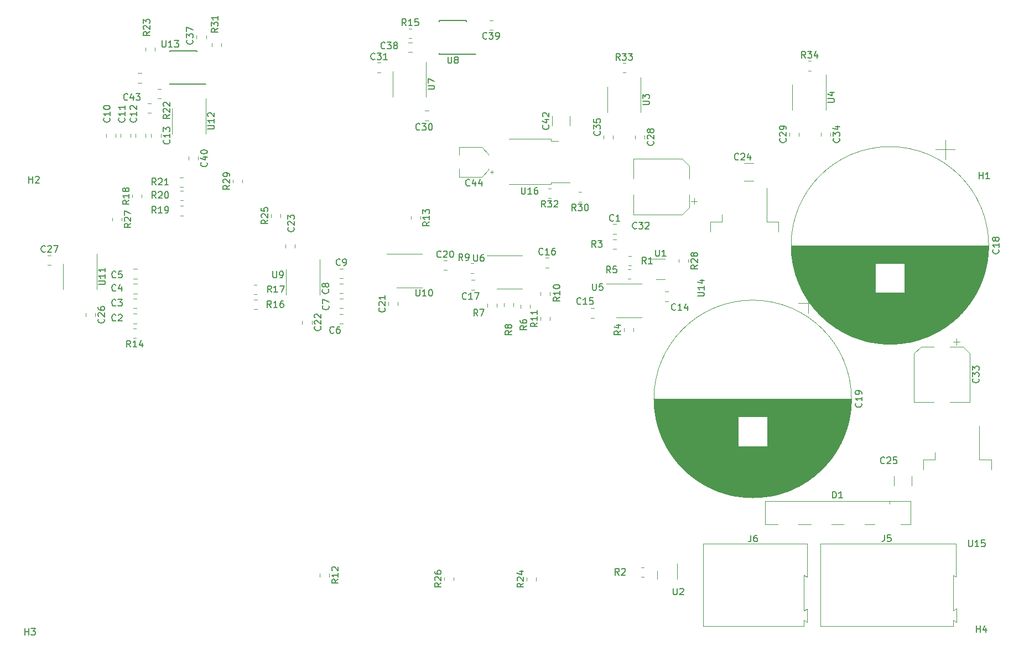
<source format=gbr>
%TF.GenerationSoftware,KiCad,Pcbnew,7.0.2*%
%TF.CreationDate,2023-07-19T18:14:24-04:00*%
%TF.ProjectId,basic_pid,62617369-635f-4706-9964-2e6b69636164,rev?*%
%TF.SameCoordinates,Original*%
%TF.FileFunction,Legend,Top*%
%TF.FilePolarity,Positive*%
%FSLAX46Y46*%
G04 Gerber Fmt 4.6, Leading zero omitted, Abs format (unit mm)*
G04 Created by KiCad (PCBNEW 7.0.2) date 2023-07-19 18:14:24*
%MOMM*%
%LPD*%
G01*
G04 APERTURE LIST*
%ADD10C,0.150000*%
%ADD11C,0.120000*%
G04 APERTURE END LIST*
D10*
%TO.C,C22*%
X149237165Y-80807043D02*
X149284785Y-80854662D01*
X149284785Y-80854662D02*
X149332404Y-80997519D01*
X149332404Y-80997519D02*
X149332404Y-81092757D01*
X149332404Y-81092757D02*
X149284785Y-81235614D01*
X149284785Y-81235614D02*
X149189546Y-81330852D01*
X149189546Y-81330852D02*
X149094308Y-81378471D01*
X149094308Y-81378471D02*
X148903832Y-81426090D01*
X148903832Y-81426090D02*
X148760975Y-81426090D01*
X148760975Y-81426090D02*
X148570499Y-81378471D01*
X148570499Y-81378471D02*
X148475261Y-81330852D01*
X148475261Y-81330852D02*
X148380023Y-81235614D01*
X148380023Y-81235614D02*
X148332404Y-81092757D01*
X148332404Y-81092757D02*
X148332404Y-80997519D01*
X148332404Y-80997519D02*
X148380023Y-80854662D01*
X148380023Y-80854662D02*
X148427642Y-80807043D01*
X148427642Y-80426090D02*
X148380023Y-80378471D01*
X148380023Y-80378471D02*
X148332404Y-80283233D01*
X148332404Y-80283233D02*
X148332404Y-80045138D01*
X148332404Y-80045138D02*
X148380023Y-79949900D01*
X148380023Y-79949900D02*
X148427642Y-79902281D01*
X148427642Y-79902281D02*
X148522880Y-79854662D01*
X148522880Y-79854662D02*
X148618118Y-79854662D01*
X148618118Y-79854662D02*
X148760975Y-79902281D01*
X148760975Y-79902281D02*
X149332404Y-80473709D01*
X149332404Y-80473709D02*
X149332404Y-79854662D01*
X148427642Y-79473709D02*
X148380023Y-79426090D01*
X148380023Y-79426090D02*
X148332404Y-79330852D01*
X148332404Y-79330852D02*
X148332404Y-79092757D01*
X148332404Y-79092757D02*
X148380023Y-78997519D01*
X148380023Y-78997519D02*
X148427642Y-78949900D01*
X148427642Y-78949900D02*
X148522880Y-78902281D01*
X148522880Y-78902281D02*
X148618118Y-78902281D01*
X148618118Y-78902281D02*
X148760975Y-78949900D01*
X148760975Y-78949900D02*
X149332404Y-79521328D01*
X149332404Y-79521328D02*
X149332404Y-78902281D01*
%TO.C,C28*%
X200167380Y-52458857D02*
X200215000Y-52506476D01*
X200215000Y-52506476D02*
X200262619Y-52649333D01*
X200262619Y-52649333D02*
X200262619Y-52744571D01*
X200262619Y-52744571D02*
X200215000Y-52887428D01*
X200215000Y-52887428D02*
X200119761Y-52982666D01*
X200119761Y-52982666D02*
X200024523Y-53030285D01*
X200024523Y-53030285D02*
X199834047Y-53077904D01*
X199834047Y-53077904D02*
X199691190Y-53077904D01*
X199691190Y-53077904D02*
X199500714Y-53030285D01*
X199500714Y-53030285D02*
X199405476Y-52982666D01*
X199405476Y-52982666D02*
X199310238Y-52887428D01*
X199310238Y-52887428D02*
X199262619Y-52744571D01*
X199262619Y-52744571D02*
X199262619Y-52649333D01*
X199262619Y-52649333D02*
X199310238Y-52506476D01*
X199310238Y-52506476D02*
X199357857Y-52458857D01*
X199357857Y-52077904D02*
X199310238Y-52030285D01*
X199310238Y-52030285D02*
X199262619Y-51935047D01*
X199262619Y-51935047D02*
X199262619Y-51696952D01*
X199262619Y-51696952D02*
X199310238Y-51601714D01*
X199310238Y-51601714D02*
X199357857Y-51554095D01*
X199357857Y-51554095D02*
X199453095Y-51506476D01*
X199453095Y-51506476D02*
X199548333Y-51506476D01*
X199548333Y-51506476D02*
X199691190Y-51554095D01*
X199691190Y-51554095D02*
X200262619Y-52125523D01*
X200262619Y-52125523D02*
X200262619Y-51506476D01*
X199691190Y-50935047D02*
X199643571Y-51030285D01*
X199643571Y-51030285D02*
X199595952Y-51077904D01*
X199595952Y-51077904D02*
X199500714Y-51125523D01*
X199500714Y-51125523D02*
X199453095Y-51125523D01*
X199453095Y-51125523D02*
X199357857Y-51077904D01*
X199357857Y-51077904D02*
X199310238Y-51030285D01*
X199310238Y-51030285D02*
X199262619Y-50935047D01*
X199262619Y-50935047D02*
X199262619Y-50744571D01*
X199262619Y-50744571D02*
X199310238Y-50649333D01*
X199310238Y-50649333D02*
X199357857Y-50601714D01*
X199357857Y-50601714D02*
X199453095Y-50554095D01*
X199453095Y-50554095D02*
X199500714Y-50554095D01*
X199500714Y-50554095D02*
X199595952Y-50601714D01*
X199595952Y-50601714D02*
X199643571Y-50649333D01*
X199643571Y-50649333D02*
X199691190Y-50744571D01*
X199691190Y-50744571D02*
X199691190Y-50935047D01*
X199691190Y-50935047D02*
X199738809Y-51030285D01*
X199738809Y-51030285D02*
X199786428Y-51077904D01*
X199786428Y-51077904D02*
X199881666Y-51125523D01*
X199881666Y-51125523D02*
X200072142Y-51125523D01*
X200072142Y-51125523D02*
X200167380Y-51077904D01*
X200167380Y-51077904D02*
X200215000Y-51030285D01*
X200215000Y-51030285D02*
X200262619Y-50935047D01*
X200262619Y-50935047D02*
X200262619Y-50744571D01*
X200262619Y-50744571D02*
X200215000Y-50649333D01*
X200215000Y-50649333D02*
X200167380Y-50601714D01*
X200167380Y-50601714D02*
X200072142Y-50554095D01*
X200072142Y-50554095D02*
X199881666Y-50554095D01*
X199881666Y-50554095D02*
X199786428Y-50601714D01*
X199786428Y-50601714D02*
X199738809Y-50649333D01*
X199738809Y-50649333D02*
X199691190Y-50744571D01*
%TO.C,C29*%
X220429380Y-52016857D02*
X220477000Y-52064476D01*
X220477000Y-52064476D02*
X220524619Y-52207333D01*
X220524619Y-52207333D02*
X220524619Y-52302571D01*
X220524619Y-52302571D02*
X220477000Y-52445428D01*
X220477000Y-52445428D02*
X220381761Y-52540666D01*
X220381761Y-52540666D02*
X220286523Y-52588285D01*
X220286523Y-52588285D02*
X220096047Y-52635904D01*
X220096047Y-52635904D02*
X219953190Y-52635904D01*
X219953190Y-52635904D02*
X219762714Y-52588285D01*
X219762714Y-52588285D02*
X219667476Y-52540666D01*
X219667476Y-52540666D02*
X219572238Y-52445428D01*
X219572238Y-52445428D02*
X219524619Y-52302571D01*
X219524619Y-52302571D02*
X219524619Y-52207333D01*
X219524619Y-52207333D02*
X219572238Y-52064476D01*
X219572238Y-52064476D02*
X219619857Y-52016857D01*
X219619857Y-51635904D02*
X219572238Y-51588285D01*
X219572238Y-51588285D02*
X219524619Y-51493047D01*
X219524619Y-51493047D02*
X219524619Y-51254952D01*
X219524619Y-51254952D02*
X219572238Y-51159714D01*
X219572238Y-51159714D02*
X219619857Y-51112095D01*
X219619857Y-51112095D02*
X219715095Y-51064476D01*
X219715095Y-51064476D02*
X219810333Y-51064476D01*
X219810333Y-51064476D02*
X219953190Y-51112095D01*
X219953190Y-51112095D02*
X220524619Y-51683523D01*
X220524619Y-51683523D02*
X220524619Y-51064476D01*
X220524619Y-50588285D02*
X220524619Y-50397809D01*
X220524619Y-50397809D02*
X220477000Y-50302571D01*
X220477000Y-50302571D02*
X220429380Y-50254952D01*
X220429380Y-50254952D02*
X220286523Y-50159714D01*
X220286523Y-50159714D02*
X220096047Y-50112095D01*
X220096047Y-50112095D02*
X219715095Y-50112095D01*
X219715095Y-50112095D02*
X219619857Y-50159714D01*
X219619857Y-50159714D02*
X219572238Y-50207333D01*
X219572238Y-50207333D02*
X219524619Y-50302571D01*
X219524619Y-50302571D02*
X219524619Y-50493047D01*
X219524619Y-50493047D02*
X219572238Y-50588285D01*
X219572238Y-50588285D02*
X219619857Y-50635904D01*
X219619857Y-50635904D02*
X219715095Y-50683523D01*
X219715095Y-50683523D02*
X219953190Y-50683523D01*
X219953190Y-50683523D02*
X220048428Y-50635904D01*
X220048428Y-50635904D02*
X220096047Y-50588285D01*
X220096047Y-50588285D02*
X220143666Y-50493047D01*
X220143666Y-50493047D02*
X220143666Y-50302571D01*
X220143666Y-50302571D02*
X220096047Y-50207333D01*
X220096047Y-50207333D02*
X220048428Y-50159714D01*
X220048428Y-50159714D02*
X219953190Y-50112095D01*
%TO.C,C1*%
X194107889Y-64575968D02*
X194060270Y-64623588D01*
X194060270Y-64623588D02*
X193917413Y-64671207D01*
X193917413Y-64671207D02*
X193822175Y-64671207D01*
X193822175Y-64671207D02*
X193679318Y-64623588D01*
X193679318Y-64623588D02*
X193584080Y-64528349D01*
X193584080Y-64528349D02*
X193536461Y-64433111D01*
X193536461Y-64433111D02*
X193488842Y-64242635D01*
X193488842Y-64242635D02*
X193488842Y-64099778D01*
X193488842Y-64099778D02*
X193536461Y-63909302D01*
X193536461Y-63909302D02*
X193584080Y-63814064D01*
X193584080Y-63814064D02*
X193679318Y-63718826D01*
X193679318Y-63718826D02*
X193822175Y-63671207D01*
X193822175Y-63671207D02*
X193917413Y-63671207D01*
X193917413Y-63671207D02*
X194060270Y-63718826D01*
X194060270Y-63718826D02*
X194107889Y-63766445D01*
X195060270Y-64671207D02*
X194488842Y-64671207D01*
X194774556Y-64671207D02*
X194774556Y-63671207D01*
X194774556Y-63671207D02*
X194679318Y-63814064D01*
X194679318Y-63814064D02*
X194584080Y-63909302D01*
X194584080Y-63909302D02*
X194488842Y-63956921D01*
%TO.C,C30*%
X164457142Y-50659380D02*
X164409523Y-50707000D01*
X164409523Y-50707000D02*
X164266666Y-50754619D01*
X164266666Y-50754619D02*
X164171428Y-50754619D01*
X164171428Y-50754619D02*
X164028571Y-50707000D01*
X164028571Y-50707000D02*
X163933333Y-50611761D01*
X163933333Y-50611761D02*
X163885714Y-50516523D01*
X163885714Y-50516523D02*
X163838095Y-50326047D01*
X163838095Y-50326047D02*
X163838095Y-50183190D01*
X163838095Y-50183190D02*
X163885714Y-49992714D01*
X163885714Y-49992714D02*
X163933333Y-49897476D01*
X163933333Y-49897476D02*
X164028571Y-49802238D01*
X164028571Y-49802238D02*
X164171428Y-49754619D01*
X164171428Y-49754619D02*
X164266666Y-49754619D01*
X164266666Y-49754619D02*
X164409523Y-49802238D01*
X164409523Y-49802238D02*
X164457142Y-49849857D01*
X164790476Y-49754619D02*
X165409523Y-49754619D01*
X165409523Y-49754619D02*
X165076190Y-50135571D01*
X165076190Y-50135571D02*
X165219047Y-50135571D01*
X165219047Y-50135571D02*
X165314285Y-50183190D01*
X165314285Y-50183190D02*
X165361904Y-50230809D01*
X165361904Y-50230809D02*
X165409523Y-50326047D01*
X165409523Y-50326047D02*
X165409523Y-50564142D01*
X165409523Y-50564142D02*
X165361904Y-50659380D01*
X165361904Y-50659380D02*
X165314285Y-50707000D01*
X165314285Y-50707000D02*
X165219047Y-50754619D01*
X165219047Y-50754619D02*
X164933333Y-50754619D01*
X164933333Y-50754619D02*
X164838095Y-50707000D01*
X164838095Y-50707000D02*
X164790476Y-50659380D01*
X166028571Y-49754619D02*
X166123809Y-49754619D01*
X166123809Y-49754619D02*
X166219047Y-49802238D01*
X166219047Y-49802238D02*
X166266666Y-49849857D01*
X166266666Y-49849857D02*
X166314285Y-49945095D01*
X166314285Y-49945095D02*
X166361904Y-50135571D01*
X166361904Y-50135571D02*
X166361904Y-50373666D01*
X166361904Y-50373666D02*
X166314285Y-50564142D01*
X166314285Y-50564142D02*
X166266666Y-50659380D01*
X166266666Y-50659380D02*
X166219047Y-50707000D01*
X166219047Y-50707000D02*
X166123809Y-50754619D01*
X166123809Y-50754619D02*
X166028571Y-50754619D01*
X166028571Y-50754619D02*
X165933333Y-50707000D01*
X165933333Y-50707000D02*
X165885714Y-50659380D01*
X165885714Y-50659380D02*
X165838095Y-50564142D01*
X165838095Y-50564142D02*
X165790476Y-50373666D01*
X165790476Y-50373666D02*
X165790476Y-50135571D01*
X165790476Y-50135571D02*
X165838095Y-49945095D01*
X165838095Y-49945095D02*
X165885714Y-49849857D01*
X165885714Y-49849857D02*
X165933333Y-49802238D01*
X165933333Y-49802238D02*
X166028571Y-49754619D01*
%TO.C,U7*%
X165700726Y-44492619D02*
X166510249Y-44492619D01*
X166510249Y-44492619D02*
X166605487Y-44445000D01*
X166605487Y-44445000D02*
X166653107Y-44397381D01*
X166653107Y-44397381D02*
X166700726Y-44302143D01*
X166700726Y-44302143D02*
X166700726Y-44111667D01*
X166700726Y-44111667D02*
X166653107Y-44016429D01*
X166653107Y-44016429D02*
X166605487Y-43968810D01*
X166605487Y-43968810D02*
X166510249Y-43921191D01*
X166510249Y-43921191D02*
X165700726Y-43921191D01*
X165700726Y-43540238D02*
X165700726Y-42873572D01*
X165700726Y-42873572D02*
X166700726Y-43302143D01*
%TO.C,R20*%
X124071142Y-61168619D02*
X123737809Y-60692428D01*
X123499714Y-61168619D02*
X123499714Y-60168619D01*
X123499714Y-60168619D02*
X123880666Y-60168619D01*
X123880666Y-60168619D02*
X123975904Y-60216238D01*
X123975904Y-60216238D02*
X124023523Y-60263857D01*
X124023523Y-60263857D02*
X124071142Y-60359095D01*
X124071142Y-60359095D02*
X124071142Y-60501952D01*
X124071142Y-60501952D02*
X124023523Y-60597190D01*
X124023523Y-60597190D02*
X123975904Y-60644809D01*
X123975904Y-60644809D02*
X123880666Y-60692428D01*
X123880666Y-60692428D02*
X123499714Y-60692428D01*
X124452095Y-60263857D02*
X124499714Y-60216238D01*
X124499714Y-60216238D02*
X124594952Y-60168619D01*
X124594952Y-60168619D02*
X124833047Y-60168619D01*
X124833047Y-60168619D02*
X124928285Y-60216238D01*
X124928285Y-60216238D02*
X124975904Y-60263857D01*
X124975904Y-60263857D02*
X125023523Y-60359095D01*
X125023523Y-60359095D02*
X125023523Y-60454333D01*
X125023523Y-60454333D02*
X124975904Y-60597190D01*
X124975904Y-60597190D02*
X124404476Y-61168619D01*
X124404476Y-61168619D02*
X125023523Y-61168619D01*
X125642571Y-60168619D02*
X125737809Y-60168619D01*
X125737809Y-60168619D02*
X125833047Y-60216238D01*
X125833047Y-60216238D02*
X125880666Y-60263857D01*
X125880666Y-60263857D02*
X125928285Y-60359095D01*
X125928285Y-60359095D02*
X125975904Y-60549571D01*
X125975904Y-60549571D02*
X125975904Y-60787666D01*
X125975904Y-60787666D02*
X125928285Y-60978142D01*
X125928285Y-60978142D02*
X125880666Y-61073380D01*
X125880666Y-61073380D02*
X125833047Y-61121000D01*
X125833047Y-61121000D02*
X125737809Y-61168619D01*
X125737809Y-61168619D02*
X125642571Y-61168619D01*
X125642571Y-61168619D02*
X125547333Y-61121000D01*
X125547333Y-61121000D02*
X125499714Y-61073380D01*
X125499714Y-61073380D02*
X125452095Y-60978142D01*
X125452095Y-60978142D02*
X125404476Y-60787666D01*
X125404476Y-60787666D02*
X125404476Y-60549571D01*
X125404476Y-60549571D02*
X125452095Y-60359095D01*
X125452095Y-60359095D02*
X125499714Y-60263857D01*
X125499714Y-60263857D02*
X125547333Y-60216238D01*
X125547333Y-60216238D02*
X125642571Y-60168619D01*
%TO.C,C4*%
X117943333Y-75297380D02*
X117895714Y-75345000D01*
X117895714Y-75345000D02*
X117752857Y-75392619D01*
X117752857Y-75392619D02*
X117657619Y-75392619D01*
X117657619Y-75392619D02*
X117514762Y-75345000D01*
X117514762Y-75345000D02*
X117419524Y-75249761D01*
X117419524Y-75249761D02*
X117371905Y-75154523D01*
X117371905Y-75154523D02*
X117324286Y-74964047D01*
X117324286Y-74964047D02*
X117324286Y-74821190D01*
X117324286Y-74821190D02*
X117371905Y-74630714D01*
X117371905Y-74630714D02*
X117419524Y-74535476D01*
X117419524Y-74535476D02*
X117514762Y-74440238D01*
X117514762Y-74440238D02*
X117657619Y-74392619D01*
X117657619Y-74392619D02*
X117752857Y-74392619D01*
X117752857Y-74392619D02*
X117895714Y-74440238D01*
X117895714Y-74440238D02*
X117943333Y-74487857D01*
X118800476Y-74725952D02*
X118800476Y-75392619D01*
X118562381Y-74345000D02*
X118324286Y-75059285D01*
X118324286Y-75059285D02*
X118943333Y-75059285D01*
%TO.C,C31*%
X157578472Y-39865152D02*
X157530853Y-39912772D01*
X157530853Y-39912772D02*
X157387996Y-39960391D01*
X157387996Y-39960391D02*
X157292758Y-39960391D01*
X157292758Y-39960391D02*
X157149901Y-39912772D01*
X157149901Y-39912772D02*
X157054663Y-39817533D01*
X157054663Y-39817533D02*
X157007044Y-39722295D01*
X157007044Y-39722295D02*
X156959425Y-39531819D01*
X156959425Y-39531819D02*
X156959425Y-39388962D01*
X156959425Y-39388962D02*
X157007044Y-39198486D01*
X157007044Y-39198486D02*
X157054663Y-39103248D01*
X157054663Y-39103248D02*
X157149901Y-39008010D01*
X157149901Y-39008010D02*
X157292758Y-38960391D01*
X157292758Y-38960391D02*
X157387996Y-38960391D01*
X157387996Y-38960391D02*
X157530853Y-39008010D01*
X157530853Y-39008010D02*
X157578472Y-39055629D01*
X157911806Y-38960391D02*
X158530853Y-38960391D01*
X158530853Y-38960391D02*
X158197520Y-39341343D01*
X158197520Y-39341343D02*
X158340377Y-39341343D01*
X158340377Y-39341343D02*
X158435615Y-39388962D01*
X158435615Y-39388962D02*
X158483234Y-39436581D01*
X158483234Y-39436581D02*
X158530853Y-39531819D01*
X158530853Y-39531819D02*
X158530853Y-39769914D01*
X158530853Y-39769914D02*
X158483234Y-39865152D01*
X158483234Y-39865152D02*
X158435615Y-39912772D01*
X158435615Y-39912772D02*
X158340377Y-39960391D01*
X158340377Y-39960391D02*
X158054663Y-39960391D01*
X158054663Y-39960391D02*
X157959425Y-39912772D01*
X157959425Y-39912772D02*
X157911806Y-39865152D01*
X159483234Y-39960391D02*
X158911806Y-39960391D01*
X159197520Y-39960391D02*
X159197520Y-38960391D01*
X159197520Y-38960391D02*
X159102282Y-39103248D01*
X159102282Y-39103248D02*
X159007044Y-39198486D01*
X159007044Y-39198486D02*
X158911806Y-39246105D01*
%TO.C,U12*%
X131998158Y-50587093D02*
X132807681Y-50587093D01*
X132807681Y-50587093D02*
X132902919Y-50539474D01*
X132902919Y-50539474D02*
X132950539Y-50491855D01*
X132950539Y-50491855D02*
X132998158Y-50396617D01*
X132998158Y-50396617D02*
X132998158Y-50206141D01*
X132998158Y-50206141D02*
X132950539Y-50110903D01*
X132950539Y-50110903D02*
X132902919Y-50063284D01*
X132902919Y-50063284D02*
X132807681Y-50015665D01*
X132807681Y-50015665D02*
X131998158Y-50015665D01*
X132998158Y-49015665D02*
X132998158Y-49587093D01*
X132998158Y-49301379D02*
X131998158Y-49301379D01*
X131998158Y-49301379D02*
X132141015Y-49396617D01*
X132141015Y-49396617D02*
X132236253Y-49491855D01*
X132236253Y-49491855D02*
X132283872Y-49587093D01*
X132093396Y-48634712D02*
X132045777Y-48587093D01*
X132045777Y-48587093D02*
X131998158Y-48491855D01*
X131998158Y-48491855D02*
X131998158Y-48253760D01*
X131998158Y-48253760D02*
X132045777Y-48158522D01*
X132045777Y-48158522D02*
X132093396Y-48110903D01*
X132093396Y-48110903D02*
X132188634Y-48063284D01*
X132188634Y-48063284D02*
X132283872Y-48063284D01*
X132283872Y-48063284D02*
X132426729Y-48110903D01*
X132426729Y-48110903D02*
X132998158Y-48682331D01*
X132998158Y-48682331D02*
X132998158Y-48063284D01*
%TO.C,R28*%
X206964619Y-71391445D02*
X206488428Y-71724778D01*
X206964619Y-71962873D02*
X205964619Y-71962873D01*
X205964619Y-71962873D02*
X205964619Y-71581921D01*
X205964619Y-71581921D02*
X206012238Y-71486683D01*
X206012238Y-71486683D02*
X206059857Y-71439064D01*
X206059857Y-71439064D02*
X206155095Y-71391445D01*
X206155095Y-71391445D02*
X206297952Y-71391445D01*
X206297952Y-71391445D02*
X206393190Y-71439064D01*
X206393190Y-71439064D02*
X206440809Y-71486683D01*
X206440809Y-71486683D02*
X206488428Y-71581921D01*
X206488428Y-71581921D02*
X206488428Y-71962873D01*
X206059857Y-71010492D02*
X206012238Y-70962873D01*
X206012238Y-70962873D02*
X205964619Y-70867635D01*
X205964619Y-70867635D02*
X205964619Y-70629540D01*
X205964619Y-70629540D02*
X206012238Y-70534302D01*
X206012238Y-70534302D02*
X206059857Y-70486683D01*
X206059857Y-70486683D02*
X206155095Y-70439064D01*
X206155095Y-70439064D02*
X206250333Y-70439064D01*
X206250333Y-70439064D02*
X206393190Y-70486683D01*
X206393190Y-70486683D02*
X206964619Y-71058111D01*
X206964619Y-71058111D02*
X206964619Y-70439064D01*
X206393190Y-69867635D02*
X206345571Y-69962873D01*
X206345571Y-69962873D02*
X206297952Y-70010492D01*
X206297952Y-70010492D02*
X206202714Y-70058111D01*
X206202714Y-70058111D02*
X206155095Y-70058111D01*
X206155095Y-70058111D02*
X206059857Y-70010492D01*
X206059857Y-70010492D02*
X206012238Y-69962873D01*
X206012238Y-69962873D02*
X205964619Y-69867635D01*
X205964619Y-69867635D02*
X205964619Y-69677159D01*
X205964619Y-69677159D02*
X206012238Y-69581921D01*
X206012238Y-69581921D02*
X206059857Y-69534302D01*
X206059857Y-69534302D02*
X206155095Y-69486683D01*
X206155095Y-69486683D02*
X206202714Y-69486683D01*
X206202714Y-69486683D02*
X206297952Y-69534302D01*
X206297952Y-69534302D02*
X206345571Y-69581921D01*
X206345571Y-69581921D02*
X206393190Y-69677159D01*
X206393190Y-69677159D02*
X206393190Y-69867635D01*
X206393190Y-69867635D02*
X206440809Y-69962873D01*
X206440809Y-69962873D02*
X206488428Y-70010492D01*
X206488428Y-70010492D02*
X206583666Y-70058111D01*
X206583666Y-70058111D02*
X206774142Y-70058111D01*
X206774142Y-70058111D02*
X206869380Y-70010492D01*
X206869380Y-70010492D02*
X206917000Y-69962873D01*
X206917000Y-69962873D02*
X206964619Y-69867635D01*
X206964619Y-69867635D02*
X206964619Y-69677159D01*
X206964619Y-69677159D02*
X206917000Y-69581921D01*
X206917000Y-69581921D02*
X206869380Y-69534302D01*
X206869380Y-69534302D02*
X206774142Y-69486683D01*
X206774142Y-69486683D02*
X206583666Y-69486683D01*
X206583666Y-69486683D02*
X206488428Y-69534302D01*
X206488428Y-69534302D02*
X206440809Y-69581921D01*
X206440809Y-69581921D02*
X206393190Y-69677159D01*
%TO.C,C25*%
X235577142Y-101713380D02*
X235529523Y-101761000D01*
X235529523Y-101761000D02*
X235386666Y-101808619D01*
X235386666Y-101808619D02*
X235291428Y-101808619D01*
X235291428Y-101808619D02*
X235148571Y-101761000D01*
X235148571Y-101761000D02*
X235053333Y-101665761D01*
X235053333Y-101665761D02*
X235005714Y-101570523D01*
X235005714Y-101570523D02*
X234958095Y-101380047D01*
X234958095Y-101380047D02*
X234958095Y-101237190D01*
X234958095Y-101237190D02*
X235005714Y-101046714D01*
X235005714Y-101046714D02*
X235053333Y-100951476D01*
X235053333Y-100951476D02*
X235148571Y-100856238D01*
X235148571Y-100856238D02*
X235291428Y-100808619D01*
X235291428Y-100808619D02*
X235386666Y-100808619D01*
X235386666Y-100808619D02*
X235529523Y-100856238D01*
X235529523Y-100856238D02*
X235577142Y-100903857D01*
X235958095Y-100903857D02*
X236005714Y-100856238D01*
X236005714Y-100856238D02*
X236100952Y-100808619D01*
X236100952Y-100808619D02*
X236339047Y-100808619D01*
X236339047Y-100808619D02*
X236434285Y-100856238D01*
X236434285Y-100856238D02*
X236481904Y-100903857D01*
X236481904Y-100903857D02*
X236529523Y-100999095D01*
X236529523Y-100999095D02*
X236529523Y-101094333D01*
X236529523Y-101094333D02*
X236481904Y-101237190D01*
X236481904Y-101237190D02*
X235910476Y-101808619D01*
X235910476Y-101808619D02*
X236529523Y-101808619D01*
X237434285Y-100808619D02*
X236958095Y-100808619D01*
X236958095Y-100808619D02*
X236910476Y-101284809D01*
X236910476Y-101284809D02*
X236958095Y-101237190D01*
X236958095Y-101237190D02*
X237053333Y-101189571D01*
X237053333Y-101189571D02*
X237291428Y-101189571D01*
X237291428Y-101189571D02*
X237386666Y-101237190D01*
X237386666Y-101237190D02*
X237434285Y-101284809D01*
X237434285Y-101284809D02*
X237481904Y-101380047D01*
X237481904Y-101380047D02*
X237481904Y-101618142D01*
X237481904Y-101618142D02*
X237434285Y-101713380D01*
X237434285Y-101713380D02*
X237386666Y-101761000D01*
X237386666Y-101761000D02*
X237291428Y-101808619D01*
X237291428Y-101808619D02*
X237053333Y-101808619D01*
X237053333Y-101808619D02*
X236958095Y-101761000D01*
X236958095Y-101761000D02*
X236910476Y-101713380D01*
%TO.C,H1*%
X250063095Y-58187619D02*
X250063095Y-57187619D01*
X250063095Y-57663809D02*
X250634523Y-57663809D01*
X250634523Y-58187619D02*
X250634523Y-57187619D01*
X251634523Y-58187619D02*
X251063095Y-58187619D01*
X251348809Y-58187619D02*
X251348809Y-57187619D01*
X251348809Y-57187619D02*
X251253571Y-57330476D01*
X251253571Y-57330476D02*
X251158333Y-57425714D01*
X251158333Y-57425714D02*
X251063095Y-57473333D01*
%TO.C,R29*%
X135363937Y-59193605D02*
X134887746Y-59526938D01*
X135363937Y-59765033D02*
X134363937Y-59765033D01*
X134363937Y-59765033D02*
X134363937Y-59384081D01*
X134363937Y-59384081D02*
X134411556Y-59288843D01*
X134411556Y-59288843D02*
X134459175Y-59241224D01*
X134459175Y-59241224D02*
X134554413Y-59193605D01*
X134554413Y-59193605D02*
X134697270Y-59193605D01*
X134697270Y-59193605D02*
X134792508Y-59241224D01*
X134792508Y-59241224D02*
X134840127Y-59288843D01*
X134840127Y-59288843D02*
X134887746Y-59384081D01*
X134887746Y-59384081D02*
X134887746Y-59765033D01*
X134459175Y-58812652D02*
X134411556Y-58765033D01*
X134411556Y-58765033D02*
X134363937Y-58669795D01*
X134363937Y-58669795D02*
X134363937Y-58431700D01*
X134363937Y-58431700D02*
X134411556Y-58336462D01*
X134411556Y-58336462D02*
X134459175Y-58288843D01*
X134459175Y-58288843D02*
X134554413Y-58241224D01*
X134554413Y-58241224D02*
X134649651Y-58241224D01*
X134649651Y-58241224D02*
X134792508Y-58288843D01*
X134792508Y-58288843D02*
X135363937Y-58860271D01*
X135363937Y-58860271D02*
X135363937Y-58241224D01*
X135363937Y-57765033D02*
X135363937Y-57574557D01*
X135363937Y-57574557D02*
X135316318Y-57479319D01*
X135316318Y-57479319D02*
X135268698Y-57431700D01*
X135268698Y-57431700D02*
X135125841Y-57336462D01*
X135125841Y-57336462D02*
X134935365Y-57288843D01*
X134935365Y-57288843D02*
X134554413Y-57288843D01*
X134554413Y-57288843D02*
X134459175Y-57336462D01*
X134459175Y-57336462D02*
X134411556Y-57384081D01*
X134411556Y-57384081D02*
X134363937Y-57479319D01*
X134363937Y-57479319D02*
X134363937Y-57669795D01*
X134363937Y-57669795D02*
X134411556Y-57765033D01*
X134411556Y-57765033D02*
X134459175Y-57812652D01*
X134459175Y-57812652D02*
X134554413Y-57860271D01*
X134554413Y-57860271D02*
X134792508Y-57860271D01*
X134792508Y-57860271D02*
X134887746Y-57812652D01*
X134887746Y-57812652D02*
X134935365Y-57765033D01*
X134935365Y-57765033D02*
X134982984Y-57669795D01*
X134982984Y-57669795D02*
X134982984Y-57479319D01*
X134982984Y-57479319D02*
X134935365Y-57384081D01*
X134935365Y-57384081D02*
X134887746Y-57336462D01*
X134887746Y-57336462D02*
X134792508Y-57288843D01*
%TO.C,C9*%
X152266179Y-71362760D02*
X152218560Y-71410380D01*
X152218560Y-71410380D02*
X152075703Y-71457999D01*
X152075703Y-71457999D02*
X151980465Y-71457999D01*
X151980465Y-71457999D02*
X151837608Y-71410380D01*
X151837608Y-71410380D02*
X151742370Y-71315141D01*
X151742370Y-71315141D02*
X151694751Y-71219903D01*
X151694751Y-71219903D02*
X151647132Y-71029427D01*
X151647132Y-71029427D02*
X151647132Y-70886570D01*
X151647132Y-70886570D02*
X151694751Y-70696094D01*
X151694751Y-70696094D02*
X151742370Y-70600856D01*
X151742370Y-70600856D02*
X151837608Y-70505618D01*
X151837608Y-70505618D02*
X151980465Y-70457999D01*
X151980465Y-70457999D02*
X152075703Y-70457999D01*
X152075703Y-70457999D02*
X152218560Y-70505618D01*
X152218560Y-70505618D02*
X152266179Y-70553237D01*
X152742370Y-71457999D02*
X152932846Y-71457999D01*
X152932846Y-71457999D02*
X153028084Y-71410380D01*
X153028084Y-71410380D02*
X153075703Y-71362760D01*
X153075703Y-71362760D02*
X153170941Y-71219903D01*
X153170941Y-71219903D02*
X153218560Y-71029427D01*
X153218560Y-71029427D02*
X153218560Y-70648475D01*
X153218560Y-70648475D02*
X153170941Y-70553237D01*
X153170941Y-70553237D02*
X153123322Y-70505618D01*
X153123322Y-70505618D02*
X153028084Y-70457999D01*
X153028084Y-70457999D02*
X152837608Y-70457999D01*
X152837608Y-70457999D02*
X152742370Y-70505618D01*
X152742370Y-70505618D02*
X152694751Y-70553237D01*
X152694751Y-70553237D02*
X152647132Y-70648475D01*
X152647132Y-70648475D02*
X152647132Y-70886570D01*
X152647132Y-70886570D02*
X152694751Y-70981808D01*
X152694751Y-70981808D02*
X152742370Y-71029427D01*
X152742370Y-71029427D02*
X152837608Y-71077046D01*
X152837608Y-71077046D02*
X153028084Y-71077046D01*
X153028084Y-71077046D02*
X153123322Y-71029427D01*
X153123322Y-71029427D02*
X153170941Y-70981808D01*
X153170941Y-70981808D02*
X153218560Y-70886570D01*
%TO.C,C33*%
X249941893Y-88799857D02*
X249989513Y-88847476D01*
X249989513Y-88847476D02*
X250037132Y-88990333D01*
X250037132Y-88990333D02*
X250037132Y-89085571D01*
X250037132Y-89085571D02*
X249989513Y-89228428D01*
X249989513Y-89228428D02*
X249894274Y-89323666D01*
X249894274Y-89323666D02*
X249799036Y-89371285D01*
X249799036Y-89371285D02*
X249608560Y-89418904D01*
X249608560Y-89418904D02*
X249465703Y-89418904D01*
X249465703Y-89418904D02*
X249275227Y-89371285D01*
X249275227Y-89371285D02*
X249179989Y-89323666D01*
X249179989Y-89323666D02*
X249084751Y-89228428D01*
X249084751Y-89228428D02*
X249037132Y-89085571D01*
X249037132Y-89085571D02*
X249037132Y-88990333D01*
X249037132Y-88990333D02*
X249084751Y-88847476D01*
X249084751Y-88847476D02*
X249132370Y-88799857D01*
X249037132Y-88466523D02*
X249037132Y-87847476D01*
X249037132Y-87847476D02*
X249418084Y-88180809D01*
X249418084Y-88180809D02*
X249418084Y-88037952D01*
X249418084Y-88037952D02*
X249465703Y-87942714D01*
X249465703Y-87942714D02*
X249513322Y-87895095D01*
X249513322Y-87895095D02*
X249608560Y-87847476D01*
X249608560Y-87847476D02*
X249846655Y-87847476D01*
X249846655Y-87847476D02*
X249941893Y-87895095D01*
X249941893Y-87895095D02*
X249989513Y-87942714D01*
X249989513Y-87942714D02*
X250037132Y-88037952D01*
X250037132Y-88037952D02*
X250037132Y-88323666D01*
X250037132Y-88323666D02*
X249989513Y-88418904D01*
X249989513Y-88418904D02*
X249941893Y-88466523D01*
X249037132Y-87514142D02*
X249037132Y-86895095D01*
X249037132Y-86895095D02*
X249418084Y-87228428D01*
X249418084Y-87228428D02*
X249418084Y-87085571D01*
X249418084Y-87085571D02*
X249465703Y-86990333D01*
X249465703Y-86990333D02*
X249513322Y-86942714D01*
X249513322Y-86942714D02*
X249608560Y-86895095D01*
X249608560Y-86895095D02*
X249846655Y-86895095D01*
X249846655Y-86895095D02*
X249941893Y-86942714D01*
X249941893Y-86942714D02*
X249989513Y-86990333D01*
X249989513Y-86990333D02*
X250037132Y-87085571D01*
X250037132Y-87085571D02*
X250037132Y-87371285D01*
X250037132Y-87371285D02*
X249989513Y-87466523D01*
X249989513Y-87466523D02*
X249941893Y-87514142D01*
%TO.C,R4*%
X195222676Y-81460438D02*
X194746485Y-81793771D01*
X195222676Y-82031866D02*
X194222676Y-82031866D01*
X194222676Y-82031866D02*
X194222676Y-81650914D01*
X194222676Y-81650914D02*
X194270295Y-81555676D01*
X194270295Y-81555676D02*
X194317914Y-81508057D01*
X194317914Y-81508057D02*
X194413152Y-81460438D01*
X194413152Y-81460438D02*
X194556009Y-81460438D01*
X194556009Y-81460438D02*
X194651247Y-81508057D01*
X194651247Y-81508057D02*
X194698866Y-81555676D01*
X194698866Y-81555676D02*
X194746485Y-81650914D01*
X194746485Y-81650914D02*
X194746485Y-82031866D01*
X194556009Y-80603295D02*
X195222676Y-80603295D01*
X194175057Y-80841390D02*
X194889342Y-81079485D01*
X194889342Y-81079485D02*
X194889342Y-80460438D01*
%TO.C,U1*%
X200533095Y-69071619D02*
X200533095Y-69881142D01*
X200533095Y-69881142D02*
X200580714Y-69976380D01*
X200580714Y-69976380D02*
X200628333Y-70024000D01*
X200628333Y-70024000D02*
X200723571Y-70071619D01*
X200723571Y-70071619D02*
X200914047Y-70071619D01*
X200914047Y-70071619D02*
X201009285Y-70024000D01*
X201009285Y-70024000D02*
X201056904Y-69976380D01*
X201056904Y-69976380D02*
X201104523Y-69881142D01*
X201104523Y-69881142D02*
X201104523Y-69071619D01*
X202104523Y-70071619D02*
X201533095Y-70071619D01*
X201818809Y-70071619D02*
X201818809Y-69071619D01*
X201818809Y-69071619D02*
X201723571Y-69214476D01*
X201723571Y-69214476D02*
X201628333Y-69309714D01*
X201628333Y-69309714D02*
X201533095Y-69357333D01*
%TO.C,C12*%
X121017380Y-48902857D02*
X121065000Y-48950476D01*
X121065000Y-48950476D02*
X121112619Y-49093333D01*
X121112619Y-49093333D02*
X121112619Y-49188571D01*
X121112619Y-49188571D02*
X121065000Y-49331428D01*
X121065000Y-49331428D02*
X120969761Y-49426666D01*
X120969761Y-49426666D02*
X120874523Y-49474285D01*
X120874523Y-49474285D02*
X120684047Y-49521904D01*
X120684047Y-49521904D02*
X120541190Y-49521904D01*
X120541190Y-49521904D02*
X120350714Y-49474285D01*
X120350714Y-49474285D02*
X120255476Y-49426666D01*
X120255476Y-49426666D02*
X120160238Y-49331428D01*
X120160238Y-49331428D02*
X120112619Y-49188571D01*
X120112619Y-49188571D02*
X120112619Y-49093333D01*
X120112619Y-49093333D02*
X120160238Y-48950476D01*
X120160238Y-48950476D02*
X120207857Y-48902857D01*
X121112619Y-47950476D02*
X121112619Y-48521904D01*
X121112619Y-48236190D02*
X120112619Y-48236190D01*
X120112619Y-48236190D02*
X120255476Y-48331428D01*
X120255476Y-48331428D02*
X120350714Y-48426666D01*
X120350714Y-48426666D02*
X120398333Y-48521904D01*
X120207857Y-47569523D02*
X120160238Y-47521904D01*
X120160238Y-47521904D02*
X120112619Y-47426666D01*
X120112619Y-47426666D02*
X120112619Y-47188571D01*
X120112619Y-47188571D02*
X120160238Y-47093333D01*
X120160238Y-47093333D02*
X120207857Y-47045714D01*
X120207857Y-47045714D02*
X120303095Y-46998095D01*
X120303095Y-46998095D02*
X120398333Y-46998095D01*
X120398333Y-46998095D02*
X120541190Y-47045714D01*
X120541190Y-47045714D02*
X121112619Y-47617142D01*
X121112619Y-47617142D02*
X121112619Y-46998095D01*
%TO.C,R34*%
X223488642Y-39706619D02*
X223155309Y-39230428D01*
X222917214Y-39706619D02*
X222917214Y-38706619D01*
X222917214Y-38706619D02*
X223298166Y-38706619D01*
X223298166Y-38706619D02*
X223393404Y-38754238D01*
X223393404Y-38754238D02*
X223441023Y-38801857D01*
X223441023Y-38801857D02*
X223488642Y-38897095D01*
X223488642Y-38897095D02*
X223488642Y-39039952D01*
X223488642Y-39039952D02*
X223441023Y-39135190D01*
X223441023Y-39135190D02*
X223393404Y-39182809D01*
X223393404Y-39182809D02*
X223298166Y-39230428D01*
X223298166Y-39230428D02*
X222917214Y-39230428D01*
X223821976Y-38706619D02*
X224441023Y-38706619D01*
X224441023Y-38706619D02*
X224107690Y-39087571D01*
X224107690Y-39087571D02*
X224250547Y-39087571D01*
X224250547Y-39087571D02*
X224345785Y-39135190D01*
X224345785Y-39135190D02*
X224393404Y-39182809D01*
X224393404Y-39182809D02*
X224441023Y-39278047D01*
X224441023Y-39278047D02*
X224441023Y-39516142D01*
X224441023Y-39516142D02*
X224393404Y-39611380D01*
X224393404Y-39611380D02*
X224345785Y-39659000D01*
X224345785Y-39659000D02*
X224250547Y-39706619D01*
X224250547Y-39706619D02*
X223964833Y-39706619D01*
X223964833Y-39706619D02*
X223869595Y-39659000D01*
X223869595Y-39659000D02*
X223821976Y-39611380D01*
X225298166Y-39039952D02*
X225298166Y-39706619D01*
X225060071Y-38659000D02*
X224821976Y-39373285D01*
X224821976Y-39373285D02*
X225441023Y-39373285D01*
%TO.C,R13*%
X165933009Y-64806204D02*
X165456818Y-65139537D01*
X165933009Y-65377632D02*
X164933009Y-65377632D01*
X164933009Y-65377632D02*
X164933009Y-64996680D01*
X164933009Y-64996680D02*
X164980628Y-64901442D01*
X164980628Y-64901442D02*
X165028247Y-64853823D01*
X165028247Y-64853823D02*
X165123485Y-64806204D01*
X165123485Y-64806204D02*
X165266342Y-64806204D01*
X165266342Y-64806204D02*
X165361580Y-64853823D01*
X165361580Y-64853823D02*
X165409199Y-64901442D01*
X165409199Y-64901442D02*
X165456818Y-64996680D01*
X165456818Y-64996680D02*
X165456818Y-65377632D01*
X165933009Y-63853823D02*
X165933009Y-64425251D01*
X165933009Y-64139537D02*
X164933009Y-64139537D01*
X164933009Y-64139537D02*
X165075866Y-64234775D01*
X165075866Y-64234775D02*
X165171104Y-64330013D01*
X165171104Y-64330013D02*
X165218723Y-64425251D01*
X164933009Y-63520489D02*
X164933009Y-62901442D01*
X164933009Y-62901442D02*
X165313961Y-63234775D01*
X165313961Y-63234775D02*
X165313961Y-63091918D01*
X165313961Y-63091918D02*
X165361580Y-62996680D01*
X165361580Y-62996680D02*
X165409199Y-62949061D01*
X165409199Y-62949061D02*
X165504437Y-62901442D01*
X165504437Y-62901442D02*
X165742532Y-62901442D01*
X165742532Y-62901442D02*
X165837770Y-62949061D01*
X165837770Y-62949061D02*
X165885390Y-62996680D01*
X165885390Y-62996680D02*
X165933009Y-63091918D01*
X165933009Y-63091918D02*
X165933009Y-63377632D01*
X165933009Y-63377632D02*
X165885390Y-63472870D01*
X165885390Y-63472870D02*
X165837770Y-63520489D01*
%TO.C,R1*%
X199096333Y-71201619D02*
X198763000Y-70725428D01*
X198524905Y-71201619D02*
X198524905Y-70201619D01*
X198524905Y-70201619D02*
X198905857Y-70201619D01*
X198905857Y-70201619D02*
X199001095Y-70249238D01*
X199001095Y-70249238D02*
X199048714Y-70296857D01*
X199048714Y-70296857D02*
X199096333Y-70392095D01*
X199096333Y-70392095D02*
X199096333Y-70534952D01*
X199096333Y-70534952D02*
X199048714Y-70630190D01*
X199048714Y-70630190D02*
X199001095Y-70677809D01*
X199001095Y-70677809D02*
X198905857Y-70725428D01*
X198905857Y-70725428D02*
X198524905Y-70725428D01*
X200048714Y-71201619D02*
X199477286Y-71201619D01*
X199763000Y-71201619D02*
X199763000Y-70201619D01*
X199763000Y-70201619D02*
X199667762Y-70344476D01*
X199667762Y-70344476D02*
X199572524Y-70439714D01*
X199572524Y-70439714D02*
X199477286Y-70487333D01*
%TO.C,H2*%
X104648095Y-58822619D02*
X104648095Y-57822619D01*
X104648095Y-58298809D02*
X105219523Y-58298809D01*
X105219523Y-58822619D02*
X105219523Y-57822619D01*
X105648095Y-57917857D02*
X105695714Y-57870238D01*
X105695714Y-57870238D02*
X105790952Y-57822619D01*
X105790952Y-57822619D02*
X106029047Y-57822619D01*
X106029047Y-57822619D02*
X106124285Y-57870238D01*
X106124285Y-57870238D02*
X106171904Y-57917857D01*
X106171904Y-57917857D02*
X106219523Y-58013095D01*
X106219523Y-58013095D02*
X106219523Y-58108333D01*
X106219523Y-58108333D02*
X106171904Y-58251190D01*
X106171904Y-58251190D02*
X105600476Y-58822619D01*
X105600476Y-58822619D02*
X106219523Y-58822619D01*
%TO.C,C15*%
X189095142Y-77329380D02*
X189047523Y-77377000D01*
X189047523Y-77377000D02*
X188904666Y-77424619D01*
X188904666Y-77424619D02*
X188809428Y-77424619D01*
X188809428Y-77424619D02*
X188666571Y-77377000D01*
X188666571Y-77377000D02*
X188571333Y-77281761D01*
X188571333Y-77281761D02*
X188523714Y-77186523D01*
X188523714Y-77186523D02*
X188476095Y-76996047D01*
X188476095Y-76996047D02*
X188476095Y-76853190D01*
X188476095Y-76853190D02*
X188523714Y-76662714D01*
X188523714Y-76662714D02*
X188571333Y-76567476D01*
X188571333Y-76567476D02*
X188666571Y-76472238D01*
X188666571Y-76472238D02*
X188809428Y-76424619D01*
X188809428Y-76424619D02*
X188904666Y-76424619D01*
X188904666Y-76424619D02*
X189047523Y-76472238D01*
X189047523Y-76472238D02*
X189095142Y-76519857D01*
X190047523Y-77424619D02*
X189476095Y-77424619D01*
X189761809Y-77424619D02*
X189761809Y-76424619D01*
X189761809Y-76424619D02*
X189666571Y-76567476D01*
X189666571Y-76567476D02*
X189571333Y-76662714D01*
X189571333Y-76662714D02*
X189476095Y-76710333D01*
X190952285Y-76424619D02*
X190476095Y-76424619D01*
X190476095Y-76424619D02*
X190428476Y-76900809D01*
X190428476Y-76900809D02*
X190476095Y-76853190D01*
X190476095Y-76853190D02*
X190571333Y-76805571D01*
X190571333Y-76805571D02*
X190809428Y-76805571D01*
X190809428Y-76805571D02*
X190904666Y-76853190D01*
X190904666Y-76853190D02*
X190952285Y-76900809D01*
X190952285Y-76900809D02*
X190999904Y-76996047D01*
X190999904Y-76996047D02*
X190999904Y-77234142D01*
X190999904Y-77234142D02*
X190952285Y-77329380D01*
X190952285Y-77329380D02*
X190904666Y-77377000D01*
X190904666Y-77377000D02*
X190809428Y-77424619D01*
X190809428Y-77424619D02*
X190571333Y-77424619D01*
X190571333Y-77424619D02*
X190476095Y-77377000D01*
X190476095Y-77377000D02*
X190428476Y-77329380D01*
%TO.C,C40*%
X131833012Y-55709113D02*
X131880632Y-55756732D01*
X131880632Y-55756732D02*
X131928251Y-55899589D01*
X131928251Y-55899589D02*
X131928251Y-55994827D01*
X131928251Y-55994827D02*
X131880632Y-56137684D01*
X131880632Y-56137684D02*
X131785393Y-56232922D01*
X131785393Y-56232922D02*
X131690155Y-56280541D01*
X131690155Y-56280541D02*
X131499679Y-56328160D01*
X131499679Y-56328160D02*
X131356822Y-56328160D01*
X131356822Y-56328160D02*
X131166346Y-56280541D01*
X131166346Y-56280541D02*
X131071108Y-56232922D01*
X131071108Y-56232922D02*
X130975870Y-56137684D01*
X130975870Y-56137684D02*
X130928251Y-55994827D01*
X130928251Y-55994827D02*
X130928251Y-55899589D01*
X130928251Y-55899589D02*
X130975870Y-55756732D01*
X130975870Y-55756732D02*
X131023489Y-55709113D01*
X131261584Y-54851970D02*
X131928251Y-54851970D01*
X130880632Y-55090065D02*
X131594917Y-55328160D01*
X131594917Y-55328160D02*
X131594917Y-54709113D01*
X130928251Y-54137684D02*
X130928251Y-54042446D01*
X130928251Y-54042446D02*
X130975870Y-53947208D01*
X130975870Y-53947208D02*
X131023489Y-53899589D01*
X131023489Y-53899589D02*
X131118727Y-53851970D01*
X131118727Y-53851970D02*
X131309203Y-53804351D01*
X131309203Y-53804351D02*
X131547298Y-53804351D01*
X131547298Y-53804351D02*
X131737774Y-53851970D01*
X131737774Y-53851970D02*
X131833012Y-53899589D01*
X131833012Y-53899589D02*
X131880632Y-53947208D01*
X131880632Y-53947208D02*
X131928251Y-54042446D01*
X131928251Y-54042446D02*
X131928251Y-54137684D01*
X131928251Y-54137684D02*
X131880632Y-54232922D01*
X131880632Y-54232922D02*
X131833012Y-54280541D01*
X131833012Y-54280541D02*
X131737774Y-54328160D01*
X131737774Y-54328160D02*
X131547298Y-54375779D01*
X131547298Y-54375779D02*
X131309203Y-54375779D01*
X131309203Y-54375779D02*
X131118727Y-54328160D01*
X131118727Y-54328160D02*
X131023489Y-54280541D01*
X131023489Y-54280541D02*
X130975870Y-54232922D01*
X130975870Y-54232922D02*
X130928251Y-54137684D01*
%TO.C,C44*%
X172099142Y-59193380D02*
X172051523Y-59241000D01*
X172051523Y-59241000D02*
X171908666Y-59288619D01*
X171908666Y-59288619D02*
X171813428Y-59288619D01*
X171813428Y-59288619D02*
X171670571Y-59241000D01*
X171670571Y-59241000D02*
X171575333Y-59145761D01*
X171575333Y-59145761D02*
X171527714Y-59050523D01*
X171527714Y-59050523D02*
X171480095Y-58860047D01*
X171480095Y-58860047D02*
X171480095Y-58717190D01*
X171480095Y-58717190D02*
X171527714Y-58526714D01*
X171527714Y-58526714D02*
X171575333Y-58431476D01*
X171575333Y-58431476D02*
X171670571Y-58336238D01*
X171670571Y-58336238D02*
X171813428Y-58288619D01*
X171813428Y-58288619D02*
X171908666Y-58288619D01*
X171908666Y-58288619D02*
X172051523Y-58336238D01*
X172051523Y-58336238D02*
X172099142Y-58383857D01*
X172956285Y-58621952D02*
X172956285Y-59288619D01*
X172718190Y-58241000D02*
X172480095Y-58955285D01*
X172480095Y-58955285D02*
X173099142Y-58955285D01*
X173908666Y-58621952D02*
X173908666Y-59288619D01*
X173670571Y-58241000D02*
X173432476Y-58955285D01*
X173432476Y-58955285D02*
X174051523Y-58955285D01*
%TO.C,R23*%
X123144619Y-35694857D02*
X122668428Y-36028190D01*
X123144619Y-36266285D02*
X122144619Y-36266285D01*
X122144619Y-36266285D02*
X122144619Y-35885333D01*
X122144619Y-35885333D02*
X122192238Y-35790095D01*
X122192238Y-35790095D02*
X122239857Y-35742476D01*
X122239857Y-35742476D02*
X122335095Y-35694857D01*
X122335095Y-35694857D02*
X122477952Y-35694857D01*
X122477952Y-35694857D02*
X122573190Y-35742476D01*
X122573190Y-35742476D02*
X122620809Y-35790095D01*
X122620809Y-35790095D02*
X122668428Y-35885333D01*
X122668428Y-35885333D02*
X122668428Y-36266285D01*
X122239857Y-35313904D02*
X122192238Y-35266285D01*
X122192238Y-35266285D02*
X122144619Y-35171047D01*
X122144619Y-35171047D02*
X122144619Y-34932952D01*
X122144619Y-34932952D02*
X122192238Y-34837714D01*
X122192238Y-34837714D02*
X122239857Y-34790095D01*
X122239857Y-34790095D02*
X122335095Y-34742476D01*
X122335095Y-34742476D02*
X122430333Y-34742476D01*
X122430333Y-34742476D02*
X122573190Y-34790095D01*
X122573190Y-34790095D02*
X123144619Y-35361523D01*
X123144619Y-35361523D02*
X123144619Y-34742476D01*
X122144619Y-34409142D02*
X122144619Y-33790095D01*
X122144619Y-33790095D02*
X122525571Y-34123428D01*
X122525571Y-34123428D02*
X122525571Y-33980571D01*
X122525571Y-33980571D02*
X122573190Y-33885333D01*
X122573190Y-33885333D02*
X122620809Y-33837714D01*
X122620809Y-33837714D02*
X122716047Y-33790095D01*
X122716047Y-33790095D02*
X122954142Y-33790095D01*
X122954142Y-33790095D02*
X123049380Y-33837714D01*
X123049380Y-33837714D02*
X123097000Y-33885333D01*
X123097000Y-33885333D02*
X123144619Y-33980571D01*
X123144619Y-33980571D02*
X123144619Y-34266285D01*
X123144619Y-34266285D02*
X123097000Y-34361523D01*
X123097000Y-34361523D02*
X123049380Y-34409142D01*
%TO.C,R2*%
X194966333Y-118856619D02*
X194633000Y-118380428D01*
X194394905Y-118856619D02*
X194394905Y-117856619D01*
X194394905Y-117856619D02*
X194775857Y-117856619D01*
X194775857Y-117856619D02*
X194871095Y-117904238D01*
X194871095Y-117904238D02*
X194918714Y-117951857D01*
X194918714Y-117951857D02*
X194966333Y-118047095D01*
X194966333Y-118047095D02*
X194966333Y-118189952D01*
X194966333Y-118189952D02*
X194918714Y-118285190D01*
X194918714Y-118285190D02*
X194871095Y-118332809D01*
X194871095Y-118332809D02*
X194775857Y-118380428D01*
X194775857Y-118380428D02*
X194394905Y-118380428D01*
X195347286Y-117951857D02*
X195394905Y-117904238D01*
X195394905Y-117904238D02*
X195490143Y-117856619D01*
X195490143Y-117856619D02*
X195728238Y-117856619D01*
X195728238Y-117856619D02*
X195823476Y-117904238D01*
X195823476Y-117904238D02*
X195871095Y-117951857D01*
X195871095Y-117951857D02*
X195918714Y-118047095D01*
X195918714Y-118047095D02*
X195918714Y-118142333D01*
X195918714Y-118142333D02*
X195871095Y-118285190D01*
X195871095Y-118285190D02*
X195299667Y-118856619D01*
X195299667Y-118856619D02*
X195918714Y-118856619D01*
%TO.C,R9*%
X171029333Y-70699592D02*
X170696000Y-70223401D01*
X170457905Y-70699592D02*
X170457905Y-69699592D01*
X170457905Y-69699592D02*
X170838857Y-69699592D01*
X170838857Y-69699592D02*
X170934095Y-69747211D01*
X170934095Y-69747211D02*
X170981714Y-69794830D01*
X170981714Y-69794830D02*
X171029333Y-69890068D01*
X171029333Y-69890068D02*
X171029333Y-70032925D01*
X171029333Y-70032925D02*
X170981714Y-70128163D01*
X170981714Y-70128163D02*
X170934095Y-70175782D01*
X170934095Y-70175782D02*
X170838857Y-70223401D01*
X170838857Y-70223401D02*
X170457905Y-70223401D01*
X171505524Y-70699592D02*
X171696000Y-70699592D01*
X171696000Y-70699592D02*
X171791238Y-70651973D01*
X171791238Y-70651973D02*
X171838857Y-70604353D01*
X171838857Y-70604353D02*
X171934095Y-70461496D01*
X171934095Y-70461496D02*
X171981714Y-70271020D01*
X171981714Y-70271020D02*
X171981714Y-69890068D01*
X171981714Y-69890068D02*
X171934095Y-69794830D01*
X171934095Y-69794830D02*
X171886476Y-69747211D01*
X171886476Y-69747211D02*
X171791238Y-69699592D01*
X171791238Y-69699592D02*
X171600762Y-69699592D01*
X171600762Y-69699592D02*
X171505524Y-69747211D01*
X171505524Y-69747211D02*
X171457905Y-69794830D01*
X171457905Y-69794830D02*
X171410286Y-69890068D01*
X171410286Y-69890068D02*
X171410286Y-70128163D01*
X171410286Y-70128163D02*
X171457905Y-70223401D01*
X171457905Y-70223401D02*
X171505524Y-70271020D01*
X171505524Y-70271020D02*
X171600762Y-70318639D01*
X171600762Y-70318639D02*
X171791238Y-70318639D01*
X171791238Y-70318639D02*
X171886476Y-70271020D01*
X171886476Y-70271020D02*
X171934095Y-70223401D01*
X171934095Y-70223401D02*
X171981714Y-70128163D01*
%TO.C,U13*%
X124999905Y-37054619D02*
X124999905Y-37864142D01*
X124999905Y-37864142D02*
X125047524Y-37959380D01*
X125047524Y-37959380D02*
X125095143Y-38007000D01*
X125095143Y-38007000D02*
X125190381Y-38054619D01*
X125190381Y-38054619D02*
X125380857Y-38054619D01*
X125380857Y-38054619D02*
X125476095Y-38007000D01*
X125476095Y-38007000D02*
X125523714Y-37959380D01*
X125523714Y-37959380D02*
X125571333Y-37864142D01*
X125571333Y-37864142D02*
X125571333Y-37054619D01*
X126571333Y-38054619D02*
X125999905Y-38054619D01*
X126285619Y-38054619D02*
X126285619Y-37054619D01*
X126285619Y-37054619D02*
X126190381Y-37197476D01*
X126190381Y-37197476D02*
X126095143Y-37292714D01*
X126095143Y-37292714D02*
X125999905Y-37340333D01*
X126904667Y-37054619D02*
X127523714Y-37054619D01*
X127523714Y-37054619D02*
X127190381Y-37435571D01*
X127190381Y-37435571D02*
X127333238Y-37435571D01*
X127333238Y-37435571D02*
X127428476Y-37483190D01*
X127428476Y-37483190D02*
X127476095Y-37530809D01*
X127476095Y-37530809D02*
X127523714Y-37626047D01*
X127523714Y-37626047D02*
X127523714Y-37864142D01*
X127523714Y-37864142D02*
X127476095Y-37959380D01*
X127476095Y-37959380D02*
X127428476Y-38007000D01*
X127428476Y-38007000D02*
X127333238Y-38054619D01*
X127333238Y-38054619D02*
X127047524Y-38054619D01*
X127047524Y-38054619D02*
X126952286Y-38007000D01*
X126952286Y-38007000D02*
X126904667Y-37959380D01*
%TO.C,C19*%
X232017380Y-92542857D02*
X232065000Y-92590476D01*
X232065000Y-92590476D02*
X232112619Y-92733333D01*
X232112619Y-92733333D02*
X232112619Y-92828571D01*
X232112619Y-92828571D02*
X232065000Y-92971428D01*
X232065000Y-92971428D02*
X231969761Y-93066666D01*
X231969761Y-93066666D02*
X231874523Y-93114285D01*
X231874523Y-93114285D02*
X231684047Y-93161904D01*
X231684047Y-93161904D02*
X231541190Y-93161904D01*
X231541190Y-93161904D02*
X231350714Y-93114285D01*
X231350714Y-93114285D02*
X231255476Y-93066666D01*
X231255476Y-93066666D02*
X231160238Y-92971428D01*
X231160238Y-92971428D02*
X231112619Y-92828571D01*
X231112619Y-92828571D02*
X231112619Y-92733333D01*
X231112619Y-92733333D02*
X231160238Y-92590476D01*
X231160238Y-92590476D02*
X231207857Y-92542857D01*
X232112619Y-91590476D02*
X232112619Y-92161904D01*
X232112619Y-91876190D02*
X231112619Y-91876190D01*
X231112619Y-91876190D02*
X231255476Y-91971428D01*
X231255476Y-91971428D02*
X231350714Y-92066666D01*
X231350714Y-92066666D02*
X231398333Y-92161904D01*
X232112619Y-91114285D02*
X232112619Y-90923809D01*
X232112619Y-90923809D02*
X232065000Y-90828571D01*
X232065000Y-90828571D02*
X232017380Y-90780952D01*
X232017380Y-90780952D02*
X231874523Y-90685714D01*
X231874523Y-90685714D02*
X231684047Y-90638095D01*
X231684047Y-90638095D02*
X231303095Y-90638095D01*
X231303095Y-90638095D02*
X231207857Y-90685714D01*
X231207857Y-90685714D02*
X231160238Y-90733333D01*
X231160238Y-90733333D02*
X231112619Y-90828571D01*
X231112619Y-90828571D02*
X231112619Y-91019047D01*
X231112619Y-91019047D02*
X231160238Y-91114285D01*
X231160238Y-91114285D02*
X231207857Y-91161904D01*
X231207857Y-91161904D02*
X231303095Y-91209523D01*
X231303095Y-91209523D02*
X231541190Y-91209523D01*
X231541190Y-91209523D02*
X231636428Y-91161904D01*
X231636428Y-91161904D02*
X231684047Y-91114285D01*
X231684047Y-91114285D02*
X231731666Y-91019047D01*
X231731666Y-91019047D02*
X231731666Y-90828571D01*
X231731666Y-90828571D02*
X231684047Y-90733333D01*
X231684047Y-90733333D02*
X231636428Y-90685714D01*
X231636428Y-90685714D02*
X231541190Y-90638095D01*
%TO.C,R15*%
X162354692Y-34752619D02*
X162021359Y-34276428D01*
X161783264Y-34752619D02*
X161783264Y-33752619D01*
X161783264Y-33752619D02*
X162164216Y-33752619D01*
X162164216Y-33752619D02*
X162259454Y-33800238D01*
X162259454Y-33800238D02*
X162307073Y-33847857D01*
X162307073Y-33847857D02*
X162354692Y-33943095D01*
X162354692Y-33943095D02*
X162354692Y-34085952D01*
X162354692Y-34085952D02*
X162307073Y-34181190D01*
X162307073Y-34181190D02*
X162259454Y-34228809D01*
X162259454Y-34228809D02*
X162164216Y-34276428D01*
X162164216Y-34276428D02*
X161783264Y-34276428D01*
X163307073Y-34752619D02*
X162735645Y-34752619D01*
X163021359Y-34752619D02*
X163021359Y-33752619D01*
X163021359Y-33752619D02*
X162926121Y-33895476D01*
X162926121Y-33895476D02*
X162830883Y-33990714D01*
X162830883Y-33990714D02*
X162735645Y-34038333D01*
X164211835Y-33752619D02*
X163735645Y-33752619D01*
X163735645Y-33752619D02*
X163688026Y-34228809D01*
X163688026Y-34228809D02*
X163735645Y-34181190D01*
X163735645Y-34181190D02*
X163830883Y-34133571D01*
X163830883Y-34133571D02*
X164068978Y-34133571D01*
X164068978Y-34133571D02*
X164164216Y-34181190D01*
X164164216Y-34181190D02*
X164211835Y-34228809D01*
X164211835Y-34228809D02*
X164259454Y-34324047D01*
X164259454Y-34324047D02*
X164259454Y-34562142D01*
X164259454Y-34562142D02*
X164211835Y-34657380D01*
X164211835Y-34657380D02*
X164164216Y-34705000D01*
X164164216Y-34705000D02*
X164068978Y-34752619D01*
X164068978Y-34752619D02*
X163830883Y-34752619D01*
X163830883Y-34752619D02*
X163735645Y-34705000D01*
X163735645Y-34705000D02*
X163688026Y-34657380D01*
%TO.C,U10*%
X163861905Y-75154619D02*
X163861905Y-75964142D01*
X163861905Y-75964142D02*
X163909524Y-76059380D01*
X163909524Y-76059380D02*
X163957143Y-76107000D01*
X163957143Y-76107000D02*
X164052381Y-76154619D01*
X164052381Y-76154619D02*
X164242857Y-76154619D01*
X164242857Y-76154619D02*
X164338095Y-76107000D01*
X164338095Y-76107000D02*
X164385714Y-76059380D01*
X164385714Y-76059380D02*
X164433333Y-75964142D01*
X164433333Y-75964142D02*
X164433333Y-75154619D01*
X165433333Y-76154619D02*
X164861905Y-76154619D01*
X165147619Y-76154619D02*
X165147619Y-75154619D01*
X165147619Y-75154619D02*
X165052381Y-75297476D01*
X165052381Y-75297476D02*
X164957143Y-75392714D01*
X164957143Y-75392714D02*
X164861905Y-75440333D01*
X166052381Y-75154619D02*
X166147619Y-75154619D01*
X166147619Y-75154619D02*
X166242857Y-75202238D01*
X166242857Y-75202238D02*
X166290476Y-75249857D01*
X166290476Y-75249857D02*
X166338095Y-75345095D01*
X166338095Y-75345095D02*
X166385714Y-75535571D01*
X166385714Y-75535571D02*
X166385714Y-75773666D01*
X166385714Y-75773666D02*
X166338095Y-75964142D01*
X166338095Y-75964142D02*
X166290476Y-76059380D01*
X166290476Y-76059380D02*
X166242857Y-76107000D01*
X166242857Y-76107000D02*
X166147619Y-76154619D01*
X166147619Y-76154619D02*
X166052381Y-76154619D01*
X166052381Y-76154619D02*
X165957143Y-76107000D01*
X165957143Y-76107000D02*
X165909524Y-76059380D01*
X165909524Y-76059380D02*
X165861905Y-75964142D01*
X165861905Y-75964142D02*
X165814286Y-75773666D01*
X165814286Y-75773666D02*
X165814286Y-75535571D01*
X165814286Y-75535571D02*
X165861905Y-75345095D01*
X165861905Y-75345095D02*
X165909524Y-75249857D01*
X165909524Y-75249857D02*
X165957143Y-75202238D01*
X165957143Y-75202238D02*
X166052381Y-75154619D01*
%TO.C,R10*%
X185882619Y-76334857D02*
X185406428Y-76668190D01*
X185882619Y-76906285D02*
X184882619Y-76906285D01*
X184882619Y-76906285D02*
X184882619Y-76525333D01*
X184882619Y-76525333D02*
X184930238Y-76430095D01*
X184930238Y-76430095D02*
X184977857Y-76382476D01*
X184977857Y-76382476D02*
X185073095Y-76334857D01*
X185073095Y-76334857D02*
X185215952Y-76334857D01*
X185215952Y-76334857D02*
X185311190Y-76382476D01*
X185311190Y-76382476D02*
X185358809Y-76430095D01*
X185358809Y-76430095D02*
X185406428Y-76525333D01*
X185406428Y-76525333D02*
X185406428Y-76906285D01*
X185882619Y-75382476D02*
X185882619Y-75953904D01*
X185882619Y-75668190D02*
X184882619Y-75668190D01*
X184882619Y-75668190D02*
X185025476Y-75763428D01*
X185025476Y-75763428D02*
X185120714Y-75858666D01*
X185120714Y-75858666D02*
X185168333Y-75953904D01*
X184882619Y-74763428D02*
X184882619Y-74668190D01*
X184882619Y-74668190D02*
X184930238Y-74572952D01*
X184930238Y-74572952D02*
X184977857Y-74525333D01*
X184977857Y-74525333D02*
X185073095Y-74477714D01*
X185073095Y-74477714D02*
X185263571Y-74430095D01*
X185263571Y-74430095D02*
X185501666Y-74430095D01*
X185501666Y-74430095D02*
X185692142Y-74477714D01*
X185692142Y-74477714D02*
X185787380Y-74525333D01*
X185787380Y-74525333D02*
X185835000Y-74572952D01*
X185835000Y-74572952D02*
X185882619Y-74668190D01*
X185882619Y-74668190D02*
X185882619Y-74763428D01*
X185882619Y-74763428D02*
X185835000Y-74858666D01*
X185835000Y-74858666D02*
X185787380Y-74906285D01*
X185787380Y-74906285D02*
X185692142Y-74953904D01*
X185692142Y-74953904D02*
X185501666Y-75001523D01*
X185501666Y-75001523D02*
X185263571Y-75001523D01*
X185263571Y-75001523D02*
X185073095Y-74953904D01*
X185073095Y-74953904D02*
X184977857Y-74906285D01*
X184977857Y-74906285D02*
X184930238Y-74858666D01*
X184930238Y-74858666D02*
X184882619Y-74763428D01*
%TO.C,U15*%
X248443905Y-113508619D02*
X248443905Y-114318142D01*
X248443905Y-114318142D02*
X248491524Y-114413380D01*
X248491524Y-114413380D02*
X248539143Y-114461000D01*
X248539143Y-114461000D02*
X248634381Y-114508619D01*
X248634381Y-114508619D02*
X248824857Y-114508619D01*
X248824857Y-114508619D02*
X248920095Y-114461000D01*
X248920095Y-114461000D02*
X248967714Y-114413380D01*
X248967714Y-114413380D02*
X249015333Y-114318142D01*
X249015333Y-114318142D02*
X249015333Y-113508619D01*
X250015333Y-114508619D02*
X249443905Y-114508619D01*
X249729619Y-114508619D02*
X249729619Y-113508619D01*
X249729619Y-113508619D02*
X249634381Y-113651476D01*
X249634381Y-113651476D02*
X249539143Y-113746714D01*
X249539143Y-113746714D02*
X249443905Y-113794333D01*
X250920095Y-113508619D02*
X250443905Y-113508619D01*
X250443905Y-113508619D02*
X250396286Y-113984809D01*
X250396286Y-113984809D02*
X250443905Y-113937190D01*
X250443905Y-113937190D02*
X250539143Y-113889571D01*
X250539143Y-113889571D02*
X250777238Y-113889571D01*
X250777238Y-113889571D02*
X250872476Y-113937190D01*
X250872476Y-113937190D02*
X250920095Y-113984809D01*
X250920095Y-113984809D02*
X250967714Y-114080047D01*
X250967714Y-114080047D02*
X250967714Y-114318142D01*
X250967714Y-114318142D02*
X250920095Y-114413380D01*
X250920095Y-114413380D02*
X250872476Y-114461000D01*
X250872476Y-114461000D02*
X250777238Y-114508619D01*
X250777238Y-114508619D02*
X250539143Y-114508619D01*
X250539143Y-114508619D02*
X250443905Y-114461000D01*
X250443905Y-114461000D02*
X250396286Y-114413380D01*
%TO.C,U5*%
X190899538Y-74257663D02*
X190899538Y-75067186D01*
X190899538Y-75067186D02*
X190947157Y-75162424D01*
X190947157Y-75162424D02*
X190994776Y-75210044D01*
X190994776Y-75210044D02*
X191090014Y-75257663D01*
X191090014Y-75257663D02*
X191280490Y-75257663D01*
X191280490Y-75257663D02*
X191375728Y-75210044D01*
X191375728Y-75210044D02*
X191423347Y-75162424D01*
X191423347Y-75162424D02*
X191470966Y-75067186D01*
X191470966Y-75067186D02*
X191470966Y-74257663D01*
X192423347Y-74257663D02*
X191947157Y-74257663D01*
X191947157Y-74257663D02*
X191899538Y-74733853D01*
X191899538Y-74733853D02*
X191947157Y-74686234D01*
X191947157Y-74686234D02*
X192042395Y-74638615D01*
X192042395Y-74638615D02*
X192280490Y-74638615D01*
X192280490Y-74638615D02*
X192375728Y-74686234D01*
X192375728Y-74686234D02*
X192423347Y-74733853D01*
X192423347Y-74733853D02*
X192470966Y-74829091D01*
X192470966Y-74829091D02*
X192470966Y-75067186D01*
X192470966Y-75067186D02*
X192423347Y-75162424D01*
X192423347Y-75162424D02*
X192375728Y-75210044D01*
X192375728Y-75210044D02*
X192280490Y-75257663D01*
X192280490Y-75257663D02*
X192042395Y-75257663D01*
X192042395Y-75257663D02*
X191947157Y-75210044D01*
X191947157Y-75210044D02*
X191899538Y-75162424D01*
%TO.C,C2*%
X117943333Y-79869380D02*
X117895714Y-79917000D01*
X117895714Y-79917000D02*
X117752857Y-79964619D01*
X117752857Y-79964619D02*
X117657619Y-79964619D01*
X117657619Y-79964619D02*
X117514762Y-79917000D01*
X117514762Y-79917000D02*
X117419524Y-79821761D01*
X117419524Y-79821761D02*
X117371905Y-79726523D01*
X117371905Y-79726523D02*
X117324286Y-79536047D01*
X117324286Y-79536047D02*
X117324286Y-79393190D01*
X117324286Y-79393190D02*
X117371905Y-79202714D01*
X117371905Y-79202714D02*
X117419524Y-79107476D01*
X117419524Y-79107476D02*
X117514762Y-79012238D01*
X117514762Y-79012238D02*
X117657619Y-78964619D01*
X117657619Y-78964619D02*
X117752857Y-78964619D01*
X117752857Y-78964619D02*
X117895714Y-79012238D01*
X117895714Y-79012238D02*
X117943333Y-79059857D01*
X118324286Y-79059857D02*
X118371905Y-79012238D01*
X118371905Y-79012238D02*
X118467143Y-78964619D01*
X118467143Y-78964619D02*
X118705238Y-78964619D01*
X118705238Y-78964619D02*
X118800476Y-79012238D01*
X118800476Y-79012238D02*
X118848095Y-79059857D01*
X118848095Y-79059857D02*
X118895714Y-79155095D01*
X118895714Y-79155095D02*
X118895714Y-79250333D01*
X118895714Y-79250333D02*
X118848095Y-79393190D01*
X118848095Y-79393190D02*
X118276667Y-79964619D01*
X118276667Y-79964619D02*
X118895714Y-79964619D01*
%TO.C,C8*%
X150425604Y-75136906D02*
X150473224Y-75184525D01*
X150473224Y-75184525D02*
X150520843Y-75327382D01*
X150520843Y-75327382D02*
X150520843Y-75422620D01*
X150520843Y-75422620D02*
X150473224Y-75565477D01*
X150473224Y-75565477D02*
X150377985Y-75660715D01*
X150377985Y-75660715D02*
X150282747Y-75708334D01*
X150282747Y-75708334D02*
X150092271Y-75755953D01*
X150092271Y-75755953D02*
X149949414Y-75755953D01*
X149949414Y-75755953D02*
X149758938Y-75708334D01*
X149758938Y-75708334D02*
X149663700Y-75660715D01*
X149663700Y-75660715D02*
X149568462Y-75565477D01*
X149568462Y-75565477D02*
X149520843Y-75422620D01*
X149520843Y-75422620D02*
X149520843Y-75327382D01*
X149520843Y-75327382D02*
X149568462Y-75184525D01*
X149568462Y-75184525D02*
X149616081Y-75136906D01*
X149949414Y-74565477D02*
X149901795Y-74660715D01*
X149901795Y-74660715D02*
X149854176Y-74708334D01*
X149854176Y-74708334D02*
X149758938Y-74755953D01*
X149758938Y-74755953D02*
X149711319Y-74755953D01*
X149711319Y-74755953D02*
X149616081Y-74708334D01*
X149616081Y-74708334D02*
X149568462Y-74660715D01*
X149568462Y-74660715D02*
X149520843Y-74565477D01*
X149520843Y-74565477D02*
X149520843Y-74375001D01*
X149520843Y-74375001D02*
X149568462Y-74279763D01*
X149568462Y-74279763D02*
X149616081Y-74232144D01*
X149616081Y-74232144D02*
X149711319Y-74184525D01*
X149711319Y-74184525D02*
X149758938Y-74184525D01*
X149758938Y-74184525D02*
X149854176Y-74232144D01*
X149854176Y-74232144D02*
X149901795Y-74279763D01*
X149901795Y-74279763D02*
X149949414Y-74375001D01*
X149949414Y-74375001D02*
X149949414Y-74565477D01*
X149949414Y-74565477D02*
X149997033Y-74660715D01*
X149997033Y-74660715D02*
X150044652Y-74708334D01*
X150044652Y-74708334D02*
X150139890Y-74755953D01*
X150139890Y-74755953D02*
X150330366Y-74755953D01*
X150330366Y-74755953D02*
X150425604Y-74708334D01*
X150425604Y-74708334D02*
X150473224Y-74660715D01*
X150473224Y-74660715D02*
X150520843Y-74565477D01*
X150520843Y-74565477D02*
X150520843Y-74375001D01*
X150520843Y-74375001D02*
X150473224Y-74279763D01*
X150473224Y-74279763D02*
X150425604Y-74232144D01*
X150425604Y-74232144D02*
X150330366Y-74184525D01*
X150330366Y-74184525D02*
X150139890Y-74184525D01*
X150139890Y-74184525D02*
X150044652Y-74232144D01*
X150044652Y-74232144D02*
X149997033Y-74279763D01*
X149997033Y-74279763D02*
X149949414Y-74375001D01*
%TO.C,C3*%
X117943333Y-77583380D02*
X117895714Y-77631000D01*
X117895714Y-77631000D02*
X117752857Y-77678619D01*
X117752857Y-77678619D02*
X117657619Y-77678619D01*
X117657619Y-77678619D02*
X117514762Y-77631000D01*
X117514762Y-77631000D02*
X117419524Y-77535761D01*
X117419524Y-77535761D02*
X117371905Y-77440523D01*
X117371905Y-77440523D02*
X117324286Y-77250047D01*
X117324286Y-77250047D02*
X117324286Y-77107190D01*
X117324286Y-77107190D02*
X117371905Y-76916714D01*
X117371905Y-76916714D02*
X117419524Y-76821476D01*
X117419524Y-76821476D02*
X117514762Y-76726238D01*
X117514762Y-76726238D02*
X117657619Y-76678619D01*
X117657619Y-76678619D02*
X117752857Y-76678619D01*
X117752857Y-76678619D02*
X117895714Y-76726238D01*
X117895714Y-76726238D02*
X117943333Y-76773857D01*
X118276667Y-76678619D02*
X118895714Y-76678619D01*
X118895714Y-76678619D02*
X118562381Y-77059571D01*
X118562381Y-77059571D02*
X118705238Y-77059571D01*
X118705238Y-77059571D02*
X118800476Y-77107190D01*
X118800476Y-77107190D02*
X118848095Y-77154809D01*
X118848095Y-77154809D02*
X118895714Y-77250047D01*
X118895714Y-77250047D02*
X118895714Y-77488142D01*
X118895714Y-77488142D02*
X118848095Y-77583380D01*
X118848095Y-77583380D02*
X118800476Y-77631000D01*
X118800476Y-77631000D02*
X118705238Y-77678619D01*
X118705238Y-77678619D02*
X118419524Y-77678619D01*
X118419524Y-77678619D02*
X118324286Y-77631000D01*
X118324286Y-77631000D02*
X118276667Y-77583380D01*
%TO.C,C6*%
X151304930Y-81750136D02*
X151257311Y-81797756D01*
X151257311Y-81797756D02*
X151114454Y-81845375D01*
X151114454Y-81845375D02*
X151019216Y-81845375D01*
X151019216Y-81845375D02*
X150876359Y-81797756D01*
X150876359Y-81797756D02*
X150781121Y-81702517D01*
X150781121Y-81702517D02*
X150733502Y-81607279D01*
X150733502Y-81607279D02*
X150685883Y-81416803D01*
X150685883Y-81416803D02*
X150685883Y-81273946D01*
X150685883Y-81273946D02*
X150733502Y-81083470D01*
X150733502Y-81083470D02*
X150781121Y-80988232D01*
X150781121Y-80988232D02*
X150876359Y-80892994D01*
X150876359Y-80892994D02*
X151019216Y-80845375D01*
X151019216Y-80845375D02*
X151114454Y-80845375D01*
X151114454Y-80845375D02*
X151257311Y-80892994D01*
X151257311Y-80892994D02*
X151304930Y-80940613D01*
X152162073Y-80845375D02*
X151971597Y-80845375D01*
X151971597Y-80845375D02*
X151876359Y-80892994D01*
X151876359Y-80892994D02*
X151828740Y-80940613D01*
X151828740Y-80940613D02*
X151733502Y-81083470D01*
X151733502Y-81083470D02*
X151685883Y-81273946D01*
X151685883Y-81273946D02*
X151685883Y-81654898D01*
X151685883Y-81654898D02*
X151733502Y-81750136D01*
X151733502Y-81750136D02*
X151781121Y-81797756D01*
X151781121Y-81797756D02*
X151876359Y-81845375D01*
X151876359Y-81845375D02*
X152066835Y-81845375D01*
X152066835Y-81845375D02*
X152162073Y-81797756D01*
X152162073Y-81797756D02*
X152209692Y-81750136D01*
X152209692Y-81750136D02*
X152257311Y-81654898D01*
X152257311Y-81654898D02*
X152257311Y-81416803D01*
X152257311Y-81416803D02*
X152209692Y-81321565D01*
X152209692Y-81321565D02*
X152162073Y-81273946D01*
X152162073Y-81273946D02*
X152066835Y-81226327D01*
X152066835Y-81226327D02*
X151876359Y-81226327D01*
X151876359Y-81226327D02*
X151781121Y-81273946D01*
X151781121Y-81273946D02*
X151733502Y-81321565D01*
X151733502Y-81321565D02*
X151685883Y-81416803D01*
%TO.C,C10*%
X116953380Y-48902857D02*
X117001000Y-48950476D01*
X117001000Y-48950476D02*
X117048619Y-49093333D01*
X117048619Y-49093333D02*
X117048619Y-49188571D01*
X117048619Y-49188571D02*
X117001000Y-49331428D01*
X117001000Y-49331428D02*
X116905761Y-49426666D01*
X116905761Y-49426666D02*
X116810523Y-49474285D01*
X116810523Y-49474285D02*
X116620047Y-49521904D01*
X116620047Y-49521904D02*
X116477190Y-49521904D01*
X116477190Y-49521904D02*
X116286714Y-49474285D01*
X116286714Y-49474285D02*
X116191476Y-49426666D01*
X116191476Y-49426666D02*
X116096238Y-49331428D01*
X116096238Y-49331428D02*
X116048619Y-49188571D01*
X116048619Y-49188571D02*
X116048619Y-49093333D01*
X116048619Y-49093333D02*
X116096238Y-48950476D01*
X116096238Y-48950476D02*
X116143857Y-48902857D01*
X117048619Y-47950476D02*
X117048619Y-48521904D01*
X117048619Y-48236190D02*
X116048619Y-48236190D01*
X116048619Y-48236190D02*
X116191476Y-48331428D01*
X116191476Y-48331428D02*
X116286714Y-48426666D01*
X116286714Y-48426666D02*
X116334333Y-48521904D01*
X116048619Y-47331428D02*
X116048619Y-47236190D01*
X116048619Y-47236190D02*
X116096238Y-47140952D01*
X116096238Y-47140952D02*
X116143857Y-47093333D01*
X116143857Y-47093333D02*
X116239095Y-47045714D01*
X116239095Y-47045714D02*
X116429571Y-46998095D01*
X116429571Y-46998095D02*
X116667666Y-46998095D01*
X116667666Y-46998095D02*
X116858142Y-47045714D01*
X116858142Y-47045714D02*
X116953380Y-47093333D01*
X116953380Y-47093333D02*
X117001000Y-47140952D01*
X117001000Y-47140952D02*
X117048619Y-47236190D01*
X117048619Y-47236190D02*
X117048619Y-47331428D01*
X117048619Y-47331428D02*
X117001000Y-47426666D01*
X117001000Y-47426666D02*
X116953380Y-47474285D01*
X116953380Y-47474285D02*
X116858142Y-47521904D01*
X116858142Y-47521904D02*
X116667666Y-47569523D01*
X116667666Y-47569523D02*
X116429571Y-47569523D01*
X116429571Y-47569523D02*
X116239095Y-47521904D01*
X116239095Y-47521904D02*
X116143857Y-47474285D01*
X116143857Y-47474285D02*
X116096238Y-47426666D01*
X116096238Y-47426666D02*
X116048619Y-47331428D01*
%TO.C,R18*%
X119970619Y-61499357D02*
X119494428Y-61832690D01*
X119970619Y-62070785D02*
X118970619Y-62070785D01*
X118970619Y-62070785D02*
X118970619Y-61689833D01*
X118970619Y-61689833D02*
X119018238Y-61594595D01*
X119018238Y-61594595D02*
X119065857Y-61546976D01*
X119065857Y-61546976D02*
X119161095Y-61499357D01*
X119161095Y-61499357D02*
X119303952Y-61499357D01*
X119303952Y-61499357D02*
X119399190Y-61546976D01*
X119399190Y-61546976D02*
X119446809Y-61594595D01*
X119446809Y-61594595D02*
X119494428Y-61689833D01*
X119494428Y-61689833D02*
X119494428Y-62070785D01*
X119970619Y-60546976D02*
X119970619Y-61118404D01*
X119970619Y-60832690D02*
X118970619Y-60832690D01*
X118970619Y-60832690D02*
X119113476Y-60927928D01*
X119113476Y-60927928D02*
X119208714Y-61023166D01*
X119208714Y-61023166D02*
X119256333Y-61118404D01*
X119399190Y-59975547D02*
X119351571Y-60070785D01*
X119351571Y-60070785D02*
X119303952Y-60118404D01*
X119303952Y-60118404D02*
X119208714Y-60166023D01*
X119208714Y-60166023D02*
X119161095Y-60166023D01*
X119161095Y-60166023D02*
X119065857Y-60118404D01*
X119065857Y-60118404D02*
X119018238Y-60070785D01*
X119018238Y-60070785D02*
X118970619Y-59975547D01*
X118970619Y-59975547D02*
X118970619Y-59785071D01*
X118970619Y-59785071D02*
X119018238Y-59689833D01*
X119018238Y-59689833D02*
X119065857Y-59642214D01*
X119065857Y-59642214D02*
X119161095Y-59594595D01*
X119161095Y-59594595D02*
X119208714Y-59594595D01*
X119208714Y-59594595D02*
X119303952Y-59642214D01*
X119303952Y-59642214D02*
X119351571Y-59689833D01*
X119351571Y-59689833D02*
X119399190Y-59785071D01*
X119399190Y-59785071D02*
X119399190Y-59975547D01*
X119399190Y-59975547D02*
X119446809Y-60070785D01*
X119446809Y-60070785D02*
X119494428Y-60118404D01*
X119494428Y-60118404D02*
X119589666Y-60166023D01*
X119589666Y-60166023D02*
X119780142Y-60166023D01*
X119780142Y-60166023D02*
X119875380Y-60118404D01*
X119875380Y-60118404D02*
X119923000Y-60070785D01*
X119923000Y-60070785D02*
X119970619Y-59975547D01*
X119970619Y-59975547D02*
X119970619Y-59785071D01*
X119970619Y-59785071D02*
X119923000Y-59689833D01*
X119923000Y-59689833D02*
X119875380Y-59642214D01*
X119875380Y-59642214D02*
X119780142Y-59594595D01*
X119780142Y-59594595D02*
X119589666Y-59594595D01*
X119589666Y-59594595D02*
X119494428Y-59642214D01*
X119494428Y-59642214D02*
X119446809Y-59689833D01*
X119446809Y-59689833D02*
X119399190Y-59785071D01*
%TO.C,R32*%
X183675662Y-62527938D02*
X183342329Y-62051747D01*
X183104234Y-62527938D02*
X183104234Y-61527938D01*
X183104234Y-61527938D02*
X183485186Y-61527938D01*
X183485186Y-61527938D02*
X183580424Y-61575557D01*
X183580424Y-61575557D02*
X183628043Y-61623176D01*
X183628043Y-61623176D02*
X183675662Y-61718414D01*
X183675662Y-61718414D02*
X183675662Y-61861271D01*
X183675662Y-61861271D02*
X183628043Y-61956509D01*
X183628043Y-61956509D02*
X183580424Y-62004128D01*
X183580424Y-62004128D02*
X183485186Y-62051747D01*
X183485186Y-62051747D02*
X183104234Y-62051747D01*
X184008996Y-61527938D02*
X184628043Y-61527938D01*
X184628043Y-61527938D02*
X184294710Y-61908890D01*
X184294710Y-61908890D02*
X184437567Y-61908890D01*
X184437567Y-61908890D02*
X184532805Y-61956509D01*
X184532805Y-61956509D02*
X184580424Y-62004128D01*
X184580424Y-62004128D02*
X184628043Y-62099366D01*
X184628043Y-62099366D02*
X184628043Y-62337461D01*
X184628043Y-62337461D02*
X184580424Y-62432699D01*
X184580424Y-62432699D02*
X184532805Y-62480319D01*
X184532805Y-62480319D02*
X184437567Y-62527938D01*
X184437567Y-62527938D02*
X184151853Y-62527938D01*
X184151853Y-62527938D02*
X184056615Y-62480319D01*
X184056615Y-62480319D02*
X184008996Y-62432699D01*
X185008996Y-61623176D02*
X185056615Y-61575557D01*
X185056615Y-61575557D02*
X185151853Y-61527938D01*
X185151853Y-61527938D02*
X185389948Y-61527938D01*
X185389948Y-61527938D02*
X185485186Y-61575557D01*
X185485186Y-61575557D02*
X185532805Y-61623176D01*
X185532805Y-61623176D02*
X185580424Y-61718414D01*
X185580424Y-61718414D02*
X185580424Y-61813652D01*
X185580424Y-61813652D02*
X185532805Y-61956509D01*
X185532805Y-61956509D02*
X184961377Y-62527938D01*
X184961377Y-62527938D02*
X185580424Y-62527938D01*
%TO.C,C34*%
X228615380Y-52016857D02*
X228663000Y-52064476D01*
X228663000Y-52064476D02*
X228710619Y-52207333D01*
X228710619Y-52207333D02*
X228710619Y-52302571D01*
X228710619Y-52302571D02*
X228663000Y-52445428D01*
X228663000Y-52445428D02*
X228567761Y-52540666D01*
X228567761Y-52540666D02*
X228472523Y-52588285D01*
X228472523Y-52588285D02*
X228282047Y-52635904D01*
X228282047Y-52635904D02*
X228139190Y-52635904D01*
X228139190Y-52635904D02*
X227948714Y-52588285D01*
X227948714Y-52588285D02*
X227853476Y-52540666D01*
X227853476Y-52540666D02*
X227758238Y-52445428D01*
X227758238Y-52445428D02*
X227710619Y-52302571D01*
X227710619Y-52302571D02*
X227710619Y-52207333D01*
X227710619Y-52207333D02*
X227758238Y-52064476D01*
X227758238Y-52064476D02*
X227805857Y-52016857D01*
X227710619Y-51683523D02*
X227710619Y-51064476D01*
X227710619Y-51064476D02*
X228091571Y-51397809D01*
X228091571Y-51397809D02*
X228091571Y-51254952D01*
X228091571Y-51254952D02*
X228139190Y-51159714D01*
X228139190Y-51159714D02*
X228186809Y-51112095D01*
X228186809Y-51112095D02*
X228282047Y-51064476D01*
X228282047Y-51064476D02*
X228520142Y-51064476D01*
X228520142Y-51064476D02*
X228615380Y-51112095D01*
X228615380Y-51112095D02*
X228663000Y-51159714D01*
X228663000Y-51159714D02*
X228710619Y-51254952D01*
X228710619Y-51254952D02*
X228710619Y-51540666D01*
X228710619Y-51540666D02*
X228663000Y-51635904D01*
X228663000Y-51635904D02*
X228615380Y-51683523D01*
X228043952Y-50207333D02*
X228710619Y-50207333D01*
X227663000Y-50445428D02*
X228377285Y-50683523D01*
X228377285Y-50683523D02*
X228377285Y-50064476D01*
%TO.C,C11*%
X119239380Y-48902857D02*
X119287000Y-48950476D01*
X119287000Y-48950476D02*
X119334619Y-49093333D01*
X119334619Y-49093333D02*
X119334619Y-49188571D01*
X119334619Y-49188571D02*
X119287000Y-49331428D01*
X119287000Y-49331428D02*
X119191761Y-49426666D01*
X119191761Y-49426666D02*
X119096523Y-49474285D01*
X119096523Y-49474285D02*
X118906047Y-49521904D01*
X118906047Y-49521904D02*
X118763190Y-49521904D01*
X118763190Y-49521904D02*
X118572714Y-49474285D01*
X118572714Y-49474285D02*
X118477476Y-49426666D01*
X118477476Y-49426666D02*
X118382238Y-49331428D01*
X118382238Y-49331428D02*
X118334619Y-49188571D01*
X118334619Y-49188571D02*
X118334619Y-49093333D01*
X118334619Y-49093333D02*
X118382238Y-48950476D01*
X118382238Y-48950476D02*
X118429857Y-48902857D01*
X119334619Y-47950476D02*
X119334619Y-48521904D01*
X119334619Y-48236190D02*
X118334619Y-48236190D01*
X118334619Y-48236190D02*
X118477476Y-48331428D01*
X118477476Y-48331428D02*
X118572714Y-48426666D01*
X118572714Y-48426666D02*
X118620333Y-48521904D01*
X119334619Y-46998095D02*
X119334619Y-47569523D01*
X119334619Y-47283809D02*
X118334619Y-47283809D01*
X118334619Y-47283809D02*
X118477476Y-47379047D01*
X118477476Y-47379047D02*
X118572714Y-47474285D01*
X118572714Y-47474285D02*
X118620333Y-47569523D01*
%TO.C,C43*%
X119753142Y-46087380D02*
X119705523Y-46135000D01*
X119705523Y-46135000D02*
X119562666Y-46182619D01*
X119562666Y-46182619D02*
X119467428Y-46182619D01*
X119467428Y-46182619D02*
X119324571Y-46135000D01*
X119324571Y-46135000D02*
X119229333Y-46039761D01*
X119229333Y-46039761D02*
X119181714Y-45944523D01*
X119181714Y-45944523D02*
X119134095Y-45754047D01*
X119134095Y-45754047D02*
X119134095Y-45611190D01*
X119134095Y-45611190D02*
X119181714Y-45420714D01*
X119181714Y-45420714D02*
X119229333Y-45325476D01*
X119229333Y-45325476D02*
X119324571Y-45230238D01*
X119324571Y-45230238D02*
X119467428Y-45182619D01*
X119467428Y-45182619D02*
X119562666Y-45182619D01*
X119562666Y-45182619D02*
X119705523Y-45230238D01*
X119705523Y-45230238D02*
X119753142Y-45277857D01*
X120610285Y-45515952D02*
X120610285Y-46182619D01*
X120372190Y-45135000D02*
X120134095Y-45849285D01*
X120134095Y-45849285D02*
X120753142Y-45849285D01*
X121038857Y-45182619D02*
X121657904Y-45182619D01*
X121657904Y-45182619D02*
X121324571Y-45563571D01*
X121324571Y-45563571D02*
X121467428Y-45563571D01*
X121467428Y-45563571D02*
X121562666Y-45611190D01*
X121562666Y-45611190D02*
X121610285Y-45658809D01*
X121610285Y-45658809D02*
X121657904Y-45754047D01*
X121657904Y-45754047D02*
X121657904Y-45992142D01*
X121657904Y-45992142D02*
X121610285Y-46087380D01*
X121610285Y-46087380D02*
X121562666Y-46135000D01*
X121562666Y-46135000D02*
X121467428Y-46182619D01*
X121467428Y-46182619D02*
X121181714Y-46182619D01*
X121181714Y-46182619D02*
X121086476Y-46135000D01*
X121086476Y-46135000D02*
X121038857Y-46087380D01*
%TO.C,C23*%
X145147380Y-65666857D02*
X145195000Y-65714476D01*
X145195000Y-65714476D02*
X145242619Y-65857333D01*
X145242619Y-65857333D02*
X145242619Y-65952571D01*
X145242619Y-65952571D02*
X145195000Y-66095428D01*
X145195000Y-66095428D02*
X145099761Y-66190666D01*
X145099761Y-66190666D02*
X145004523Y-66238285D01*
X145004523Y-66238285D02*
X144814047Y-66285904D01*
X144814047Y-66285904D02*
X144671190Y-66285904D01*
X144671190Y-66285904D02*
X144480714Y-66238285D01*
X144480714Y-66238285D02*
X144385476Y-66190666D01*
X144385476Y-66190666D02*
X144290238Y-66095428D01*
X144290238Y-66095428D02*
X144242619Y-65952571D01*
X144242619Y-65952571D02*
X144242619Y-65857333D01*
X144242619Y-65857333D02*
X144290238Y-65714476D01*
X144290238Y-65714476D02*
X144337857Y-65666857D01*
X144337857Y-65285904D02*
X144290238Y-65238285D01*
X144290238Y-65238285D02*
X144242619Y-65143047D01*
X144242619Y-65143047D02*
X144242619Y-64904952D01*
X144242619Y-64904952D02*
X144290238Y-64809714D01*
X144290238Y-64809714D02*
X144337857Y-64762095D01*
X144337857Y-64762095D02*
X144433095Y-64714476D01*
X144433095Y-64714476D02*
X144528333Y-64714476D01*
X144528333Y-64714476D02*
X144671190Y-64762095D01*
X144671190Y-64762095D02*
X145242619Y-65333523D01*
X145242619Y-65333523D02*
X145242619Y-64714476D01*
X144242619Y-64381142D02*
X144242619Y-63762095D01*
X144242619Y-63762095D02*
X144623571Y-64095428D01*
X144623571Y-64095428D02*
X144623571Y-63952571D01*
X144623571Y-63952571D02*
X144671190Y-63857333D01*
X144671190Y-63857333D02*
X144718809Y-63809714D01*
X144718809Y-63809714D02*
X144814047Y-63762095D01*
X144814047Y-63762095D02*
X145052142Y-63762095D01*
X145052142Y-63762095D02*
X145147380Y-63809714D01*
X145147380Y-63809714D02*
X145195000Y-63857333D01*
X145195000Y-63857333D02*
X145242619Y-63952571D01*
X145242619Y-63952571D02*
X145242619Y-64238285D01*
X145242619Y-64238285D02*
X145195000Y-64333523D01*
X145195000Y-64333523D02*
X145147380Y-64381142D01*
%TO.C,R14*%
X120191216Y-83961147D02*
X119857883Y-83484956D01*
X119619788Y-83961147D02*
X119619788Y-82961147D01*
X119619788Y-82961147D02*
X120000740Y-82961147D01*
X120000740Y-82961147D02*
X120095978Y-83008766D01*
X120095978Y-83008766D02*
X120143597Y-83056385D01*
X120143597Y-83056385D02*
X120191216Y-83151623D01*
X120191216Y-83151623D02*
X120191216Y-83294480D01*
X120191216Y-83294480D02*
X120143597Y-83389718D01*
X120143597Y-83389718D02*
X120095978Y-83437337D01*
X120095978Y-83437337D02*
X120000740Y-83484956D01*
X120000740Y-83484956D02*
X119619788Y-83484956D01*
X121143597Y-83961147D02*
X120572169Y-83961147D01*
X120857883Y-83961147D02*
X120857883Y-82961147D01*
X120857883Y-82961147D02*
X120762645Y-83104004D01*
X120762645Y-83104004D02*
X120667407Y-83199242D01*
X120667407Y-83199242D02*
X120572169Y-83246861D01*
X122000740Y-83294480D02*
X122000740Y-83961147D01*
X121762645Y-82913528D02*
X121524550Y-83627813D01*
X121524550Y-83627813D02*
X122143597Y-83627813D01*
%TO.C,C14*%
X203599853Y-78228796D02*
X203552234Y-78276416D01*
X203552234Y-78276416D02*
X203409377Y-78324035D01*
X203409377Y-78324035D02*
X203314139Y-78324035D01*
X203314139Y-78324035D02*
X203171282Y-78276416D01*
X203171282Y-78276416D02*
X203076044Y-78181177D01*
X203076044Y-78181177D02*
X203028425Y-78085939D01*
X203028425Y-78085939D02*
X202980806Y-77895463D01*
X202980806Y-77895463D02*
X202980806Y-77752606D01*
X202980806Y-77752606D02*
X203028425Y-77562130D01*
X203028425Y-77562130D02*
X203076044Y-77466892D01*
X203076044Y-77466892D02*
X203171282Y-77371654D01*
X203171282Y-77371654D02*
X203314139Y-77324035D01*
X203314139Y-77324035D02*
X203409377Y-77324035D01*
X203409377Y-77324035D02*
X203552234Y-77371654D01*
X203552234Y-77371654D02*
X203599853Y-77419273D01*
X204552234Y-78324035D02*
X203980806Y-78324035D01*
X204266520Y-78324035D02*
X204266520Y-77324035D01*
X204266520Y-77324035D02*
X204171282Y-77466892D01*
X204171282Y-77466892D02*
X204076044Y-77562130D01*
X204076044Y-77562130D02*
X203980806Y-77609749D01*
X205409377Y-77657368D02*
X205409377Y-78324035D01*
X205171282Y-77276416D02*
X204933187Y-77990701D01*
X204933187Y-77990701D02*
X205552234Y-77990701D01*
%TO.C,R33*%
X195087642Y-40026619D02*
X194754309Y-39550428D01*
X194516214Y-40026619D02*
X194516214Y-39026619D01*
X194516214Y-39026619D02*
X194897166Y-39026619D01*
X194897166Y-39026619D02*
X194992404Y-39074238D01*
X194992404Y-39074238D02*
X195040023Y-39121857D01*
X195040023Y-39121857D02*
X195087642Y-39217095D01*
X195087642Y-39217095D02*
X195087642Y-39359952D01*
X195087642Y-39359952D02*
X195040023Y-39455190D01*
X195040023Y-39455190D02*
X194992404Y-39502809D01*
X194992404Y-39502809D02*
X194897166Y-39550428D01*
X194897166Y-39550428D02*
X194516214Y-39550428D01*
X195420976Y-39026619D02*
X196040023Y-39026619D01*
X196040023Y-39026619D02*
X195706690Y-39407571D01*
X195706690Y-39407571D02*
X195849547Y-39407571D01*
X195849547Y-39407571D02*
X195944785Y-39455190D01*
X195944785Y-39455190D02*
X195992404Y-39502809D01*
X195992404Y-39502809D02*
X196040023Y-39598047D01*
X196040023Y-39598047D02*
X196040023Y-39836142D01*
X196040023Y-39836142D02*
X195992404Y-39931380D01*
X195992404Y-39931380D02*
X195944785Y-39979000D01*
X195944785Y-39979000D02*
X195849547Y-40026619D01*
X195849547Y-40026619D02*
X195563833Y-40026619D01*
X195563833Y-40026619D02*
X195468595Y-39979000D01*
X195468595Y-39979000D02*
X195420976Y-39931380D01*
X196373357Y-39026619D02*
X196992404Y-39026619D01*
X196992404Y-39026619D02*
X196659071Y-39407571D01*
X196659071Y-39407571D02*
X196801928Y-39407571D01*
X196801928Y-39407571D02*
X196897166Y-39455190D01*
X196897166Y-39455190D02*
X196944785Y-39502809D01*
X196944785Y-39502809D02*
X196992404Y-39598047D01*
X196992404Y-39598047D02*
X196992404Y-39836142D01*
X196992404Y-39836142D02*
X196944785Y-39931380D01*
X196944785Y-39931380D02*
X196897166Y-39979000D01*
X196897166Y-39979000D02*
X196801928Y-40026619D01*
X196801928Y-40026619D02*
X196516214Y-40026619D01*
X196516214Y-40026619D02*
X196420976Y-39979000D01*
X196420976Y-39979000D02*
X196373357Y-39931380D01*
%TO.C,R27*%
X120216803Y-65050724D02*
X119740612Y-65384057D01*
X120216803Y-65622152D02*
X119216803Y-65622152D01*
X119216803Y-65622152D02*
X119216803Y-65241200D01*
X119216803Y-65241200D02*
X119264422Y-65145962D01*
X119264422Y-65145962D02*
X119312041Y-65098343D01*
X119312041Y-65098343D02*
X119407279Y-65050724D01*
X119407279Y-65050724D02*
X119550136Y-65050724D01*
X119550136Y-65050724D02*
X119645374Y-65098343D01*
X119645374Y-65098343D02*
X119692993Y-65145962D01*
X119692993Y-65145962D02*
X119740612Y-65241200D01*
X119740612Y-65241200D02*
X119740612Y-65622152D01*
X119312041Y-64669771D02*
X119264422Y-64622152D01*
X119264422Y-64622152D02*
X119216803Y-64526914D01*
X119216803Y-64526914D02*
X119216803Y-64288819D01*
X119216803Y-64288819D02*
X119264422Y-64193581D01*
X119264422Y-64193581D02*
X119312041Y-64145962D01*
X119312041Y-64145962D02*
X119407279Y-64098343D01*
X119407279Y-64098343D02*
X119502517Y-64098343D01*
X119502517Y-64098343D02*
X119645374Y-64145962D01*
X119645374Y-64145962D02*
X120216803Y-64717390D01*
X120216803Y-64717390D02*
X120216803Y-64098343D01*
X119216803Y-63765009D02*
X119216803Y-63098343D01*
X119216803Y-63098343D02*
X120216803Y-63526914D01*
%TO.C,R24*%
X180339175Y-120118447D02*
X179862984Y-120451780D01*
X180339175Y-120689875D02*
X179339175Y-120689875D01*
X179339175Y-120689875D02*
X179339175Y-120308923D01*
X179339175Y-120308923D02*
X179386794Y-120213685D01*
X179386794Y-120213685D02*
X179434413Y-120166066D01*
X179434413Y-120166066D02*
X179529651Y-120118447D01*
X179529651Y-120118447D02*
X179672508Y-120118447D01*
X179672508Y-120118447D02*
X179767746Y-120166066D01*
X179767746Y-120166066D02*
X179815365Y-120213685D01*
X179815365Y-120213685D02*
X179862984Y-120308923D01*
X179862984Y-120308923D02*
X179862984Y-120689875D01*
X179434413Y-119737494D02*
X179386794Y-119689875D01*
X179386794Y-119689875D02*
X179339175Y-119594637D01*
X179339175Y-119594637D02*
X179339175Y-119356542D01*
X179339175Y-119356542D02*
X179386794Y-119261304D01*
X179386794Y-119261304D02*
X179434413Y-119213685D01*
X179434413Y-119213685D02*
X179529651Y-119166066D01*
X179529651Y-119166066D02*
X179624889Y-119166066D01*
X179624889Y-119166066D02*
X179767746Y-119213685D01*
X179767746Y-119213685D02*
X180339175Y-119785113D01*
X180339175Y-119785113D02*
X180339175Y-119166066D01*
X179672508Y-118308923D02*
X180339175Y-118308923D01*
X179291556Y-118547018D02*
X180005841Y-118785113D01*
X180005841Y-118785113D02*
X180005841Y-118166066D01*
%TO.C,C13*%
X126116237Y-52248171D02*
X126163857Y-52295790D01*
X126163857Y-52295790D02*
X126211476Y-52438647D01*
X126211476Y-52438647D02*
X126211476Y-52533885D01*
X126211476Y-52533885D02*
X126163857Y-52676742D01*
X126163857Y-52676742D02*
X126068618Y-52771980D01*
X126068618Y-52771980D02*
X125973380Y-52819599D01*
X125973380Y-52819599D02*
X125782904Y-52867218D01*
X125782904Y-52867218D02*
X125640047Y-52867218D01*
X125640047Y-52867218D02*
X125449571Y-52819599D01*
X125449571Y-52819599D02*
X125354333Y-52771980D01*
X125354333Y-52771980D02*
X125259095Y-52676742D01*
X125259095Y-52676742D02*
X125211476Y-52533885D01*
X125211476Y-52533885D02*
X125211476Y-52438647D01*
X125211476Y-52438647D02*
X125259095Y-52295790D01*
X125259095Y-52295790D02*
X125306714Y-52248171D01*
X126211476Y-51295790D02*
X126211476Y-51867218D01*
X126211476Y-51581504D02*
X125211476Y-51581504D01*
X125211476Y-51581504D02*
X125354333Y-51676742D01*
X125354333Y-51676742D02*
X125449571Y-51771980D01*
X125449571Y-51771980D02*
X125497190Y-51867218D01*
X125211476Y-50962456D02*
X125211476Y-50343409D01*
X125211476Y-50343409D02*
X125592428Y-50676742D01*
X125592428Y-50676742D02*
X125592428Y-50533885D01*
X125592428Y-50533885D02*
X125640047Y-50438647D01*
X125640047Y-50438647D02*
X125687666Y-50391028D01*
X125687666Y-50391028D02*
X125782904Y-50343409D01*
X125782904Y-50343409D02*
X126020999Y-50343409D01*
X126020999Y-50343409D02*
X126116237Y-50391028D01*
X126116237Y-50391028D02*
X126163857Y-50438647D01*
X126163857Y-50438647D02*
X126211476Y-50533885D01*
X126211476Y-50533885D02*
X126211476Y-50819599D01*
X126211476Y-50819599D02*
X126163857Y-50914837D01*
X126163857Y-50914837D02*
X126116237Y-50962456D01*
%TO.C,C17*%
X171569142Y-76567380D02*
X171521523Y-76615000D01*
X171521523Y-76615000D02*
X171378666Y-76662619D01*
X171378666Y-76662619D02*
X171283428Y-76662619D01*
X171283428Y-76662619D02*
X171140571Y-76615000D01*
X171140571Y-76615000D02*
X171045333Y-76519761D01*
X171045333Y-76519761D02*
X170997714Y-76424523D01*
X170997714Y-76424523D02*
X170950095Y-76234047D01*
X170950095Y-76234047D02*
X170950095Y-76091190D01*
X170950095Y-76091190D02*
X170997714Y-75900714D01*
X170997714Y-75900714D02*
X171045333Y-75805476D01*
X171045333Y-75805476D02*
X171140571Y-75710238D01*
X171140571Y-75710238D02*
X171283428Y-75662619D01*
X171283428Y-75662619D02*
X171378666Y-75662619D01*
X171378666Y-75662619D02*
X171521523Y-75710238D01*
X171521523Y-75710238D02*
X171569142Y-75757857D01*
X172521523Y-76662619D02*
X171950095Y-76662619D01*
X172235809Y-76662619D02*
X172235809Y-75662619D01*
X172235809Y-75662619D02*
X172140571Y-75805476D01*
X172140571Y-75805476D02*
X172045333Y-75900714D01*
X172045333Y-75900714D02*
X171950095Y-75948333D01*
X172854857Y-75662619D02*
X173521523Y-75662619D01*
X173521523Y-75662619D02*
X173092952Y-76662619D01*
%TO.C,C38*%
X159123142Y-38213380D02*
X159075523Y-38261000D01*
X159075523Y-38261000D02*
X158932666Y-38308619D01*
X158932666Y-38308619D02*
X158837428Y-38308619D01*
X158837428Y-38308619D02*
X158694571Y-38261000D01*
X158694571Y-38261000D02*
X158599333Y-38165761D01*
X158599333Y-38165761D02*
X158551714Y-38070523D01*
X158551714Y-38070523D02*
X158504095Y-37880047D01*
X158504095Y-37880047D02*
X158504095Y-37737190D01*
X158504095Y-37737190D02*
X158551714Y-37546714D01*
X158551714Y-37546714D02*
X158599333Y-37451476D01*
X158599333Y-37451476D02*
X158694571Y-37356238D01*
X158694571Y-37356238D02*
X158837428Y-37308619D01*
X158837428Y-37308619D02*
X158932666Y-37308619D01*
X158932666Y-37308619D02*
X159075523Y-37356238D01*
X159075523Y-37356238D02*
X159123142Y-37403857D01*
X159456476Y-37308619D02*
X160075523Y-37308619D01*
X160075523Y-37308619D02*
X159742190Y-37689571D01*
X159742190Y-37689571D02*
X159885047Y-37689571D01*
X159885047Y-37689571D02*
X159980285Y-37737190D01*
X159980285Y-37737190D02*
X160027904Y-37784809D01*
X160027904Y-37784809D02*
X160075523Y-37880047D01*
X160075523Y-37880047D02*
X160075523Y-38118142D01*
X160075523Y-38118142D02*
X160027904Y-38213380D01*
X160027904Y-38213380D02*
X159980285Y-38261000D01*
X159980285Y-38261000D02*
X159885047Y-38308619D01*
X159885047Y-38308619D02*
X159599333Y-38308619D01*
X159599333Y-38308619D02*
X159504095Y-38261000D01*
X159504095Y-38261000D02*
X159456476Y-38213380D01*
X160646952Y-37737190D02*
X160551714Y-37689571D01*
X160551714Y-37689571D02*
X160504095Y-37641952D01*
X160504095Y-37641952D02*
X160456476Y-37546714D01*
X160456476Y-37546714D02*
X160456476Y-37499095D01*
X160456476Y-37499095D02*
X160504095Y-37403857D01*
X160504095Y-37403857D02*
X160551714Y-37356238D01*
X160551714Y-37356238D02*
X160646952Y-37308619D01*
X160646952Y-37308619D02*
X160837428Y-37308619D01*
X160837428Y-37308619D02*
X160932666Y-37356238D01*
X160932666Y-37356238D02*
X160980285Y-37403857D01*
X160980285Y-37403857D02*
X161027904Y-37499095D01*
X161027904Y-37499095D02*
X161027904Y-37546714D01*
X161027904Y-37546714D02*
X160980285Y-37641952D01*
X160980285Y-37641952D02*
X160932666Y-37689571D01*
X160932666Y-37689571D02*
X160837428Y-37737190D01*
X160837428Y-37737190D02*
X160646952Y-37737190D01*
X160646952Y-37737190D02*
X160551714Y-37784809D01*
X160551714Y-37784809D02*
X160504095Y-37832428D01*
X160504095Y-37832428D02*
X160456476Y-37927666D01*
X160456476Y-37927666D02*
X160456476Y-38118142D01*
X160456476Y-38118142D02*
X160504095Y-38213380D01*
X160504095Y-38213380D02*
X160551714Y-38261000D01*
X160551714Y-38261000D02*
X160646952Y-38308619D01*
X160646952Y-38308619D02*
X160837428Y-38308619D01*
X160837428Y-38308619D02*
X160932666Y-38261000D01*
X160932666Y-38261000D02*
X160980285Y-38213380D01*
X160980285Y-38213380D02*
X161027904Y-38118142D01*
X161027904Y-38118142D02*
X161027904Y-37927666D01*
X161027904Y-37927666D02*
X160980285Y-37832428D01*
X160980285Y-37832428D02*
X160932666Y-37784809D01*
X160932666Y-37784809D02*
X160837428Y-37737190D01*
%TO.C,C35*%
X191981380Y-50934857D02*
X192029000Y-50982476D01*
X192029000Y-50982476D02*
X192076619Y-51125333D01*
X192076619Y-51125333D02*
X192076619Y-51220571D01*
X192076619Y-51220571D02*
X192029000Y-51363428D01*
X192029000Y-51363428D02*
X191933761Y-51458666D01*
X191933761Y-51458666D02*
X191838523Y-51506285D01*
X191838523Y-51506285D02*
X191648047Y-51553904D01*
X191648047Y-51553904D02*
X191505190Y-51553904D01*
X191505190Y-51553904D02*
X191314714Y-51506285D01*
X191314714Y-51506285D02*
X191219476Y-51458666D01*
X191219476Y-51458666D02*
X191124238Y-51363428D01*
X191124238Y-51363428D02*
X191076619Y-51220571D01*
X191076619Y-51220571D02*
X191076619Y-51125333D01*
X191076619Y-51125333D02*
X191124238Y-50982476D01*
X191124238Y-50982476D02*
X191171857Y-50934857D01*
X191076619Y-50601523D02*
X191076619Y-49982476D01*
X191076619Y-49982476D02*
X191457571Y-50315809D01*
X191457571Y-50315809D02*
X191457571Y-50172952D01*
X191457571Y-50172952D02*
X191505190Y-50077714D01*
X191505190Y-50077714D02*
X191552809Y-50030095D01*
X191552809Y-50030095D02*
X191648047Y-49982476D01*
X191648047Y-49982476D02*
X191886142Y-49982476D01*
X191886142Y-49982476D02*
X191981380Y-50030095D01*
X191981380Y-50030095D02*
X192029000Y-50077714D01*
X192029000Y-50077714D02*
X192076619Y-50172952D01*
X192076619Y-50172952D02*
X192076619Y-50458666D01*
X192076619Y-50458666D02*
X192029000Y-50553904D01*
X192029000Y-50553904D02*
X191981380Y-50601523D01*
X191076619Y-49077714D02*
X191076619Y-49553904D01*
X191076619Y-49553904D02*
X191552809Y-49601523D01*
X191552809Y-49601523D02*
X191505190Y-49553904D01*
X191505190Y-49553904D02*
X191457571Y-49458666D01*
X191457571Y-49458666D02*
X191457571Y-49220571D01*
X191457571Y-49220571D02*
X191505190Y-49125333D01*
X191505190Y-49125333D02*
X191552809Y-49077714D01*
X191552809Y-49077714D02*
X191648047Y-49030095D01*
X191648047Y-49030095D02*
X191886142Y-49030095D01*
X191886142Y-49030095D02*
X191981380Y-49077714D01*
X191981380Y-49077714D02*
X192029000Y-49125333D01*
X192029000Y-49125333D02*
X192076619Y-49220571D01*
X192076619Y-49220571D02*
X192076619Y-49458666D01*
X192076619Y-49458666D02*
X192029000Y-49553904D01*
X192029000Y-49553904D02*
X191981380Y-49601523D01*
%TO.C,R16*%
X141711655Y-77884884D02*
X141378322Y-77408693D01*
X141140227Y-77884884D02*
X141140227Y-76884884D01*
X141140227Y-76884884D02*
X141521179Y-76884884D01*
X141521179Y-76884884D02*
X141616417Y-76932503D01*
X141616417Y-76932503D02*
X141664036Y-76980122D01*
X141664036Y-76980122D02*
X141711655Y-77075360D01*
X141711655Y-77075360D02*
X141711655Y-77218217D01*
X141711655Y-77218217D02*
X141664036Y-77313455D01*
X141664036Y-77313455D02*
X141616417Y-77361074D01*
X141616417Y-77361074D02*
X141521179Y-77408693D01*
X141521179Y-77408693D02*
X141140227Y-77408693D01*
X142664036Y-77884884D02*
X142092608Y-77884884D01*
X142378322Y-77884884D02*
X142378322Y-76884884D01*
X142378322Y-76884884D02*
X142283084Y-77027741D01*
X142283084Y-77027741D02*
X142187846Y-77122979D01*
X142187846Y-77122979D02*
X142092608Y-77170598D01*
X143521179Y-76884884D02*
X143330703Y-76884884D01*
X143330703Y-76884884D02*
X143235465Y-76932503D01*
X143235465Y-76932503D02*
X143187846Y-76980122D01*
X143187846Y-76980122D02*
X143092608Y-77122979D01*
X143092608Y-77122979D02*
X143044989Y-77313455D01*
X143044989Y-77313455D02*
X143044989Y-77694407D01*
X143044989Y-77694407D02*
X143092608Y-77789645D01*
X143092608Y-77789645D02*
X143140227Y-77837265D01*
X143140227Y-77837265D02*
X143235465Y-77884884D01*
X143235465Y-77884884D02*
X143425941Y-77884884D01*
X143425941Y-77884884D02*
X143521179Y-77837265D01*
X143521179Y-77837265D02*
X143568798Y-77789645D01*
X143568798Y-77789645D02*
X143616417Y-77694407D01*
X143616417Y-77694407D02*
X143616417Y-77456312D01*
X143616417Y-77456312D02*
X143568798Y-77361074D01*
X143568798Y-77361074D02*
X143521179Y-77313455D01*
X143521179Y-77313455D02*
X143425941Y-77265836D01*
X143425941Y-77265836D02*
X143235465Y-77265836D01*
X143235465Y-77265836D02*
X143140227Y-77313455D01*
X143140227Y-77313455D02*
X143092608Y-77361074D01*
X143092608Y-77361074D02*
X143044989Y-77456312D01*
%TO.C,U11*%
X115315476Y-74387636D02*
X116124999Y-74387636D01*
X116124999Y-74387636D02*
X116220237Y-74340017D01*
X116220237Y-74340017D02*
X116267857Y-74292398D01*
X116267857Y-74292398D02*
X116315476Y-74197160D01*
X116315476Y-74197160D02*
X116315476Y-74006684D01*
X116315476Y-74006684D02*
X116267857Y-73911446D01*
X116267857Y-73911446D02*
X116220237Y-73863827D01*
X116220237Y-73863827D02*
X116124999Y-73816208D01*
X116124999Y-73816208D02*
X115315476Y-73816208D01*
X116315476Y-72816208D02*
X116315476Y-73387636D01*
X116315476Y-73101922D02*
X115315476Y-73101922D01*
X115315476Y-73101922D02*
X115458333Y-73197160D01*
X115458333Y-73197160D02*
X115553571Y-73292398D01*
X115553571Y-73292398D02*
X115601190Y-73387636D01*
X116315476Y-71863827D02*
X116315476Y-72435255D01*
X116315476Y-72149541D02*
X115315476Y-72149541D01*
X115315476Y-72149541D02*
X115458333Y-72244779D01*
X115458333Y-72244779D02*
X115553571Y-72340017D01*
X115553571Y-72340017D02*
X115601190Y-72435255D01*
%TO.C,C27*%
X107128169Y-69342262D02*
X107080550Y-69389882D01*
X107080550Y-69389882D02*
X106937693Y-69437501D01*
X106937693Y-69437501D02*
X106842455Y-69437501D01*
X106842455Y-69437501D02*
X106699598Y-69389882D01*
X106699598Y-69389882D02*
X106604360Y-69294643D01*
X106604360Y-69294643D02*
X106556741Y-69199405D01*
X106556741Y-69199405D02*
X106509122Y-69008929D01*
X106509122Y-69008929D02*
X106509122Y-68866072D01*
X106509122Y-68866072D02*
X106556741Y-68675596D01*
X106556741Y-68675596D02*
X106604360Y-68580358D01*
X106604360Y-68580358D02*
X106699598Y-68485120D01*
X106699598Y-68485120D02*
X106842455Y-68437501D01*
X106842455Y-68437501D02*
X106937693Y-68437501D01*
X106937693Y-68437501D02*
X107080550Y-68485120D01*
X107080550Y-68485120D02*
X107128169Y-68532739D01*
X107509122Y-68532739D02*
X107556741Y-68485120D01*
X107556741Y-68485120D02*
X107651979Y-68437501D01*
X107651979Y-68437501D02*
X107890074Y-68437501D01*
X107890074Y-68437501D02*
X107985312Y-68485120D01*
X107985312Y-68485120D02*
X108032931Y-68532739D01*
X108032931Y-68532739D02*
X108080550Y-68627977D01*
X108080550Y-68627977D02*
X108080550Y-68723215D01*
X108080550Y-68723215D02*
X108032931Y-68866072D01*
X108032931Y-68866072D02*
X107461503Y-69437501D01*
X107461503Y-69437501D02*
X108080550Y-69437501D01*
X108413884Y-68437501D02*
X109080550Y-68437501D01*
X109080550Y-68437501D02*
X108651979Y-69437501D01*
%TO.C,C5*%
X117943333Y-73265380D02*
X117895714Y-73313000D01*
X117895714Y-73313000D02*
X117752857Y-73360619D01*
X117752857Y-73360619D02*
X117657619Y-73360619D01*
X117657619Y-73360619D02*
X117514762Y-73313000D01*
X117514762Y-73313000D02*
X117419524Y-73217761D01*
X117419524Y-73217761D02*
X117371905Y-73122523D01*
X117371905Y-73122523D02*
X117324286Y-72932047D01*
X117324286Y-72932047D02*
X117324286Y-72789190D01*
X117324286Y-72789190D02*
X117371905Y-72598714D01*
X117371905Y-72598714D02*
X117419524Y-72503476D01*
X117419524Y-72503476D02*
X117514762Y-72408238D01*
X117514762Y-72408238D02*
X117657619Y-72360619D01*
X117657619Y-72360619D02*
X117752857Y-72360619D01*
X117752857Y-72360619D02*
X117895714Y-72408238D01*
X117895714Y-72408238D02*
X117943333Y-72455857D01*
X118848095Y-72360619D02*
X118371905Y-72360619D01*
X118371905Y-72360619D02*
X118324286Y-72836809D01*
X118324286Y-72836809D02*
X118371905Y-72789190D01*
X118371905Y-72789190D02*
X118467143Y-72741571D01*
X118467143Y-72741571D02*
X118705238Y-72741571D01*
X118705238Y-72741571D02*
X118800476Y-72789190D01*
X118800476Y-72789190D02*
X118848095Y-72836809D01*
X118848095Y-72836809D02*
X118895714Y-72932047D01*
X118895714Y-72932047D02*
X118895714Y-73170142D01*
X118895714Y-73170142D02*
X118848095Y-73265380D01*
X118848095Y-73265380D02*
X118800476Y-73313000D01*
X118800476Y-73313000D02*
X118705238Y-73360619D01*
X118705238Y-73360619D02*
X118467143Y-73360619D01*
X118467143Y-73360619D02*
X118371905Y-73313000D01*
X118371905Y-73313000D02*
X118324286Y-73265380D01*
%TO.C,D1*%
X227621905Y-107062619D02*
X227621905Y-106062619D01*
X227621905Y-106062619D02*
X227860000Y-106062619D01*
X227860000Y-106062619D02*
X228002857Y-106110238D01*
X228002857Y-106110238D02*
X228098095Y-106205476D01*
X228098095Y-106205476D02*
X228145714Y-106300714D01*
X228145714Y-106300714D02*
X228193333Y-106491190D01*
X228193333Y-106491190D02*
X228193333Y-106634047D01*
X228193333Y-106634047D02*
X228145714Y-106824523D01*
X228145714Y-106824523D02*
X228098095Y-106919761D01*
X228098095Y-106919761D02*
X228002857Y-107015000D01*
X228002857Y-107015000D02*
X227860000Y-107062619D01*
X227860000Y-107062619D02*
X227621905Y-107062619D01*
X229145714Y-107062619D02*
X228574286Y-107062619D01*
X228860000Y-107062619D02*
X228860000Y-106062619D01*
X228860000Y-106062619D02*
X228764762Y-106205476D01*
X228764762Y-106205476D02*
X228669524Y-106300714D01*
X228669524Y-106300714D02*
X228574286Y-106348333D01*
%TO.C,H4*%
X249638095Y-127612619D02*
X249638095Y-126612619D01*
X249638095Y-127088809D02*
X250209523Y-127088809D01*
X250209523Y-127612619D02*
X250209523Y-126612619D01*
X251114285Y-126945952D02*
X251114285Y-127612619D01*
X250876190Y-126565000D02*
X250638095Y-127279285D01*
X250638095Y-127279285D02*
X251257142Y-127279285D01*
%TO.C,R30*%
X188333142Y-63072619D02*
X187999809Y-62596428D01*
X187761714Y-63072619D02*
X187761714Y-62072619D01*
X187761714Y-62072619D02*
X188142666Y-62072619D01*
X188142666Y-62072619D02*
X188237904Y-62120238D01*
X188237904Y-62120238D02*
X188285523Y-62167857D01*
X188285523Y-62167857D02*
X188333142Y-62263095D01*
X188333142Y-62263095D02*
X188333142Y-62405952D01*
X188333142Y-62405952D02*
X188285523Y-62501190D01*
X188285523Y-62501190D02*
X188237904Y-62548809D01*
X188237904Y-62548809D02*
X188142666Y-62596428D01*
X188142666Y-62596428D02*
X187761714Y-62596428D01*
X188666476Y-62072619D02*
X189285523Y-62072619D01*
X189285523Y-62072619D02*
X188952190Y-62453571D01*
X188952190Y-62453571D02*
X189095047Y-62453571D01*
X189095047Y-62453571D02*
X189190285Y-62501190D01*
X189190285Y-62501190D02*
X189237904Y-62548809D01*
X189237904Y-62548809D02*
X189285523Y-62644047D01*
X189285523Y-62644047D02*
X189285523Y-62882142D01*
X189285523Y-62882142D02*
X189237904Y-62977380D01*
X189237904Y-62977380D02*
X189190285Y-63025000D01*
X189190285Y-63025000D02*
X189095047Y-63072619D01*
X189095047Y-63072619D02*
X188809333Y-63072619D01*
X188809333Y-63072619D02*
X188714095Y-63025000D01*
X188714095Y-63025000D02*
X188666476Y-62977380D01*
X189904571Y-62072619D02*
X189999809Y-62072619D01*
X189999809Y-62072619D02*
X190095047Y-62120238D01*
X190095047Y-62120238D02*
X190142666Y-62167857D01*
X190142666Y-62167857D02*
X190190285Y-62263095D01*
X190190285Y-62263095D02*
X190237904Y-62453571D01*
X190237904Y-62453571D02*
X190237904Y-62691666D01*
X190237904Y-62691666D02*
X190190285Y-62882142D01*
X190190285Y-62882142D02*
X190142666Y-62977380D01*
X190142666Y-62977380D02*
X190095047Y-63025000D01*
X190095047Y-63025000D02*
X189999809Y-63072619D01*
X189999809Y-63072619D02*
X189904571Y-63072619D01*
X189904571Y-63072619D02*
X189809333Y-63025000D01*
X189809333Y-63025000D02*
X189761714Y-62977380D01*
X189761714Y-62977380D02*
X189714095Y-62882142D01*
X189714095Y-62882142D02*
X189666476Y-62691666D01*
X189666476Y-62691666D02*
X189666476Y-62453571D01*
X189666476Y-62453571D02*
X189714095Y-62263095D01*
X189714095Y-62263095D02*
X189761714Y-62167857D01*
X189761714Y-62167857D02*
X189809333Y-62120238D01*
X189809333Y-62120238D02*
X189904571Y-62072619D01*
%TO.C,R17*%
X141741753Y-75567329D02*
X141408420Y-75091138D01*
X141170325Y-75567329D02*
X141170325Y-74567329D01*
X141170325Y-74567329D02*
X141551277Y-74567329D01*
X141551277Y-74567329D02*
X141646515Y-74614948D01*
X141646515Y-74614948D02*
X141694134Y-74662567D01*
X141694134Y-74662567D02*
X141741753Y-74757805D01*
X141741753Y-74757805D02*
X141741753Y-74900662D01*
X141741753Y-74900662D02*
X141694134Y-74995900D01*
X141694134Y-74995900D02*
X141646515Y-75043519D01*
X141646515Y-75043519D02*
X141551277Y-75091138D01*
X141551277Y-75091138D02*
X141170325Y-75091138D01*
X142694134Y-75567329D02*
X142122706Y-75567329D01*
X142408420Y-75567329D02*
X142408420Y-74567329D01*
X142408420Y-74567329D02*
X142313182Y-74710186D01*
X142313182Y-74710186D02*
X142217944Y-74805424D01*
X142217944Y-74805424D02*
X142122706Y-74853043D01*
X143027468Y-74567329D02*
X143694134Y-74567329D01*
X143694134Y-74567329D02*
X143265563Y-75567329D01*
%TO.C,J6*%
X215126666Y-112762619D02*
X215126666Y-113476904D01*
X215126666Y-113476904D02*
X215079047Y-113619761D01*
X215079047Y-113619761D02*
X214983809Y-113715000D01*
X214983809Y-113715000D02*
X214840952Y-113762619D01*
X214840952Y-113762619D02*
X214745714Y-113762619D01*
X216031428Y-112762619D02*
X215840952Y-112762619D01*
X215840952Y-112762619D02*
X215745714Y-112810238D01*
X215745714Y-112810238D02*
X215698095Y-112857857D01*
X215698095Y-112857857D02*
X215602857Y-113000714D01*
X215602857Y-113000714D02*
X215555238Y-113191190D01*
X215555238Y-113191190D02*
X215555238Y-113572142D01*
X215555238Y-113572142D02*
X215602857Y-113667380D01*
X215602857Y-113667380D02*
X215650476Y-113715000D01*
X215650476Y-113715000D02*
X215745714Y-113762619D01*
X215745714Y-113762619D02*
X215936190Y-113762619D01*
X215936190Y-113762619D02*
X216031428Y-113715000D01*
X216031428Y-113715000D02*
X216079047Y-113667380D01*
X216079047Y-113667380D02*
X216126666Y-113572142D01*
X216126666Y-113572142D02*
X216126666Y-113334047D01*
X216126666Y-113334047D02*
X216079047Y-113238809D01*
X216079047Y-113238809D02*
X216031428Y-113191190D01*
X216031428Y-113191190D02*
X215936190Y-113143571D01*
X215936190Y-113143571D02*
X215745714Y-113143571D01*
X215745714Y-113143571D02*
X215650476Y-113191190D01*
X215650476Y-113191190D02*
X215602857Y-113238809D01*
X215602857Y-113238809D02*
X215555238Y-113334047D01*
%TO.C,C37*%
X129653380Y-36964857D02*
X129701000Y-37012476D01*
X129701000Y-37012476D02*
X129748619Y-37155333D01*
X129748619Y-37155333D02*
X129748619Y-37250571D01*
X129748619Y-37250571D02*
X129701000Y-37393428D01*
X129701000Y-37393428D02*
X129605761Y-37488666D01*
X129605761Y-37488666D02*
X129510523Y-37536285D01*
X129510523Y-37536285D02*
X129320047Y-37583904D01*
X129320047Y-37583904D02*
X129177190Y-37583904D01*
X129177190Y-37583904D02*
X128986714Y-37536285D01*
X128986714Y-37536285D02*
X128891476Y-37488666D01*
X128891476Y-37488666D02*
X128796238Y-37393428D01*
X128796238Y-37393428D02*
X128748619Y-37250571D01*
X128748619Y-37250571D02*
X128748619Y-37155333D01*
X128748619Y-37155333D02*
X128796238Y-37012476D01*
X128796238Y-37012476D02*
X128843857Y-36964857D01*
X128748619Y-36631523D02*
X128748619Y-36012476D01*
X128748619Y-36012476D02*
X129129571Y-36345809D01*
X129129571Y-36345809D02*
X129129571Y-36202952D01*
X129129571Y-36202952D02*
X129177190Y-36107714D01*
X129177190Y-36107714D02*
X129224809Y-36060095D01*
X129224809Y-36060095D02*
X129320047Y-36012476D01*
X129320047Y-36012476D02*
X129558142Y-36012476D01*
X129558142Y-36012476D02*
X129653380Y-36060095D01*
X129653380Y-36060095D02*
X129701000Y-36107714D01*
X129701000Y-36107714D02*
X129748619Y-36202952D01*
X129748619Y-36202952D02*
X129748619Y-36488666D01*
X129748619Y-36488666D02*
X129701000Y-36583904D01*
X129701000Y-36583904D02*
X129653380Y-36631523D01*
X128748619Y-35679142D02*
X128748619Y-35012476D01*
X128748619Y-35012476D02*
X129748619Y-35441047D01*
%TO.C,U9*%
X141986095Y-72360619D02*
X141986095Y-73170142D01*
X141986095Y-73170142D02*
X142033714Y-73265380D01*
X142033714Y-73265380D02*
X142081333Y-73313000D01*
X142081333Y-73313000D02*
X142176571Y-73360619D01*
X142176571Y-73360619D02*
X142367047Y-73360619D01*
X142367047Y-73360619D02*
X142462285Y-73313000D01*
X142462285Y-73313000D02*
X142509904Y-73265380D01*
X142509904Y-73265380D02*
X142557523Y-73170142D01*
X142557523Y-73170142D02*
X142557523Y-72360619D01*
X143081333Y-73360619D02*
X143271809Y-73360619D01*
X143271809Y-73360619D02*
X143367047Y-73313000D01*
X143367047Y-73313000D02*
X143414666Y-73265380D01*
X143414666Y-73265380D02*
X143509904Y-73122523D01*
X143509904Y-73122523D02*
X143557523Y-72932047D01*
X143557523Y-72932047D02*
X143557523Y-72551095D01*
X143557523Y-72551095D02*
X143509904Y-72455857D01*
X143509904Y-72455857D02*
X143462285Y-72408238D01*
X143462285Y-72408238D02*
X143367047Y-72360619D01*
X143367047Y-72360619D02*
X143176571Y-72360619D01*
X143176571Y-72360619D02*
X143081333Y-72408238D01*
X143081333Y-72408238D02*
X143033714Y-72455857D01*
X143033714Y-72455857D02*
X142986095Y-72551095D01*
X142986095Y-72551095D02*
X142986095Y-72789190D01*
X142986095Y-72789190D02*
X143033714Y-72884428D01*
X143033714Y-72884428D02*
X143081333Y-72932047D01*
X143081333Y-72932047D02*
X143176571Y-72979666D01*
X143176571Y-72979666D02*
X143367047Y-72979666D01*
X143367047Y-72979666D02*
X143462285Y-72932047D01*
X143462285Y-72932047D02*
X143509904Y-72884428D01*
X143509904Y-72884428D02*
X143557523Y-72789190D01*
%TO.C,H3*%
X104013095Y-128037619D02*
X104013095Y-127037619D01*
X104013095Y-127513809D02*
X104584523Y-127513809D01*
X104584523Y-128037619D02*
X104584523Y-127037619D01*
X104965476Y-127037619D02*
X105584523Y-127037619D01*
X105584523Y-127037619D02*
X105251190Y-127418571D01*
X105251190Y-127418571D02*
X105394047Y-127418571D01*
X105394047Y-127418571D02*
X105489285Y-127466190D01*
X105489285Y-127466190D02*
X105536904Y-127513809D01*
X105536904Y-127513809D02*
X105584523Y-127609047D01*
X105584523Y-127609047D02*
X105584523Y-127847142D01*
X105584523Y-127847142D02*
X105536904Y-127942380D01*
X105536904Y-127942380D02*
X105489285Y-127990000D01*
X105489285Y-127990000D02*
X105394047Y-128037619D01*
X105394047Y-128037619D02*
X105108333Y-128037619D01*
X105108333Y-128037619D02*
X105013095Y-127990000D01*
X105013095Y-127990000D02*
X104965476Y-127942380D01*
%TO.C,C21*%
X159076019Y-77970411D02*
X159123639Y-78018030D01*
X159123639Y-78018030D02*
X159171258Y-78160887D01*
X159171258Y-78160887D02*
X159171258Y-78256125D01*
X159171258Y-78256125D02*
X159123639Y-78398982D01*
X159123639Y-78398982D02*
X159028400Y-78494220D01*
X159028400Y-78494220D02*
X158933162Y-78541839D01*
X158933162Y-78541839D02*
X158742686Y-78589458D01*
X158742686Y-78589458D02*
X158599829Y-78589458D01*
X158599829Y-78589458D02*
X158409353Y-78541839D01*
X158409353Y-78541839D02*
X158314115Y-78494220D01*
X158314115Y-78494220D02*
X158218877Y-78398982D01*
X158218877Y-78398982D02*
X158171258Y-78256125D01*
X158171258Y-78256125D02*
X158171258Y-78160887D01*
X158171258Y-78160887D02*
X158218877Y-78018030D01*
X158218877Y-78018030D02*
X158266496Y-77970411D01*
X158266496Y-77589458D02*
X158218877Y-77541839D01*
X158218877Y-77541839D02*
X158171258Y-77446601D01*
X158171258Y-77446601D02*
X158171258Y-77208506D01*
X158171258Y-77208506D02*
X158218877Y-77113268D01*
X158218877Y-77113268D02*
X158266496Y-77065649D01*
X158266496Y-77065649D02*
X158361734Y-77018030D01*
X158361734Y-77018030D02*
X158456972Y-77018030D01*
X158456972Y-77018030D02*
X158599829Y-77065649D01*
X158599829Y-77065649D02*
X159171258Y-77637077D01*
X159171258Y-77637077D02*
X159171258Y-77018030D01*
X159171258Y-76065649D02*
X159171258Y-76637077D01*
X159171258Y-76351363D02*
X158171258Y-76351363D01*
X158171258Y-76351363D02*
X158314115Y-76446601D01*
X158314115Y-76446601D02*
X158409353Y-76541839D01*
X158409353Y-76541839D02*
X158456972Y-76637077D01*
%TO.C,R11*%
X182441140Y-80248357D02*
X181964949Y-80581690D01*
X182441140Y-80819785D02*
X181441140Y-80819785D01*
X181441140Y-80819785D02*
X181441140Y-80438833D01*
X181441140Y-80438833D02*
X181488759Y-80343595D01*
X181488759Y-80343595D02*
X181536378Y-80295976D01*
X181536378Y-80295976D02*
X181631616Y-80248357D01*
X181631616Y-80248357D02*
X181774473Y-80248357D01*
X181774473Y-80248357D02*
X181869711Y-80295976D01*
X181869711Y-80295976D02*
X181917330Y-80343595D01*
X181917330Y-80343595D02*
X181964949Y-80438833D01*
X181964949Y-80438833D02*
X181964949Y-80819785D01*
X182441140Y-79295976D02*
X182441140Y-79867404D01*
X182441140Y-79581690D02*
X181441140Y-79581690D01*
X181441140Y-79581690D02*
X181583997Y-79676928D01*
X181583997Y-79676928D02*
X181679235Y-79772166D01*
X181679235Y-79772166D02*
X181726854Y-79867404D01*
X182441140Y-78343595D02*
X182441140Y-78915023D01*
X182441140Y-78629309D02*
X181441140Y-78629309D01*
X181441140Y-78629309D02*
X181583997Y-78724547D01*
X181583997Y-78724547D02*
X181679235Y-78819785D01*
X181679235Y-78819785D02*
X181726854Y-78915023D01*
%TO.C,U4*%
X226890619Y-46481904D02*
X227700142Y-46481904D01*
X227700142Y-46481904D02*
X227795380Y-46434285D01*
X227795380Y-46434285D02*
X227843000Y-46386666D01*
X227843000Y-46386666D02*
X227890619Y-46291428D01*
X227890619Y-46291428D02*
X227890619Y-46100952D01*
X227890619Y-46100952D02*
X227843000Y-46005714D01*
X227843000Y-46005714D02*
X227795380Y-45958095D01*
X227795380Y-45958095D02*
X227700142Y-45910476D01*
X227700142Y-45910476D02*
X226890619Y-45910476D01*
X227223952Y-45005714D02*
X227890619Y-45005714D01*
X226843000Y-45243809D02*
X227557285Y-45481904D01*
X227557285Y-45481904D02*
X227557285Y-44862857D01*
%TO.C,R19*%
X124071142Y-63454619D02*
X123737809Y-62978428D01*
X123499714Y-63454619D02*
X123499714Y-62454619D01*
X123499714Y-62454619D02*
X123880666Y-62454619D01*
X123880666Y-62454619D02*
X123975904Y-62502238D01*
X123975904Y-62502238D02*
X124023523Y-62549857D01*
X124023523Y-62549857D02*
X124071142Y-62645095D01*
X124071142Y-62645095D02*
X124071142Y-62787952D01*
X124071142Y-62787952D02*
X124023523Y-62883190D01*
X124023523Y-62883190D02*
X123975904Y-62930809D01*
X123975904Y-62930809D02*
X123880666Y-62978428D01*
X123880666Y-62978428D02*
X123499714Y-62978428D01*
X125023523Y-63454619D02*
X124452095Y-63454619D01*
X124737809Y-63454619D02*
X124737809Y-62454619D01*
X124737809Y-62454619D02*
X124642571Y-62597476D01*
X124642571Y-62597476D02*
X124547333Y-62692714D01*
X124547333Y-62692714D02*
X124452095Y-62740333D01*
X125499714Y-63454619D02*
X125690190Y-63454619D01*
X125690190Y-63454619D02*
X125785428Y-63407000D01*
X125785428Y-63407000D02*
X125833047Y-63359380D01*
X125833047Y-63359380D02*
X125928285Y-63216523D01*
X125928285Y-63216523D02*
X125975904Y-63026047D01*
X125975904Y-63026047D02*
X125975904Y-62645095D01*
X125975904Y-62645095D02*
X125928285Y-62549857D01*
X125928285Y-62549857D02*
X125880666Y-62502238D01*
X125880666Y-62502238D02*
X125785428Y-62454619D01*
X125785428Y-62454619D02*
X125594952Y-62454619D01*
X125594952Y-62454619D02*
X125499714Y-62502238D01*
X125499714Y-62502238D02*
X125452095Y-62549857D01*
X125452095Y-62549857D02*
X125404476Y-62645095D01*
X125404476Y-62645095D02*
X125404476Y-62883190D01*
X125404476Y-62883190D02*
X125452095Y-62978428D01*
X125452095Y-62978428D02*
X125499714Y-63026047D01*
X125499714Y-63026047D02*
X125594952Y-63073666D01*
X125594952Y-63073666D02*
X125785428Y-63073666D01*
X125785428Y-63073666D02*
X125880666Y-63026047D01*
X125880666Y-63026047D02*
X125928285Y-62978428D01*
X125928285Y-62978428D02*
X125975904Y-62883190D01*
%TO.C,U2*%
X203243677Y-120891588D02*
X203243677Y-121701111D01*
X203243677Y-121701111D02*
X203291296Y-121796349D01*
X203291296Y-121796349D02*
X203338915Y-121843969D01*
X203338915Y-121843969D02*
X203434153Y-121891588D01*
X203434153Y-121891588D02*
X203624629Y-121891588D01*
X203624629Y-121891588D02*
X203719867Y-121843969D01*
X203719867Y-121843969D02*
X203767486Y-121796349D01*
X203767486Y-121796349D02*
X203815105Y-121701111D01*
X203815105Y-121701111D02*
X203815105Y-120891588D01*
X204243677Y-120986826D02*
X204291296Y-120939207D01*
X204291296Y-120939207D02*
X204386534Y-120891588D01*
X204386534Y-120891588D02*
X204624629Y-120891588D01*
X204624629Y-120891588D02*
X204719867Y-120939207D01*
X204719867Y-120939207D02*
X204767486Y-120986826D01*
X204767486Y-120986826D02*
X204815105Y-121082064D01*
X204815105Y-121082064D02*
X204815105Y-121177302D01*
X204815105Y-121177302D02*
X204767486Y-121320159D01*
X204767486Y-121320159D02*
X204196058Y-121891588D01*
X204196058Y-121891588D02*
X204815105Y-121891588D01*
%TO.C,R25*%
X141207390Y-64500357D02*
X140731199Y-64833690D01*
X141207390Y-65071785D02*
X140207390Y-65071785D01*
X140207390Y-65071785D02*
X140207390Y-64690833D01*
X140207390Y-64690833D02*
X140255009Y-64595595D01*
X140255009Y-64595595D02*
X140302628Y-64547976D01*
X140302628Y-64547976D02*
X140397866Y-64500357D01*
X140397866Y-64500357D02*
X140540723Y-64500357D01*
X140540723Y-64500357D02*
X140635961Y-64547976D01*
X140635961Y-64547976D02*
X140683580Y-64595595D01*
X140683580Y-64595595D02*
X140731199Y-64690833D01*
X140731199Y-64690833D02*
X140731199Y-65071785D01*
X140302628Y-64119404D02*
X140255009Y-64071785D01*
X140255009Y-64071785D02*
X140207390Y-63976547D01*
X140207390Y-63976547D02*
X140207390Y-63738452D01*
X140207390Y-63738452D02*
X140255009Y-63643214D01*
X140255009Y-63643214D02*
X140302628Y-63595595D01*
X140302628Y-63595595D02*
X140397866Y-63547976D01*
X140397866Y-63547976D02*
X140493104Y-63547976D01*
X140493104Y-63547976D02*
X140635961Y-63595595D01*
X140635961Y-63595595D02*
X141207390Y-64167023D01*
X141207390Y-64167023D02*
X141207390Y-63547976D01*
X140207390Y-62643214D02*
X140207390Y-63119404D01*
X140207390Y-63119404D02*
X140683580Y-63167023D01*
X140683580Y-63167023D02*
X140635961Y-63119404D01*
X140635961Y-63119404D02*
X140588342Y-63024166D01*
X140588342Y-63024166D02*
X140588342Y-62786071D01*
X140588342Y-62786071D02*
X140635961Y-62690833D01*
X140635961Y-62690833D02*
X140683580Y-62643214D01*
X140683580Y-62643214D02*
X140778818Y-62595595D01*
X140778818Y-62595595D02*
X141016913Y-62595595D01*
X141016913Y-62595595D02*
X141112151Y-62643214D01*
X141112151Y-62643214D02*
X141159771Y-62690833D01*
X141159771Y-62690833D02*
X141207390Y-62786071D01*
X141207390Y-62786071D02*
X141207390Y-63024166D01*
X141207390Y-63024166D02*
X141159771Y-63119404D01*
X141159771Y-63119404D02*
X141112151Y-63167023D01*
%TO.C,C7*%
X150459480Y-77611584D02*
X150507100Y-77659203D01*
X150507100Y-77659203D02*
X150554719Y-77802060D01*
X150554719Y-77802060D02*
X150554719Y-77897298D01*
X150554719Y-77897298D02*
X150507100Y-78040155D01*
X150507100Y-78040155D02*
X150411861Y-78135393D01*
X150411861Y-78135393D02*
X150316623Y-78183012D01*
X150316623Y-78183012D02*
X150126147Y-78230631D01*
X150126147Y-78230631D02*
X149983290Y-78230631D01*
X149983290Y-78230631D02*
X149792814Y-78183012D01*
X149792814Y-78183012D02*
X149697576Y-78135393D01*
X149697576Y-78135393D02*
X149602338Y-78040155D01*
X149602338Y-78040155D02*
X149554719Y-77897298D01*
X149554719Y-77897298D02*
X149554719Y-77802060D01*
X149554719Y-77802060D02*
X149602338Y-77659203D01*
X149602338Y-77659203D02*
X149649957Y-77611584D01*
X149554719Y-77278250D02*
X149554719Y-76611584D01*
X149554719Y-76611584D02*
X150554719Y-77040155D01*
%TO.C,C39*%
X174713317Y-36716026D02*
X174665698Y-36763646D01*
X174665698Y-36763646D02*
X174522841Y-36811265D01*
X174522841Y-36811265D02*
X174427603Y-36811265D01*
X174427603Y-36811265D02*
X174284746Y-36763646D01*
X174284746Y-36763646D02*
X174189508Y-36668407D01*
X174189508Y-36668407D02*
X174141889Y-36573169D01*
X174141889Y-36573169D02*
X174094270Y-36382693D01*
X174094270Y-36382693D02*
X174094270Y-36239836D01*
X174094270Y-36239836D02*
X174141889Y-36049360D01*
X174141889Y-36049360D02*
X174189508Y-35954122D01*
X174189508Y-35954122D02*
X174284746Y-35858884D01*
X174284746Y-35858884D02*
X174427603Y-35811265D01*
X174427603Y-35811265D02*
X174522841Y-35811265D01*
X174522841Y-35811265D02*
X174665698Y-35858884D01*
X174665698Y-35858884D02*
X174713317Y-35906503D01*
X175046651Y-35811265D02*
X175665698Y-35811265D01*
X175665698Y-35811265D02*
X175332365Y-36192217D01*
X175332365Y-36192217D02*
X175475222Y-36192217D01*
X175475222Y-36192217D02*
X175570460Y-36239836D01*
X175570460Y-36239836D02*
X175618079Y-36287455D01*
X175618079Y-36287455D02*
X175665698Y-36382693D01*
X175665698Y-36382693D02*
X175665698Y-36620788D01*
X175665698Y-36620788D02*
X175618079Y-36716026D01*
X175618079Y-36716026D02*
X175570460Y-36763646D01*
X175570460Y-36763646D02*
X175475222Y-36811265D01*
X175475222Y-36811265D02*
X175189508Y-36811265D01*
X175189508Y-36811265D02*
X175094270Y-36763646D01*
X175094270Y-36763646D02*
X175046651Y-36716026D01*
X176141889Y-36811265D02*
X176332365Y-36811265D01*
X176332365Y-36811265D02*
X176427603Y-36763646D01*
X176427603Y-36763646D02*
X176475222Y-36716026D01*
X176475222Y-36716026D02*
X176570460Y-36573169D01*
X176570460Y-36573169D02*
X176618079Y-36382693D01*
X176618079Y-36382693D02*
X176618079Y-36001741D01*
X176618079Y-36001741D02*
X176570460Y-35906503D01*
X176570460Y-35906503D02*
X176522841Y-35858884D01*
X176522841Y-35858884D02*
X176427603Y-35811265D01*
X176427603Y-35811265D02*
X176237127Y-35811265D01*
X176237127Y-35811265D02*
X176141889Y-35858884D01*
X176141889Y-35858884D02*
X176094270Y-35906503D01*
X176094270Y-35906503D02*
X176046651Y-36001741D01*
X176046651Y-36001741D02*
X176046651Y-36239836D01*
X176046651Y-36239836D02*
X176094270Y-36335074D01*
X176094270Y-36335074D02*
X176141889Y-36382693D01*
X176141889Y-36382693D02*
X176237127Y-36430312D01*
X176237127Y-36430312D02*
X176427603Y-36430312D01*
X176427603Y-36430312D02*
X176522841Y-36382693D01*
X176522841Y-36382693D02*
X176570460Y-36335074D01*
X176570460Y-36335074D02*
X176618079Y-36239836D01*
%TO.C,R3*%
X191391079Y-68661157D02*
X191057746Y-68184966D01*
X190819651Y-68661157D02*
X190819651Y-67661157D01*
X190819651Y-67661157D02*
X191200603Y-67661157D01*
X191200603Y-67661157D02*
X191295841Y-67708776D01*
X191295841Y-67708776D02*
X191343460Y-67756395D01*
X191343460Y-67756395D02*
X191391079Y-67851633D01*
X191391079Y-67851633D02*
X191391079Y-67994490D01*
X191391079Y-67994490D02*
X191343460Y-68089728D01*
X191343460Y-68089728D02*
X191295841Y-68137347D01*
X191295841Y-68137347D02*
X191200603Y-68184966D01*
X191200603Y-68184966D02*
X190819651Y-68184966D01*
X191724413Y-67661157D02*
X192343460Y-67661157D01*
X192343460Y-67661157D02*
X192010127Y-68042109D01*
X192010127Y-68042109D02*
X192152984Y-68042109D01*
X192152984Y-68042109D02*
X192248222Y-68089728D01*
X192248222Y-68089728D02*
X192295841Y-68137347D01*
X192295841Y-68137347D02*
X192343460Y-68232585D01*
X192343460Y-68232585D02*
X192343460Y-68470680D01*
X192343460Y-68470680D02*
X192295841Y-68565918D01*
X192295841Y-68565918D02*
X192248222Y-68613538D01*
X192248222Y-68613538D02*
X192152984Y-68661157D01*
X192152984Y-68661157D02*
X191867270Y-68661157D01*
X191867270Y-68661157D02*
X191772032Y-68613538D01*
X191772032Y-68613538D02*
X191724413Y-68565918D01*
%TO.C,C16*%
X183305663Y-69732129D02*
X183258044Y-69779749D01*
X183258044Y-69779749D02*
X183115187Y-69827368D01*
X183115187Y-69827368D02*
X183019949Y-69827368D01*
X183019949Y-69827368D02*
X182877092Y-69779749D01*
X182877092Y-69779749D02*
X182781854Y-69684510D01*
X182781854Y-69684510D02*
X182734235Y-69589272D01*
X182734235Y-69589272D02*
X182686616Y-69398796D01*
X182686616Y-69398796D02*
X182686616Y-69255939D01*
X182686616Y-69255939D02*
X182734235Y-69065463D01*
X182734235Y-69065463D02*
X182781854Y-68970225D01*
X182781854Y-68970225D02*
X182877092Y-68874987D01*
X182877092Y-68874987D02*
X183019949Y-68827368D01*
X183019949Y-68827368D02*
X183115187Y-68827368D01*
X183115187Y-68827368D02*
X183258044Y-68874987D01*
X183258044Y-68874987D02*
X183305663Y-68922606D01*
X184258044Y-69827368D02*
X183686616Y-69827368D01*
X183972330Y-69827368D02*
X183972330Y-68827368D01*
X183972330Y-68827368D02*
X183877092Y-68970225D01*
X183877092Y-68970225D02*
X183781854Y-69065463D01*
X183781854Y-69065463D02*
X183686616Y-69113082D01*
X185115187Y-68827368D02*
X184924711Y-68827368D01*
X184924711Y-68827368D02*
X184829473Y-68874987D01*
X184829473Y-68874987D02*
X184781854Y-68922606D01*
X184781854Y-68922606D02*
X184686616Y-69065463D01*
X184686616Y-69065463D02*
X184638997Y-69255939D01*
X184638997Y-69255939D02*
X184638997Y-69636891D01*
X184638997Y-69636891D02*
X184686616Y-69732129D01*
X184686616Y-69732129D02*
X184734235Y-69779749D01*
X184734235Y-69779749D02*
X184829473Y-69827368D01*
X184829473Y-69827368D02*
X185019949Y-69827368D01*
X185019949Y-69827368D02*
X185115187Y-69779749D01*
X185115187Y-69779749D02*
X185162806Y-69732129D01*
X185162806Y-69732129D02*
X185210425Y-69636891D01*
X185210425Y-69636891D02*
X185210425Y-69398796D01*
X185210425Y-69398796D02*
X185162806Y-69303558D01*
X185162806Y-69303558D02*
X185115187Y-69255939D01*
X185115187Y-69255939D02*
X185019949Y-69208320D01*
X185019949Y-69208320D02*
X184829473Y-69208320D01*
X184829473Y-69208320D02*
X184734235Y-69255939D01*
X184734235Y-69255939D02*
X184686616Y-69303558D01*
X184686616Y-69303558D02*
X184638997Y-69398796D01*
%TO.C,C24*%
X213225142Y-55231380D02*
X213177523Y-55279000D01*
X213177523Y-55279000D02*
X213034666Y-55326619D01*
X213034666Y-55326619D02*
X212939428Y-55326619D01*
X212939428Y-55326619D02*
X212796571Y-55279000D01*
X212796571Y-55279000D02*
X212701333Y-55183761D01*
X212701333Y-55183761D02*
X212653714Y-55088523D01*
X212653714Y-55088523D02*
X212606095Y-54898047D01*
X212606095Y-54898047D02*
X212606095Y-54755190D01*
X212606095Y-54755190D02*
X212653714Y-54564714D01*
X212653714Y-54564714D02*
X212701333Y-54469476D01*
X212701333Y-54469476D02*
X212796571Y-54374238D01*
X212796571Y-54374238D02*
X212939428Y-54326619D01*
X212939428Y-54326619D02*
X213034666Y-54326619D01*
X213034666Y-54326619D02*
X213177523Y-54374238D01*
X213177523Y-54374238D02*
X213225142Y-54421857D01*
X213606095Y-54421857D02*
X213653714Y-54374238D01*
X213653714Y-54374238D02*
X213748952Y-54326619D01*
X213748952Y-54326619D02*
X213987047Y-54326619D01*
X213987047Y-54326619D02*
X214082285Y-54374238D01*
X214082285Y-54374238D02*
X214129904Y-54421857D01*
X214129904Y-54421857D02*
X214177523Y-54517095D01*
X214177523Y-54517095D02*
X214177523Y-54612333D01*
X214177523Y-54612333D02*
X214129904Y-54755190D01*
X214129904Y-54755190D02*
X213558476Y-55326619D01*
X213558476Y-55326619D02*
X214177523Y-55326619D01*
X215034666Y-54659952D02*
X215034666Y-55326619D01*
X214796571Y-54279000D02*
X214558476Y-54993285D01*
X214558476Y-54993285D02*
X215177523Y-54993285D01*
%TO.C,R22*%
X126192619Y-48394857D02*
X125716428Y-48728190D01*
X126192619Y-48966285D02*
X125192619Y-48966285D01*
X125192619Y-48966285D02*
X125192619Y-48585333D01*
X125192619Y-48585333D02*
X125240238Y-48490095D01*
X125240238Y-48490095D02*
X125287857Y-48442476D01*
X125287857Y-48442476D02*
X125383095Y-48394857D01*
X125383095Y-48394857D02*
X125525952Y-48394857D01*
X125525952Y-48394857D02*
X125621190Y-48442476D01*
X125621190Y-48442476D02*
X125668809Y-48490095D01*
X125668809Y-48490095D02*
X125716428Y-48585333D01*
X125716428Y-48585333D02*
X125716428Y-48966285D01*
X125287857Y-48013904D02*
X125240238Y-47966285D01*
X125240238Y-47966285D02*
X125192619Y-47871047D01*
X125192619Y-47871047D02*
X125192619Y-47632952D01*
X125192619Y-47632952D02*
X125240238Y-47537714D01*
X125240238Y-47537714D02*
X125287857Y-47490095D01*
X125287857Y-47490095D02*
X125383095Y-47442476D01*
X125383095Y-47442476D02*
X125478333Y-47442476D01*
X125478333Y-47442476D02*
X125621190Y-47490095D01*
X125621190Y-47490095D02*
X126192619Y-48061523D01*
X126192619Y-48061523D02*
X126192619Y-47442476D01*
X125287857Y-47061523D02*
X125240238Y-47013904D01*
X125240238Y-47013904D02*
X125192619Y-46918666D01*
X125192619Y-46918666D02*
X125192619Y-46680571D01*
X125192619Y-46680571D02*
X125240238Y-46585333D01*
X125240238Y-46585333D02*
X125287857Y-46537714D01*
X125287857Y-46537714D02*
X125383095Y-46490095D01*
X125383095Y-46490095D02*
X125478333Y-46490095D01*
X125478333Y-46490095D02*
X125621190Y-46537714D01*
X125621190Y-46537714D02*
X126192619Y-47109142D01*
X126192619Y-47109142D02*
X126192619Y-46490095D01*
%TO.C,C26*%
X116101699Y-79643606D02*
X116149319Y-79691225D01*
X116149319Y-79691225D02*
X116196938Y-79834082D01*
X116196938Y-79834082D02*
X116196938Y-79929320D01*
X116196938Y-79929320D02*
X116149319Y-80072177D01*
X116149319Y-80072177D02*
X116054080Y-80167415D01*
X116054080Y-80167415D02*
X115958842Y-80215034D01*
X115958842Y-80215034D02*
X115768366Y-80262653D01*
X115768366Y-80262653D02*
X115625509Y-80262653D01*
X115625509Y-80262653D02*
X115435033Y-80215034D01*
X115435033Y-80215034D02*
X115339795Y-80167415D01*
X115339795Y-80167415D02*
X115244557Y-80072177D01*
X115244557Y-80072177D02*
X115196938Y-79929320D01*
X115196938Y-79929320D02*
X115196938Y-79834082D01*
X115196938Y-79834082D02*
X115244557Y-79691225D01*
X115244557Y-79691225D02*
X115292176Y-79643606D01*
X115292176Y-79262653D02*
X115244557Y-79215034D01*
X115244557Y-79215034D02*
X115196938Y-79119796D01*
X115196938Y-79119796D02*
X115196938Y-78881701D01*
X115196938Y-78881701D02*
X115244557Y-78786463D01*
X115244557Y-78786463D02*
X115292176Y-78738844D01*
X115292176Y-78738844D02*
X115387414Y-78691225D01*
X115387414Y-78691225D02*
X115482652Y-78691225D01*
X115482652Y-78691225D02*
X115625509Y-78738844D01*
X115625509Y-78738844D02*
X116196938Y-79310272D01*
X116196938Y-79310272D02*
X116196938Y-78691225D01*
X115196938Y-77834082D02*
X115196938Y-78024558D01*
X115196938Y-78024558D02*
X115244557Y-78119796D01*
X115244557Y-78119796D02*
X115292176Y-78167415D01*
X115292176Y-78167415D02*
X115435033Y-78262653D01*
X115435033Y-78262653D02*
X115625509Y-78310272D01*
X115625509Y-78310272D02*
X116006461Y-78310272D01*
X116006461Y-78310272D02*
X116101699Y-78262653D01*
X116101699Y-78262653D02*
X116149319Y-78215034D01*
X116149319Y-78215034D02*
X116196938Y-78119796D01*
X116196938Y-78119796D02*
X116196938Y-77929320D01*
X116196938Y-77929320D02*
X116149319Y-77834082D01*
X116149319Y-77834082D02*
X116101699Y-77786463D01*
X116101699Y-77786463D02*
X116006461Y-77738844D01*
X116006461Y-77738844D02*
X115768366Y-77738844D01*
X115768366Y-77738844D02*
X115673128Y-77786463D01*
X115673128Y-77786463D02*
X115625509Y-77834082D01*
X115625509Y-77834082D02*
X115577890Y-77929320D01*
X115577890Y-77929320D02*
X115577890Y-78119796D01*
X115577890Y-78119796D02*
X115625509Y-78215034D01*
X115625509Y-78215034D02*
X115673128Y-78262653D01*
X115673128Y-78262653D02*
X115768366Y-78310272D01*
%TO.C,U16*%
X180007819Y-59535472D02*
X180007819Y-60344995D01*
X180007819Y-60344995D02*
X180055438Y-60440233D01*
X180055438Y-60440233D02*
X180103057Y-60487853D01*
X180103057Y-60487853D02*
X180198295Y-60535472D01*
X180198295Y-60535472D02*
X180388771Y-60535472D01*
X180388771Y-60535472D02*
X180484009Y-60487853D01*
X180484009Y-60487853D02*
X180531628Y-60440233D01*
X180531628Y-60440233D02*
X180579247Y-60344995D01*
X180579247Y-60344995D02*
X180579247Y-59535472D01*
X181579247Y-60535472D02*
X181007819Y-60535472D01*
X181293533Y-60535472D02*
X181293533Y-59535472D01*
X181293533Y-59535472D02*
X181198295Y-59678329D01*
X181198295Y-59678329D02*
X181103057Y-59773567D01*
X181103057Y-59773567D02*
X181007819Y-59821186D01*
X182436390Y-59535472D02*
X182245914Y-59535472D01*
X182245914Y-59535472D02*
X182150676Y-59583091D01*
X182150676Y-59583091D02*
X182103057Y-59630710D01*
X182103057Y-59630710D02*
X182007819Y-59773567D01*
X182007819Y-59773567D02*
X181960200Y-59964043D01*
X181960200Y-59964043D02*
X181960200Y-60344995D01*
X181960200Y-60344995D02*
X182007819Y-60440233D01*
X182007819Y-60440233D02*
X182055438Y-60487853D01*
X182055438Y-60487853D02*
X182150676Y-60535472D01*
X182150676Y-60535472D02*
X182341152Y-60535472D01*
X182341152Y-60535472D02*
X182436390Y-60487853D01*
X182436390Y-60487853D02*
X182484009Y-60440233D01*
X182484009Y-60440233D02*
X182531628Y-60344995D01*
X182531628Y-60344995D02*
X182531628Y-60106900D01*
X182531628Y-60106900D02*
X182484009Y-60011662D01*
X182484009Y-60011662D02*
X182436390Y-59964043D01*
X182436390Y-59964043D02*
X182341152Y-59916424D01*
X182341152Y-59916424D02*
X182150676Y-59916424D01*
X182150676Y-59916424D02*
X182055438Y-59964043D01*
X182055438Y-59964043D02*
X182007819Y-60011662D01*
X182007819Y-60011662D02*
X181960200Y-60106900D01*
%TO.C,R6*%
X180802619Y-80684666D02*
X180326428Y-81017999D01*
X180802619Y-81256094D02*
X179802619Y-81256094D01*
X179802619Y-81256094D02*
X179802619Y-80875142D01*
X179802619Y-80875142D02*
X179850238Y-80779904D01*
X179850238Y-80779904D02*
X179897857Y-80732285D01*
X179897857Y-80732285D02*
X179993095Y-80684666D01*
X179993095Y-80684666D02*
X180135952Y-80684666D01*
X180135952Y-80684666D02*
X180231190Y-80732285D01*
X180231190Y-80732285D02*
X180278809Y-80779904D01*
X180278809Y-80779904D02*
X180326428Y-80875142D01*
X180326428Y-80875142D02*
X180326428Y-81256094D01*
X179802619Y-79827523D02*
X179802619Y-80017999D01*
X179802619Y-80017999D02*
X179850238Y-80113237D01*
X179850238Y-80113237D02*
X179897857Y-80160856D01*
X179897857Y-80160856D02*
X180040714Y-80256094D01*
X180040714Y-80256094D02*
X180231190Y-80303713D01*
X180231190Y-80303713D02*
X180612142Y-80303713D01*
X180612142Y-80303713D02*
X180707380Y-80256094D01*
X180707380Y-80256094D02*
X180755000Y-80208475D01*
X180755000Y-80208475D02*
X180802619Y-80113237D01*
X180802619Y-80113237D02*
X180802619Y-79922761D01*
X180802619Y-79922761D02*
X180755000Y-79827523D01*
X180755000Y-79827523D02*
X180707380Y-79779904D01*
X180707380Y-79779904D02*
X180612142Y-79732285D01*
X180612142Y-79732285D02*
X180374047Y-79732285D01*
X180374047Y-79732285D02*
X180278809Y-79779904D01*
X180278809Y-79779904D02*
X180231190Y-79827523D01*
X180231190Y-79827523D02*
X180183571Y-79922761D01*
X180183571Y-79922761D02*
X180183571Y-80113237D01*
X180183571Y-80113237D02*
X180231190Y-80208475D01*
X180231190Y-80208475D02*
X180278809Y-80256094D01*
X180278809Y-80256094D02*
X180374047Y-80303713D01*
%TO.C,C32*%
X197631681Y-65762163D02*
X197584062Y-65809783D01*
X197584062Y-65809783D02*
X197441205Y-65857402D01*
X197441205Y-65857402D02*
X197345967Y-65857402D01*
X197345967Y-65857402D02*
X197203110Y-65809783D01*
X197203110Y-65809783D02*
X197107872Y-65714544D01*
X197107872Y-65714544D02*
X197060253Y-65619306D01*
X197060253Y-65619306D02*
X197012634Y-65428830D01*
X197012634Y-65428830D02*
X197012634Y-65285973D01*
X197012634Y-65285973D02*
X197060253Y-65095497D01*
X197060253Y-65095497D02*
X197107872Y-65000259D01*
X197107872Y-65000259D02*
X197203110Y-64905021D01*
X197203110Y-64905021D02*
X197345967Y-64857402D01*
X197345967Y-64857402D02*
X197441205Y-64857402D01*
X197441205Y-64857402D02*
X197584062Y-64905021D01*
X197584062Y-64905021D02*
X197631681Y-64952640D01*
X197965015Y-64857402D02*
X198584062Y-64857402D01*
X198584062Y-64857402D02*
X198250729Y-65238354D01*
X198250729Y-65238354D02*
X198393586Y-65238354D01*
X198393586Y-65238354D02*
X198488824Y-65285973D01*
X198488824Y-65285973D02*
X198536443Y-65333592D01*
X198536443Y-65333592D02*
X198584062Y-65428830D01*
X198584062Y-65428830D02*
X198584062Y-65666925D01*
X198584062Y-65666925D02*
X198536443Y-65762163D01*
X198536443Y-65762163D02*
X198488824Y-65809783D01*
X198488824Y-65809783D02*
X198393586Y-65857402D01*
X198393586Y-65857402D02*
X198107872Y-65857402D01*
X198107872Y-65857402D02*
X198012634Y-65809783D01*
X198012634Y-65809783D02*
X197965015Y-65762163D01*
X198965015Y-64952640D02*
X199012634Y-64905021D01*
X199012634Y-64905021D02*
X199107872Y-64857402D01*
X199107872Y-64857402D02*
X199345967Y-64857402D01*
X199345967Y-64857402D02*
X199441205Y-64905021D01*
X199441205Y-64905021D02*
X199488824Y-64952640D01*
X199488824Y-64952640D02*
X199536443Y-65047878D01*
X199536443Y-65047878D02*
X199536443Y-65143116D01*
X199536443Y-65143116D02*
X199488824Y-65285973D01*
X199488824Y-65285973D02*
X198917396Y-65857402D01*
X198917396Y-65857402D02*
X199536443Y-65857402D01*
%TO.C,R5*%
X193635333Y-72598619D02*
X193302000Y-72122428D01*
X193063905Y-72598619D02*
X193063905Y-71598619D01*
X193063905Y-71598619D02*
X193444857Y-71598619D01*
X193444857Y-71598619D02*
X193540095Y-71646238D01*
X193540095Y-71646238D02*
X193587714Y-71693857D01*
X193587714Y-71693857D02*
X193635333Y-71789095D01*
X193635333Y-71789095D02*
X193635333Y-71931952D01*
X193635333Y-71931952D02*
X193587714Y-72027190D01*
X193587714Y-72027190D02*
X193540095Y-72074809D01*
X193540095Y-72074809D02*
X193444857Y-72122428D01*
X193444857Y-72122428D02*
X193063905Y-72122428D01*
X194540095Y-71598619D02*
X194063905Y-71598619D01*
X194063905Y-71598619D02*
X194016286Y-72074809D01*
X194016286Y-72074809D02*
X194063905Y-72027190D01*
X194063905Y-72027190D02*
X194159143Y-71979571D01*
X194159143Y-71979571D02*
X194397238Y-71979571D01*
X194397238Y-71979571D02*
X194492476Y-72027190D01*
X194492476Y-72027190D02*
X194540095Y-72074809D01*
X194540095Y-72074809D02*
X194587714Y-72170047D01*
X194587714Y-72170047D02*
X194587714Y-72408142D01*
X194587714Y-72408142D02*
X194540095Y-72503380D01*
X194540095Y-72503380D02*
X194492476Y-72551000D01*
X194492476Y-72551000D02*
X194397238Y-72598619D01*
X194397238Y-72598619D02*
X194159143Y-72598619D01*
X194159143Y-72598619D02*
X194063905Y-72551000D01*
X194063905Y-72551000D02*
X194016286Y-72503380D01*
%TO.C,C42*%
X184135478Y-49998315D02*
X184183098Y-50045934D01*
X184183098Y-50045934D02*
X184230717Y-50188791D01*
X184230717Y-50188791D02*
X184230717Y-50284029D01*
X184230717Y-50284029D02*
X184183098Y-50426886D01*
X184183098Y-50426886D02*
X184087859Y-50522124D01*
X184087859Y-50522124D02*
X183992621Y-50569743D01*
X183992621Y-50569743D02*
X183802145Y-50617362D01*
X183802145Y-50617362D02*
X183659288Y-50617362D01*
X183659288Y-50617362D02*
X183468812Y-50569743D01*
X183468812Y-50569743D02*
X183373574Y-50522124D01*
X183373574Y-50522124D02*
X183278336Y-50426886D01*
X183278336Y-50426886D02*
X183230717Y-50284029D01*
X183230717Y-50284029D02*
X183230717Y-50188791D01*
X183230717Y-50188791D02*
X183278336Y-50045934D01*
X183278336Y-50045934D02*
X183325955Y-49998315D01*
X183564050Y-49141172D02*
X184230717Y-49141172D01*
X183183098Y-49379267D02*
X183897383Y-49617362D01*
X183897383Y-49617362D02*
X183897383Y-48998315D01*
X183325955Y-48664981D02*
X183278336Y-48617362D01*
X183278336Y-48617362D02*
X183230717Y-48522124D01*
X183230717Y-48522124D02*
X183230717Y-48284029D01*
X183230717Y-48284029D02*
X183278336Y-48188791D01*
X183278336Y-48188791D02*
X183325955Y-48141172D01*
X183325955Y-48141172D02*
X183421193Y-48093553D01*
X183421193Y-48093553D02*
X183516431Y-48093553D01*
X183516431Y-48093553D02*
X183659288Y-48141172D01*
X183659288Y-48141172D02*
X184230717Y-48712600D01*
X184230717Y-48712600D02*
X184230717Y-48093553D01*
%TO.C,C18*%
X253017380Y-69042857D02*
X253065000Y-69090476D01*
X253065000Y-69090476D02*
X253112619Y-69233333D01*
X253112619Y-69233333D02*
X253112619Y-69328571D01*
X253112619Y-69328571D02*
X253065000Y-69471428D01*
X253065000Y-69471428D02*
X252969761Y-69566666D01*
X252969761Y-69566666D02*
X252874523Y-69614285D01*
X252874523Y-69614285D02*
X252684047Y-69661904D01*
X252684047Y-69661904D02*
X252541190Y-69661904D01*
X252541190Y-69661904D02*
X252350714Y-69614285D01*
X252350714Y-69614285D02*
X252255476Y-69566666D01*
X252255476Y-69566666D02*
X252160238Y-69471428D01*
X252160238Y-69471428D02*
X252112619Y-69328571D01*
X252112619Y-69328571D02*
X252112619Y-69233333D01*
X252112619Y-69233333D02*
X252160238Y-69090476D01*
X252160238Y-69090476D02*
X252207857Y-69042857D01*
X253112619Y-68090476D02*
X253112619Y-68661904D01*
X253112619Y-68376190D02*
X252112619Y-68376190D01*
X252112619Y-68376190D02*
X252255476Y-68471428D01*
X252255476Y-68471428D02*
X252350714Y-68566666D01*
X252350714Y-68566666D02*
X252398333Y-68661904D01*
X252541190Y-67519047D02*
X252493571Y-67614285D01*
X252493571Y-67614285D02*
X252445952Y-67661904D01*
X252445952Y-67661904D02*
X252350714Y-67709523D01*
X252350714Y-67709523D02*
X252303095Y-67709523D01*
X252303095Y-67709523D02*
X252207857Y-67661904D01*
X252207857Y-67661904D02*
X252160238Y-67614285D01*
X252160238Y-67614285D02*
X252112619Y-67519047D01*
X252112619Y-67519047D02*
X252112619Y-67328571D01*
X252112619Y-67328571D02*
X252160238Y-67233333D01*
X252160238Y-67233333D02*
X252207857Y-67185714D01*
X252207857Y-67185714D02*
X252303095Y-67138095D01*
X252303095Y-67138095D02*
X252350714Y-67138095D01*
X252350714Y-67138095D02*
X252445952Y-67185714D01*
X252445952Y-67185714D02*
X252493571Y-67233333D01*
X252493571Y-67233333D02*
X252541190Y-67328571D01*
X252541190Y-67328571D02*
X252541190Y-67519047D01*
X252541190Y-67519047D02*
X252588809Y-67614285D01*
X252588809Y-67614285D02*
X252636428Y-67661904D01*
X252636428Y-67661904D02*
X252731666Y-67709523D01*
X252731666Y-67709523D02*
X252922142Y-67709523D01*
X252922142Y-67709523D02*
X253017380Y-67661904D01*
X253017380Y-67661904D02*
X253065000Y-67614285D01*
X253065000Y-67614285D02*
X253112619Y-67519047D01*
X253112619Y-67519047D02*
X253112619Y-67328571D01*
X253112619Y-67328571D02*
X253065000Y-67233333D01*
X253065000Y-67233333D02*
X253017380Y-67185714D01*
X253017380Y-67185714D02*
X252922142Y-67138095D01*
X252922142Y-67138095D02*
X252731666Y-67138095D01*
X252731666Y-67138095D02*
X252636428Y-67185714D01*
X252636428Y-67185714D02*
X252588809Y-67233333D01*
X252588809Y-67233333D02*
X252541190Y-67328571D01*
%TO.C,U6*%
X172720095Y-69820619D02*
X172720095Y-70630142D01*
X172720095Y-70630142D02*
X172767714Y-70725380D01*
X172767714Y-70725380D02*
X172815333Y-70773000D01*
X172815333Y-70773000D02*
X172910571Y-70820619D01*
X172910571Y-70820619D02*
X173101047Y-70820619D01*
X173101047Y-70820619D02*
X173196285Y-70773000D01*
X173196285Y-70773000D02*
X173243904Y-70725380D01*
X173243904Y-70725380D02*
X173291523Y-70630142D01*
X173291523Y-70630142D02*
X173291523Y-69820619D01*
X174196285Y-69820619D02*
X174005809Y-69820619D01*
X174005809Y-69820619D02*
X173910571Y-69868238D01*
X173910571Y-69868238D02*
X173862952Y-69915857D01*
X173862952Y-69915857D02*
X173767714Y-70058714D01*
X173767714Y-70058714D02*
X173720095Y-70249190D01*
X173720095Y-70249190D02*
X173720095Y-70630142D01*
X173720095Y-70630142D02*
X173767714Y-70725380D01*
X173767714Y-70725380D02*
X173815333Y-70773000D01*
X173815333Y-70773000D02*
X173910571Y-70820619D01*
X173910571Y-70820619D02*
X174101047Y-70820619D01*
X174101047Y-70820619D02*
X174196285Y-70773000D01*
X174196285Y-70773000D02*
X174243904Y-70725380D01*
X174243904Y-70725380D02*
X174291523Y-70630142D01*
X174291523Y-70630142D02*
X174291523Y-70392047D01*
X174291523Y-70392047D02*
X174243904Y-70296809D01*
X174243904Y-70296809D02*
X174196285Y-70249190D01*
X174196285Y-70249190D02*
X174101047Y-70201571D01*
X174101047Y-70201571D02*
X173910571Y-70201571D01*
X173910571Y-70201571D02*
X173815333Y-70249190D01*
X173815333Y-70249190D02*
X173767714Y-70296809D01*
X173767714Y-70296809D02*
X173720095Y-70392047D01*
%TO.C,R26*%
X167722619Y-120066577D02*
X167246428Y-120399910D01*
X167722619Y-120638005D02*
X166722619Y-120638005D01*
X166722619Y-120638005D02*
X166722619Y-120257053D01*
X166722619Y-120257053D02*
X166770238Y-120161815D01*
X166770238Y-120161815D02*
X166817857Y-120114196D01*
X166817857Y-120114196D02*
X166913095Y-120066577D01*
X166913095Y-120066577D02*
X167055952Y-120066577D01*
X167055952Y-120066577D02*
X167151190Y-120114196D01*
X167151190Y-120114196D02*
X167198809Y-120161815D01*
X167198809Y-120161815D02*
X167246428Y-120257053D01*
X167246428Y-120257053D02*
X167246428Y-120638005D01*
X166817857Y-119685624D02*
X166770238Y-119638005D01*
X166770238Y-119638005D02*
X166722619Y-119542767D01*
X166722619Y-119542767D02*
X166722619Y-119304672D01*
X166722619Y-119304672D02*
X166770238Y-119209434D01*
X166770238Y-119209434D02*
X166817857Y-119161815D01*
X166817857Y-119161815D02*
X166913095Y-119114196D01*
X166913095Y-119114196D02*
X167008333Y-119114196D01*
X167008333Y-119114196D02*
X167151190Y-119161815D01*
X167151190Y-119161815D02*
X167722619Y-119733243D01*
X167722619Y-119733243D02*
X167722619Y-119114196D01*
X166722619Y-118257053D02*
X166722619Y-118447529D01*
X166722619Y-118447529D02*
X166770238Y-118542767D01*
X166770238Y-118542767D02*
X166817857Y-118590386D01*
X166817857Y-118590386D02*
X166960714Y-118685624D01*
X166960714Y-118685624D02*
X167151190Y-118733243D01*
X167151190Y-118733243D02*
X167532142Y-118733243D01*
X167532142Y-118733243D02*
X167627380Y-118685624D01*
X167627380Y-118685624D02*
X167675000Y-118638005D01*
X167675000Y-118638005D02*
X167722619Y-118542767D01*
X167722619Y-118542767D02*
X167722619Y-118352291D01*
X167722619Y-118352291D02*
X167675000Y-118257053D01*
X167675000Y-118257053D02*
X167627380Y-118209434D01*
X167627380Y-118209434D02*
X167532142Y-118161815D01*
X167532142Y-118161815D02*
X167294047Y-118161815D01*
X167294047Y-118161815D02*
X167198809Y-118209434D01*
X167198809Y-118209434D02*
X167151190Y-118257053D01*
X167151190Y-118257053D02*
X167103571Y-118352291D01*
X167103571Y-118352291D02*
X167103571Y-118542767D01*
X167103571Y-118542767D02*
X167151190Y-118638005D01*
X167151190Y-118638005D02*
X167198809Y-118685624D01*
X167198809Y-118685624D02*
X167294047Y-118733243D01*
%TO.C,R7*%
X173315333Y-79202619D02*
X172982000Y-78726428D01*
X172743905Y-79202619D02*
X172743905Y-78202619D01*
X172743905Y-78202619D02*
X173124857Y-78202619D01*
X173124857Y-78202619D02*
X173220095Y-78250238D01*
X173220095Y-78250238D02*
X173267714Y-78297857D01*
X173267714Y-78297857D02*
X173315333Y-78393095D01*
X173315333Y-78393095D02*
X173315333Y-78535952D01*
X173315333Y-78535952D02*
X173267714Y-78631190D01*
X173267714Y-78631190D02*
X173220095Y-78678809D01*
X173220095Y-78678809D02*
X173124857Y-78726428D01*
X173124857Y-78726428D02*
X172743905Y-78726428D01*
X173648667Y-78202619D02*
X174315333Y-78202619D01*
X174315333Y-78202619D02*
X173886762Y-79202619D01*
%TO.C,U14*%
X206980619Y-76168094D02*
X207790142Y-76168094D01*
X207790142Y-76168094D02*
X207885380Y-76120475D01*
X207885380Y-76120475D02*
X207933000Y-76072856D01*
X207933000Y-76072856D02*
X207980619Y-75977618D01*
X207980619Y-75977618D02*
X207980619Y-75787142D01*
X207980619Y-75787142D02*
X207933000Y-75691904D01*
X207933000Y-75691904D02*
X207885380Y-75644285D01*
X207885380Y-75644285D02*
X207790142Y-75596666D01*
X207790142Y-75596666D02*
X206980619Y-75596666D01*
X207980619Y-74596666D02*
X207980619Y-75168094D01*
X207980619Y-74882380D02*
X206980619Y-74882380D01*
X206980619Y-74882380D02*
X207123476Y-74977618D01*
X207123476Y-74977618D02*
X207218714Y-75072856D01*
X207218714Y-75072856D02*
X207266333Y-75168094D01*
X207313952Y-73739523D02*
X207980619Y-73739523D01*
X206933000Y-73977618D02*
X207647285Y-74215713D01*
X207647285Y-74215713D02*
X207647285Y-73596666D01*
%TO.C,U3*%
X198569619Y-46866904D02*
X199379142Y-46866904D01*
X199379142Y-46866904D02*
X199474380Y-46819285D01*
X199474380Y-46819285D02*
X199522000Y-46771666D01*
X199522000Y-46771666D02*
X199569619Y-46676428D01*
X199569619Y-46676428D02*
X199569619Y-46485952D01*
X199569619Y-46485952D02*
X199522000Y-46390714D01*
X199522000Y-46390714D02*
X199474380Y-46343095D01*
X199474380Y-46343095D02*
X199379142Y-46295476D01*
X199379142Y-46295476D02*
X198569619Y-46295476D01*
X198569619Y-45914523D02*
X198569619Y-45295476D01*
X198569619Y-45295476D02*
X198950571Y-45628809D01*
X198950571Y-45628809D02*
X198950571Y-45485952D01*
X198950571Y-45485952D02*
X198998190Y-45390714D01*
X198998190Y-45390714D02*
X199045809Y-45343095D01*
X199045809Y-45343095D02*
X199141047Y-45295476D01*
X199141047Y-45295476D02*
X199379142Y-45295476D01*
X199379142Y-45295476D02*
X199474380Y-45343095D01*
X199474380Y-45343095D02*
X199522000Y-45390714D01*
X199522000Y-45390714D02*
X199569619Y-45485952D01*
X199569619Y-45485952D02*
X199569619Y-45771666D01*
X199569619Y-45771666D02*
X199522000Y-45866904D01*
X199522000Y-45866904D02*
X199474380Y-45914523D01*
%TO.C,R12*%
X151972619Y-119514857D02*
X151496428Y-119848190D01*
X151972619Y-120086285D02*
X150972619Y-120086285D01*
X150972619Y-120086285D02*
X150972619Y-119705333D01*
X150972619Y-119705333D02*
X151020238Y-119610095D01*
X151020238Y-119610095D02*
X151067857Y-119562476D01*
X151067857Y-119562476D02*
X151163095Y-119514857D01*
X151163095Y-119514857D02*
X151305952Y-119514857D01*
X151305952Y-119514857D02*
X151401190Y-119562476D01*
X151401190Y-119562476D02*
X151448809Y-119610095D01*
X151448809Y-119610095D02*
X151496428Y-119705333D01*
X151496428Y-119705333D02*
X151496428Y-120086285D01*
X151972619Y-118562476D02*
X151972619Y-119133904D01*
X151972619Y-118848190D02*
X150972619Y-118848190D01*
X150972619Y-118848190D02*
X151115476Y-118943428D01*
X151115476Y-118943428D02*
X151210714Y-119038666D01*
X151210714Y-119038666D02*
X151258333Y-119133904D01*
X151067857Y-118181523D02*
X151020238Y-118133904D01*
X151020238Y-118133904D02*
X150972619Y-118038666D01*
X150972619Y-118038666D02*
X150972619Y-117800571D01*
X150972619Y-117800571D02*
X151020238Y-117705333D01*
X151020238Y-117705333D02*
X151067857Y-117657714D01*
X151067857Y-117657714D02*
X151163095Y-117610095D01*
X151163095Y-117610095D02*
X151258333Y-117610095D01*
X151258333Y-117610095D02*
X151401190Y-117657714D01*
X151401190Y-117657714D02*
X151972619Y-118229142D01*
X151972619Y-118229142D02*
X151972619Y-117610095D01*
%TO.C,R21*%
X124071142Y-59136619D02*
X123737809Y-58660428D01*
X123499714Y-59136619D02*
X123499714Y-58136619D01*
X123499714Y-58136619D02*
X123880666Y-58136619D01*
X123880666Y-58136619D02*
X123975904Y-58184238D01*
X123975904Y-58184238D02*
X124023523Y-58231857D01*
X124023523Y-58231857D02*
X124071142Y-58327095D01*
X124071142Y-58327095D02*
X124071142Y-58469952D01*
X124071142Y-58469952D02*
X124023523Y-58565190D01*
X124023523Y-58565190D02*
X123975904Y-58612809D01*
X123975904Y-58612809D02*
X123880666Y-58660428D01*
X123880666Y-58660428D02*
X123499714Y-58660428D01*
X124452095Y-58231857D02*
X124499714Y-58184238D01*
X124499714Y-58184238D02*
X124594952Y-58136619D01*
X124594952Y-58136619D02*
X124833047Y-58136619D01*
X124833047Y-58136619D02*
X124928285Y-58184238D01*
X124928285Y-58184238D02*
X124975904Y-58231857D01*
X124975904Y-58231857D02*
X125023523Y-58327095D01*
X125023523Y-58327095D02*
X125023523Y-58422333D01*
X125023523Y-58422333D02*
X124975904Y-58565190D01*
X124975904Y-58565190D02*
X124404476Y-59136619D01*
X124404476Y-59136619D02*
X125023523Y-59136619D01*
X125975904Y-59136619D02*
X125404476Y-59136619D01*
X125690190Y-59136619D02*
X125690190Y-58136619D01*
X125690190Y-58136619D02*
X125594952Y-58279476D01*
X125594952Y-58279476D02*
X125499714Y-58374714D01*
X125499714Y-58374714D02*
X125404476Y-58422333D01*
%TO.C,C20*%
X167701425Y-70139807D02*
X167653806Y-70187427D01*
X167653806Y-70187427D02*
X167510949Y-70235046D01*
X167510949Y-70235046D02*
X167415711Y-70235046D01*
X167415711Y-70235046D02*
X167272854Y-70187427D01*
X167272854Y-70187427D02*
X167177616Y-70092188D01*
X167177616Y-70092188D02*
X167129997Y-69996950D01*
X167129997Y-69996950D02*
X167082378Y-69806474D01*
X167082378Y-69806474D02*
X167082378Y-69663617D01*
X167082378Y-69663617D02*
X167129997Y-69473141D01*
X167129997Y-69473141D02*
X167177616Y-69377903D01*
X167177616Y-69377903D02*
X167272854Y-69282665D01*
X167272854Y-69282665D02*
X167415711Y-69235046D01*
X167415711Y-69235046D02*
X167510949Y-69235046D01*
X167510949Y-69235046D02*
X167653806Y-69282665D01*
X167653806Y-69282665D02*
X167701425Y-69330284D01*
X168082378Y-69330284D02*
X168129997Y-69282665D01*
X168129997Y-69282665D02*
X168225235Y-69235046D01*
X168225235Y-69235046D02*
X168463330Y-69235046D01*
X168463330Y-69235046D02*
X168558568Y-69282665D01*
X168558568Y-69282665D02*
X168606187Y-69330284D01*
X168606187Y-69330284D02*
X168653806Y-69425522D01*
X168653806Y-69425522D02*
X168653806Y-69520760D01*
X168653806Y-69520760D02*
X168606187Y-69663617D01*
X168606187Y-69663617D02*
X168034759Y-70235046D01*
X168034759Y-70235046D02*
X168653806Y-70235046D01*
X169272854Y-69235046D02*
X169368092Y-69235046D01*
X169368092Y-69235046D02*
X169463330Y-69282665D01*
X169463330Y-69282665D02*
X169510949Y-69330284D01*
X169510949Y-69330284D02*
X169558568Y-69425522D01*
X169558568Y-69425522D02*
X169606187Y-69615998D01*
X169606187Y-69615998D02*
X169606187Y-69854093D01*
X169606187Y-69854093D02*
X169558568Y-70044569D01*
X169558568Y-70044569D02*
X169510949Y-70139807D01*
X169510949Y-70139807D02*
X169463330Y-70187427D01*
X169463330Y-70187427D02*
X169368092Y-70235046D01*
X169368092Y-70235046D02*
X169272854Y-70235046D01*
X169272854Y-70235046D02*
X169177616Y-70187427D01*
X169177616Y-70187427D02*
X169129997Y-70139807D01*
X169129997Y-70139807D02*
X169082378Y-70044569D01*
X169082378Y-70044569D02*
X169034759Y-69854093D01*
X169034759Y-69854093D02*
X169034759Y-69615998D01*
X169034759Y-69615998D02*
X169082378Y-69425522D01*
X169082378Y-69425522D02*
X169129997Y-69330284D01*
X169129997Y-69330284D02*
X169177616Y-69282665D01*
X169177616Y-69282665D02*
X169272854Y-69235046D01*
%TO.C,U8*%
X168744607Y-39527391D02*
X168744607Y-40336914D01*
X168744607Y-40336914D02*
X168792226Y-40432152D01*
X168792226Y-40432152D02*
X168839845Y-40479772D01*
X168839845Y-40479772D02*
X168935083Y-40527391D01*
X168935083Y-40527391D02*
X169125559Y-40527391D01*
X169125559Y-40527391D02*
X169220797Y-40479772D01*
X169220797Y-40479772D02*
X169268416Y-40432152D01*
X169268416Y-40432152D02*
X169316035Y-40336914D01*
X169316035Y-40336914D02*
X169316035Y-39527391D01*
X169935083Y-39955962D02*
X169839845Y-39908343D01*
X169839845Y-39908343D02*
X169792226Y-39860724D01*
X169792226Y-39860724D02*
X169744607Y-39765486D01*
X169744607Y-39765486D02*
X169744607Y-39717867D01*
X169744607Y-39717867D02*
X169792226Y-39622629D01*
X169792226Y-39622629D02*
X169839845Y-39575010D01*
X169839845Y-39575010D02*
X169935083Y-39527391D01*
X169935083Y-39527391D02*
X170125559Y-39527391D01*
X170125559Y-39527391D02*
X170220797Y-39575010D01*
X170220797Y-39575010D02*
X170268416Y-39622629D01*
X170268416Y-39622629D02*
X170316035Y-39717867D01*
X170316035Y-39717867D02*
X170316035Y-39765486D01*
X170316035Y-39765486D02*
X170268416Y-39860724D01*
X170268416Y-39860724D02*
X170220797Y-39908343D01*
X170220797Y-39908343D02*
X170125559Y-39955962D01*
X170125559Y-39955962D02*
X169935083Y-39955962D01*
X169935083Y-39955962D02*
X169839845Y-40003581D01*
X169839845Y-40003581D02*
X169792226Y-40051200D01*
X169792226Y-40051200D02*
X169744607Y-40146438D01*
X169744607Y-40146438D02*
X169744607Y-40336914D01*
X169744607Y-40336914D02*
X169792226Y-40432152D01*
X169792226Y-40432152D02*
X169839845Y-40479772D01*
X169839845Y-40479772D02*
X169935083Y-40527391D01*
X169935083Y-40527391D02*
X170125559Y-40527391D01*
X170125559Y-40527391D02*
X170220797Y-40479772D01*
X170220797Y-40479772D02*
X170268416Y-40432152D01*
X170268416Y-40432152D02*
X170316035Y-40336914D01*
X170316035Y-40336914D02*
X170316035Y-40146438D01*
X170316035Y-40146438D02*
X170268416Y-40051200D01*
X170268416Y-40051200D02*
X170220797Y-40003581D01*
X170220797Y-40003581D02*
X170125559Y-39955962D01*
%TO.C,R8*%
X178516619Y-81446666D02*
X178040428Y-81779999D01*
X178516619Y-82018094D02*
X177516619Y-82018094D01*
X177516619Y-82018094D02*
X177516619Y-81637142D01*
X177516619Y-81637142D02*
X177564238Y-81541904D01*
X177564238Y-81541904D02*
X177611857Y-81494285D01*
X177611857Y-81494285D02*
X177707095Y-81446666D01*
X177707095Y-81446666D02*
X177849952Y-81446666D01*
X177849952Y-81446666D02*
X177945190Y-81494285D01*
X177945190Y-81494285D02*
X177992809Y-81541904D01*
X177992809Y-81541904D02*
X178040428Y-81637142D01*
X178040428Y-81637142D02*
X178040428Y-82018094D01*
X177945190Y-80875237D02*
X177897571Y-80970475D01*
X177897571Y-80970475D02*
X177849952Y-81018094D01*
X177849952Y-81018094D02*
X177754714Y-81065713D01*
X177754714Y-81065713D02*
X177707095Y-81065713D01*
X177707095Y-81065713D02*
X177611857Y-81018094D01*
X177611857Y-81018094D02*
X177564238Y-80970475D01*
X177564238Y-80970475D02*
X177516619Y-80875237D01*
X177516619Y-80875237D02*
X177516619Y-80684761D01*
X177516619Y-80684761D02*
X177564238Y-80589523D01*
X177564238Y-80589523D02*
X177611857Y-80541904D01*
X177611857Y-80541904D02*
X177707095Y-80494285D01*
X177707095Y-80494285D02*
X177754714Y-80494285D01*
X177754714Y-80494285D02*
X177849952Y-80541904D01*
X177849952Y-80541904D02*
X177897571Y-80589523D01*
X177897571Y-80589523D02*
X177945190Y-80684761D01*
X177945190Y-80684761D02*
X177945190Y-80875237D01*
X177945190Y-80875237D02*
X177992809Y-80970475D01*
X177992809Y-80970475D02*
X178040428Y-81018094D01*
X178040428Y-81018094D02*
X178135666Y-81065713D01*
X178135666Y-81065713D02*
X178326142Y-81065713D01*
X178326142Y-81065713D02*
X178421380Y-81018094D01*
X178421380Y-81018094D02*
X178469000Y-80970475D01*
X178469000Y-80970475D02*
X178516619Y-80875237D01*
X178516619Y-80875237D02*
X178516619Y-80684761D01*
X178516619Y-80684761D02*
X178469000Y-80589523D01*
X178469000Y-80589523D02*
X178421380Y-80541904D01*
X178421380Y-80541904D02*
X178326142Y-80494285D01*
X178326142Y-80494285D02*
X178135666Y-80494285D01*
X178135666Y-80494285D02*
X178040428Y-80541904D01*
X178040428Y-80541904D02*
X177992809Y-80589523D01*
X177992809Y-80589523D02*
X177945190Y-80684761D01*
%TO.C,J5*%
X235566666Y-112712619D02*
X235566666Y-113426904D01*
X235566666Y-113426904D02*
X235519047Y-113569761D01*
X235519047Y-113569761D02*
X235423809Y-113665000D01*
X235423809Y-113665000D02*
X235280952Y-113712619D01*
X235280952Y-113712619D02*
X235185714Y-113712619D01*
X236519047Y-112712619D02*
X236042857Y-112712619D01*
X236042857Y-112712619D02*
X235995238Y-113188809D01*
X235995238Y-113188809D02*
X236042857Y-113141190D01*
X236042857Y-113141190D02*
X236138095Y-113093571D01*
X236138095Y-113093571D02*
X236376190Y-113093571D01*
X236376190Y-113093571D02*
X236471428Y-113141190D01*
X236471428Y-113141190D02*
X236519047Y-113188809D01*
X236519047Y-113188809D02*
X236566666Y-113284047D01*
X236566666Y-113284047D02*
X236566666Y-113522142D01*
X236566666Y-113522142D02*
X236519047Y-113617380D01*
X236519047Y-113617380D02*
X236471428Y-113665000D01*
X236471428Y-113665000D02*
X236376190Y-113712619D01*
X236376190Y-113712619D02*
X236138095Y-113712619D01*
X236138095Y-113712619D02*
X236042857Y-113665000D01*
X236042857Y-113665000D02*
X235995238Y-113617380D01*
%TO.C,R31*%
X133558619Y-35186857D02*
X133082428Y-35520190D01*
X133558619Y-35758285D02*
X132558619Y-35758285D01*
X132558619Y-35758285D02*
X132558619Y-35377333D01*
X132558619Y-35377333D02*
X132606238Y-35282095D01*
X132606238Y-35282095D02*
X132653857Y-35234476D01*
X132653857Y-35234476D02*
X132749095Y-35186857D01*
X132749095Y-35186857D02*
X132891952Y-35186857D01*
X132891952Y-35186857D02*
X132987190Y-35234476D01*
X132987190Y-35234476D02*
X133034809Y-35282095D01*
X133034809Y-35282095D02*
X133082428Y-35377333D01*
X133082428Y-35377333D02*
X133082428Y-35758285D01*
X132558619Y-34853523D02*
X132558619Y-34234476D01*
X132558619Y-34234476D02*
X132939571Y-34567809D01*
X132939571Y-34567809D02*
X132939571Y-34424952D01*
X132939571Y-34424952D02*
X132987190Y-34329714D01*
X132987190Y-34329714D02*
X133034809Y-34282095D01*
X133034809Y-34282095D02*
X133130047Y-34234476D01*
X133130047Y-34234476D02*
X133368142Y-34234476D01*
X133368142Y-34234476D02*
X133463380Y-34282095D01*
X133463380Y-34282095D02*
X133511000Y-34329714D01*
X133511000Y-34329714D02*
X133558619Y-34424952D01*
X133558619Y-34424952D02*
X133558619Y-34710666D01*
X133558619Y-34710666D02*
X133511000Y-34805904D01*
X133511000Y-34805904D02*
X133463380Y-34853523D01*
X133558619Y-33282095D02*
X133558619Y-33853523D01*
X133558619Y-33567809D02*
X132558619Y-33567809D01*
X132558619Y-33567809D02*
X132701476Y-33663047D01*
X132701476Y-33663047D02*
X132796714Y-33758285D01*
X132796714Y-33758285D02*
X132844333Y-33853523D01*
D11*
%TO.C,C22*%
X147924785Y-79902934D02*
X147924785Y-80425438D01*
X146454785Y-79902934D02*
X146454785Y-80425438D01*
%TO.C,C28*%
X198855000Y-51554748D02*
X198855000Y-52077252D01*
X197385000Y-51554748D02*
X197385000Y-52077252D01*
%TO.C,C29*%
X221007000Y-51635252D02*
X221007000Y-51112748D01*
X222477000Y-51635252D02*
X222477000Y-51112748D01*
%TO.C,C36*%
X121841164Y-43515399D02*
X121318660Y-43515399D01*
X121841164Y-42045399D02*
X121318660Y-42045399D01*
%TO.C,C1*%
X194013304Y-65153588D02*
X194535808Y-65153588D01*
X194013304Y-66623588D02*
X194535808Y-66623588D01*
%TO.C,C30*%
X165260078Y-47808772D02*
X165782582Y-47808772D01*
X165260078Y-49278772D02*
X165782582Y-49278772D01*
%TO.C,U7*%
X165398107Y-43730715D02*
X165398107Y-40280715D01*
X165398107Y-43730715D02*
X165398107Y-45680715D01*
X160278107Y-43730715D02*
X160278107Y-41780715D01*
X160278107Y-43730715D02*
X160278107Y-45680715D01*
%TO.C,R20*%
X128219438Y-61500575D02*
X127765310Y-61500575D01*
X128219438Y-60030575D02*
X127765310Y-60030575D01*
%TO.C,C4*%
X120639238Y-74281237D02*
X121161742Y-74281237D01*
X120639238Y-75751237D02*
X121161742Y-75751237D01*
%TO.C,C31*%
X157960078Y-40442772D02*
X158482582Y-40442772D01*
X157960078Y-41912772D02*
X158482582Y-41912772D01*
%TO.C,U12*%
X131695539Y-49348999D02*
X131695539Y-45898999D01*
X131695539Y-49348999D02*
X131695539Y-51298999D01*
X126575539Y-49348999D02*
X126575539Y-47398999D01*
X126575539Y-49348999D02*
X126575539Y-51298999D01*
%TO.C,R28*%
X204056002Y-70975652D02*
X204056002Y-70521524D01*
X205526002Y-70975652D02*
X205526002Y-70521524D01*
%TO.C,C25*%
X239760000Y-103713748D02*
X239760000Y-105136252D01*
X237040000Y-103713748D02*
X237040000Y-105136252D01*
%TO.C,R29*%
X135816318Y-58777812D02*
X135816318Y-58323684D01*
X137286318Y-58777812D02*
X137286318Y-58323684D01*
%TO.C,C9*%
X152171594Y-71940380D02*
X152694098Y-71940380D01*
X152171594Y-73410380D02*
X152694098Y-73410380D01*
%TO.C,C33*%
X246584513Y-82657000D02*
X246584513Y-83657000D01*
X247084513Y-83157000D02*
X246084513Y-83157000D01*
X247570076Y-83897000D02*
X245584513Y-83897000D01*
X247570076Y-83897000D02*
X248634513Y-84961437D01*
X241178950Y-83897000D02*
X243164513Y-83897000D01*
X241178950Y-83897000D02*
X240114513Y-84961437D01*
X248634513Y-84961437D02*
X248634513Y-92417000D01*
X240114513Y-84961437D02*
X240114513Y-92417000D01*
X248634513Y-92417000D02*
X245584513Y-92417000D01*
X240114513Y-92417000D02*
X243164513Y-92417000D01*
%TO.C,R4*%
X195675057Y-81520836D02*
X195675057Y-81066708D01*
X197145057Y-81520836D02*
X197145057Y-81066708D01*
%TO.C,U1*%
X201295000Y-70449000D02*
X199620000Y-70449000D01*
X201295000Y-70449000D02*
X201945000Y-70449000D01*
X201295000Y-73569000D02*
X200645000Y-73569000D01*
X201295000Y-73569000D02*
X201945000Y-73569000D01*
%TO.C,C12*%
X122450637Y-51333600D02*
X122450637Y-51856104D01*
X120980637Y-51333600D02*
X120980637Y-51856104D01*
%TO.C,R34*%
X223904436Y-40159000D02*
X224358564Y-40159000D01*
X223904436Y-41629000D02*
X224358564Y-41629000D01*
%TO.C,R13*%
X164555390Y-63936283D02*
X164555390Y-64390411D01*
X163085390Y-63936283D02*
X163085390Y-64390411D01*
%TO.C,R1*%
X196799564Y-71474000D02*
X196345436Y-71474000D01*
X196799564Y-70004000D02*
X196345436Y-70004000D01*
%TO.C,C15*%
X190630360Y-78017855D02*
X191152864Y-78017855D01*
X190630360Y-79487855D02*
X191152864Y-79487855D01*
%TO.C,C40*%
X130520632Y-54805004D02*
X130520632Y-55327508D01*
X129050632Y-54805004D02*
X129050632Y-55327508D01*
%TO.C,C44*%
X175742000Y-57186000D02*
X175242000Y-57186000D01*
X175492000Y-57436000D02*
X175492000Y-56936000D01*
X175002000Y-56821563D02*
X175002000Y-56686000D01*
X175002000Y-56821563D02*
X173937563Y-57886000D01*
X175002000Y-54430437D02*
X175002000Y-54566000D01*
X175002000Y-54430437D02*
X173937563Y-53366000D01*
X173937563Y-57886000D02*
X170482000Y-57886000D01*
X173937563Y-53366000D02*
X170482000Y-53366000D01*
X170482000Y-57886000D02*
X170482000Y-56686000D01*
X170482000Y-53366000D02*
X170482000Y-54566000D01*
%TO.C,R23*%
X123925000Y-38581064D02*
X123925000Y-38126936D01*
X122455000Y-38581064D02*
X122455000Y-38126936D01*
%TO.C,R2*%
X198311436Y-117659000D02*
X198765564Y-117659000D01*
X198311436Y-119129000D02*
X198765564Y-119129000D01*
%TO.C,R9*%
X172217424Y-71151973D02*
X172671552Y-71151973D01*
X172217424Y-72621973D02*
X172671552Y-72621973D01*
D10*
%TO.C,U13*%
X130321539Y-43733999D02*
X130321539Y-43683999D01*
X130321539Y-43733999D02*
X126171539Y-43733999D01*
X130321539Y-43683999D02*
X131721539Y-43683999D01*
X130321539Y-38583999D02*
X130321539Y-38728999D01*
X130321539Y-38583999D02*
X126171539Y-38583999D01*
X126171539Y-43733999D02*
X126171539Y-43588999D01*
X126171539Y-38583999D02*
X126171539Y-38728999D01*
D11*
%TO.C,C19*%
X223875000Y-75720869D02*
X223875000Y-78720869D01*
X225375000Y-77220869D02*
X222375000Y-77220869D01*
X230481000Y-91900000D02*
X200319000Y-91900000D01*
X230480000Y-91940000D02*
X200320000Y-91940000D01*
X230480000Y-91980000D02*
X200320000Y-91980000D01*
X230480000Y-92020000D02*
X200320000Y-92020000D01*
X230480000Y-92060000D02*
X200320000Y-92060000D01*
X230479000Y-92100000D02*
X200321000Y-92100000D01*
X230479000Y-92140000D02*
X200321000Y-92140000D01*
X230478000Y-92180000D02*
X200322000Y-92180000D01*
X230477000Y-92220000D02*
X200323000Y-92220000D01*
X230476000Y-92260000D02*
X200324000Y-92260000D01*
X230475000Y-92300000D02*
X200325000Y-92300000D01*
X230474000Y-92340000D02*
X200326000Y-92340000D01*
X230473000Y-92380000D02*
X200327000Y-92380000D01*
X230472000Y-92420000D02*
X200328000Y-92420000D01*
X230470000Y-92460000D02*
X200330000Y-92460000D01*
X230469000Y-92500000D02*
X200331000Y-92500000D01*
X230467000Y-92540000D02*
X200333000Y-92540000D01*
X230465000Y-92580000D02*
X200335000Y-92580000D01*
X230463000Y-92621000D02*
X200337000Y-92621000D01*
X230461000Y-92661000D02*
X200339000Y-92661000D01*
X230459000Y-92701000D02*
X200341000Y-92701000D01*
X230457000Y-92741000D02*
X200343000Y-92741000D01*
X230455000Y-92781000D02*
X200345000Y-92781000D01*
X230452000Y-92821000D02*
X200348000Y-92821000D01*
X230450000Y-92861000D02*
X200350000Y-92861000D01*
X230447000Y-92901000D02*
X200353000Y-92901000D01*
X230445000Y-92941000D02*
X200355000Y-92941000D01*
X230442000Y-92981000D02*
X200358000Y-92981000D01*
X230439000Y-93021000D02*
X200361000Y-93021000D01*
X230436000Y-93061000D02*
X200364000Y-93061000D01*
X230433000Y-93101000D02*
X200367000Y-93101000D01*
X230430000Y-93141000D02*
X200370000Y-93141000D01*
X230426000Y-93181000D02*
X200374000Y-93181000D01*
X230423000Y-93221000D02*
X200377000Y-93221000D01*
X230419000Y-93261000D02*
X200381000Y-93261000D01*
X230416000Y-93301000D02*
X200384000Y-93301000D01*
X230412000Y-93341000D02*
X200388000Y-93341000D01*
X230408000Y-93381000D02*
X200392000Y-93381000D01*
X230404000Y-93421000D02*
X200396000Y-93421000D01*
X230400000Y-93461000D02*
X200400000Y-93461000D01*
X230396000Y-93501000D02*
X200404000Y-93501000D01*
X230391000Y-93541000D02*
X200409000Y-93541000D01*
X230387000Y-93581000D02*
X200413000Y-93581000D01*
X230382000Y-93621000D02*
X200418000Y-93621000D01*
X230378000Y-93661000D02*
X200422000Y-93661000D01*
X230373000Y-93701000D02*
X200427000Y-93701000D01*
X230368000Y-93741000D02*
X200432000Y-93741000D01*
X230363000Y-93781000D02*
X200437000Y-93781000D01*
X230358000Y-93821000D02*
X200442000Y-93821000D01*
X230353000Y-93861000D02*
X200447000Y-93861000D01*
X230348000Y-93901000D02*
X200452000Y-93901000D01*
X230342000Y-93941000D02*
X200458000Y-93941000D01*
X230337000Y-93981000D02*
X200463000Y-93981000D01*
X230331000Y-94021000D02*
X200469000Y-94021000D01*
X230325000Y-94061000D02*
X200475000Y-94061000D01*
X230320000Y-94101000D02*
X200480000Y-94101000D01*
X230314000Y-94141000D02*
X200486000Y-94141000D01*
X230308000Y-94181000D02*
X200492000Y-94181000D01*
X230301000Y-94221000D02*
X200499000Y-94221000D01*
X230295000Y-94261000D02*
X200505000Y-94261000D01*
X230289000Y-94301000D02*
X200511000Y-94301000D01*
X230282000Y-94341000D02*
X200518000Y-94341000D01*
X230276000Y-94381000D02*
X200524000Y-94381000D01*
X230269000Y-94421000D02*
X200531000Y-94421000D01*
X230262000Y-94461000D02*
X200538000Y-94461000D01*
X230255000Y-94501000D02*
X200545000Y-94501000D01*
X230248000Y-94541000D02*
X200552000Y-94541000D01*
X230241000Y-94581000D02*
X200559000Y-94581000D01*
X230234000Y-94621000D02*
X200566000Y-94621000D01*
X230226000Y-94661000D02*
X217640000Y-94661000D01*
X213160000Y-94661000D02*
X200574000Y-94661000D01*
X230219000Y-94701000D02*
X217640000Y-94701000D01*
X213160000Y-94701000D02*
X200581000Y-94701000D01*
X230211000Y-94741000D02*
X217640000Y-94741000D01*
X213160000Y-94741000D02*
X200589000Y-94741000D01*
X230204000Y-94781000D02*
X217640000Y-94781000D01*
X213160000Y-94781000D02*
X200596000Y-94781000D01*
X230196000Y-94821000D02*
X217640000Y-94821000D01*
X213160000Y-94821000D02*
X200604000Y-94821000D01*
X230188000Y-94861000D02*
X217640000Y-94861000D01*
X213160000Y-94861000D02*
X200612000Y-94861000D01*
X230180000Y-94901000D02*
X217640000Y-94901000D01*
X213160000Y-94901000D02*
X200620000Y-94901000D01*
X230172000Y-94941000D02*
X217640000Y-94941000D01*
X213160000Y-94941000D02*
X200628000Y-94941000D01*
X230163000Y-94981000D02*
X217640000Y-94981000D01*
X213160000Y-94981000D02*
X200637000Y-94981000D01*
X230155000Y-95021000D02*
X217640000Y-95021000D01*
X213160000Y-95021000D02*
X200645000Y-95021000D01*
X230147000Y-95061000D02*
X217640000Y-95061000D01*
X213160000Y-95061000D02*
X200653000Y-95061000D01*
X230138000Y-95101000D02*
X217640000Y-95101000D01*
X213160000Y-95101000D02*
X200662000Y-95101000D01*
X230129000Y-95141000D02*
X217640000Y-95141000D01*
X213160000Y-95141000D02*
X200671000Y-95141000D01*
X230120000Y-95181000D02*
X217640000Y-95181000D01*
X213160000Y-95181000D02*
X200680000Y-95181000D01*
X230111000Y-95221000D02*
X217640000Y-95221000D01*
X213160000Y-95221000D02*
X200689000Y-95221000D01*
X230102000Y-95261000D02*
X217640000Y-95261000D01*
X213160000Y-95261000D02*
X200698000Y-95261000D01*
X230093000Y-95301000D02*
X217640000Y-95301000D01*
X213160000Y-95301000D02*
X200707000Y-95301000D01*
X230084000Y-95341000D02*
X217640000Y-95341000D01*
X213160000Y-95341000D02*
X200716000Y-95341000D01*
X230075000Y-95381000D02*
X217640000Y-95381000D01*
X213160000Y-95381000D02*
X200725000Y-95381000D01*
X230065000Y-95421000D02*
X217640000Y-95421000D01*
X213160000Y-95421000D02*
X200735000Y-95421000D01*
X230055000Y-95461000D02*
X217640000Y-95461000D01*
X213160000Y-95461000D02*
X200745000Y-95461000D01*
X230046000Y-95501000D02*
X217640000Y-95501000D01*
X213160000Y-95501000D02*
X200754000Y-95501000D01*
X230036000Y-95541000D02*
X217640000Y-95541000D01*
X213160000Y-95541000D02*
X200764000Y-95541000D01*
X230026000Y-95581000D02*
X217640000Y-95581000D01*
X213160000Y-95581000D02*
X200774000Y-95581000D01*
X230016000Y-95621000D02*
X217640000Y-95621000D01*
X213160000Y-95621000D02*
X200784000Y-95621000D01*
X230006000Y-95661000D02*
X217640000Y-95661000D01*
X213160000Y-95661000D02*
X200794000Y-95661000D01*
X229995000Y-95701000D02*
X217640000Y-95701000D01*
X213160000Y-95701000D02*
X200805000Y-95701000D01*
X229985000Y-95741000D02*
X217640000Y-95741000D01*
X213160000Y-95741000D02*
X200815000Y-95741000D01*
X229974000Y-95781000D02*
X217640000Y-95781000D01*
X213160000Y-95781000D02*
X200826000Y-95781000D01*
X229964000Y-95821000D02*
X217640000Y-95821000D01*
X213160000Y-95821000D02*
X200836000Y-95821000D01*
X229953000Y-95861000D02*
X217640000Y-95861000D01*
X213160000Y-95861000D02*
X200847000Y-95861000D01*
X229942000Y-95901000D02*
X217640000Y-95901000D01*
X213160000Y-95901000D02*
X200858000Y-95901000D01*
X229931000Y-95941000D02*
X217640000Y-95941000D01*
X213160000Y-95941000D02*
X200869000Y-95941000D01*
X229920000Y-95981000D02*
X217640000Y-95981000D01*
X213160000Y-95981000D02*
X200880000Y-95981000D01*
X229908000Y-96021000D02*
X217640000Y-96021000D01*
X213160000Y-96021000D02*
X200892000Y-96021000D01*
X229897000Y-96061000D02*
X217640000Y-96061000D01*
X213160000Y-96061000D02*
X200903000Y-96061000D01*
X229885000Y-96101000D02*
X217640000Y-96101000D01*
X213160000Y-96101000D02*
X200915000Y-96101000D01*
X229874000Y-96141000D02*
X217640000Y-96141000D01*
X213160000Y-96141000D02*
X200926000Y-96141000D01*
X229862000Y-96181000D02*
X217640000Y-96181000D01*
X213160000Y-96181000D02*
X200938000Y-96181000D01*
X229850000Y-96221000D02*
X217640000Y-96221000D01*
X213160000Y-96221000D02*
X200950000Y-96221000D01*
X229838000Y-96261000D02*
X217640000Y-96261000D01*
X213160000Y-96261000D02*
X200962000Y-96261000D01*
X229826000Y-96301000D02*
X217640000Y-96301000D01*
X213160000Y-96301000D02*
X200974000Y-96301000D01*
X229814000Y-96341000D02*
X217640000Y-96341000D01*
X213160000Y-96341000D02*
X200986000Y-96341000D01*
X229802000Y-96381000D02*
X217640000Y-96381000D01*
X213160000Y-96381000D02*
X200998000Y-96381000D01*
X229789000Y-96421000D02*
X217640000Y-96421000D01*
X213160000Y-96421000D02*
X201011000Y-96421000D01*
X229776000Y-96461000D02*
X217640000Y-96461000D01*
X213160000Y-96461000D02*
X201024000Y-96461000D01*
X229764000Y-96501000D02*
X217640000Y-96501000D01*
X213160000Y-96501000D02*
X201036000Y-96501000D01*
X229751000Y-96541000D02*
X217640000Y-96541000D01*
X213160000Y-96541000D02*
X201049000Y-96541000D01*
X229738000Y-96581000D02*
X217640000Y-96581000D01*
X213160000Y-96581000D02*
X201062000Y-96581000D01*
X229725000Y-96621000D02*
X217640000Y-96621000D01*
X213160000Y-96621000D02*
X201075000Y-96621000D01*
X229712000Y-96661000D02*
X217640000Y-96661000D01*
X213160000Y-96661000D02*
X201088000Y-96661000D01*
X229698000Y-96701000D02*
X217640000Y-96701000D01*
X213160000Y-96701000D02*
X201102000Y-96701000D01*
X229685000Y-96741000D02*
X217640000Y-96741000D01*
X213160000Y-96741000D02*
X201115000Y-96741000D01*
X229671000Y-96781000D02*
X217640000Y-96781000D01*
X213160000Y-96781000D02*
X201129000Y-96781000D01*
X229658000Y-96821000D02*
X217640000Y-96821000D01*
X213160000Y-96821000D02*
X201142000Y-96821000D01*
X229644000Y-96861000D02*
X217640000Y-96861000D01*
X213160000Y-96861000D02*
X201156000Y-96861000D01*
X229630000Y-96901000D02*
X217640000Y-96901000D01*
X213160000Y-96901000D02*
X201170000Y-96901000D01*
X229616000Y-96941000D02*
X217640000Y-96941000D01*
X213160000Y-96941000D02*
X201184000Y-96941000D01*
X229602000Y-96981000D02*
X217640000Y-96981000D01*
X213160000Y-96981000D02*
X201198000Y-96981000D01*
X229587000Y-97021000D02*
X217640000Y-97021000D01*
X213160000Y-97021000D02*
X201213000Y-97021000D01*
X229573000Y-97061000D02*
X217640000Y-97061000D01*
X213160000Y-97061000D02*
X201227000Y-97061000D01*
X229558000Y-97101000D02*
X217640000Y-97101000D01*
X213160000Y-97101000D02*
X201242000Y-97101000D01*
X229543000Y-97141000D02*
X217640000Y-97141000D01*
X213160000Y-97141000D02*
X201257000Y-97141000D01*
X229529000Y-97181000D02*
X217640000Y-97181000D01*
X213160000Y-97181000D02*
X201271000Y-97181000D01*
X229514000Y-97221000D02*
X217640000Y-97221000D01*
X213160000Y-97221000D02*
X201286000Y-97221000D01*
X229499000Y-97261000D02*
X217640000Y-97261000D01*
X213160000Y-97261000D02*
X201301000Y-97261000D01*
X229483000Y-97301000D02*
X217640000Y-97301000D01*
X213160000Y-97301000D02*
X201317000Y-97301000D01*
X229468000Y-97341000D02*
X217640000Y-97341000D01*
X213160000Y-97341000D02*
X201332000Y-97341000D01*
X229452000Y-97381000D02*
X217640000Y-97381000D01*
X213160000Y-97381000D02*
X201348000Y-97381000D01*
X229437000Y-97421000D02*
X217640000Y-97421000D01*
X213160000Y-97421000D02*
X201363000Y-97421000D01*
X229421000Y-97461000D02*
X217640000Y-97461000D01*
X213160000Y-97461000D02*
X201379000Y-97461000D01*
X229405000Y-97501000D02*
X217640000Y-97501000D01*
X213160000Y-97501000D02*
X201395000Y-97501000D01*
X229389000Y-97541000D02*
X217640000Y-97541000D01*
X213160000Y-97541000D02*
X201411000Y-97541000D01*
X229373000Y-97581000D02*
X217640000Y-97581000D01*
X213160000Y-97581000D02*
X201427000Y-97581000D01*
X229357000Y-97621000D02*
X217640000Y-97621000D01*
X213160000Y-97621000D02*
X201443000Y-97621000D01*
X229340000Y-97661000D02*
X217640000Y-97661000D01*
X213160000Y-97661000D02*
X201460000Y-97661000D01*
X229324000Y-97701000D02*
X217640000Y-97701000D01*
X213160000Y-97701000D02*
X201476000Y-97701000D01*
X229307000Y-97741000D02*
X217640000Y-97741000D01*
X213160000Y-97741000D02*
X201493000Y-97741000D01*
X229290000Y-97781000D02*
X217640000Y-97781000D01*
X213160000Y-97781000D02*
X201510000Y-97781000D01*
X229273000Y-97821000D02*
X217640000Y-97821000D01*
X213160000Y-97821000D02*
X201527000Y-97821000D01*
X229256000Y-97861000D02*
X217640000Y-97861000D01*
X213160000Y-97861000D02*
X201544000Y-97861000D01*
X229239000Y-97901000D02*
X217640000Y-97901000D01*
X213160000Y-97901000D02*
X201561000Y-97901000D01*
X229222000Y-97941000D02*
X217640000Y-97941000D01*
X213160000Y-97941000D02*
X201578000Y-97941000D01*
X229204000Y-97981000D02*
X217640000Y-97981000D01*
X213160000Y-97981000D02*
X201596000Y-97981000D01*
X229187000Y-98021000D02*
X217640000Y-98021000D01*
X213160000Y-98021000D02*
X201613000Y-98021000D01*
X229169000Y-98061000D02*
X217640000Y-98061000D01*
X213160000Y-98061000D02*
X201631000Y-98061000D01*
X229151000Y-98101000D02*
X217640000Y-98101000D01*
X213160000Y-98101000D02*
X201649000Y-98101000D01*
X229133000Y-98141000D02*
X217640000Y-98141000D01*
X213160000Y-98141000D02*
X201667000Y-98141000D01*
X229115000Y-98181000D02*
X217640000Y-98181000D01*
X213160000Y-98181000D02*
X201685000Y-98181000D01*
X229096000Y-98221000D02*
X217640000Y-98221000D01*
X213160000Y-98221000D02*
X201704000Y-98221000D01*
X229078000Y-98261000D02*
X217640000Y-98261000D01*
X213160000Y-98261000D02*
X201722000Y-98261000D01*
X229059000Y-98301000D02*
X217640000Y-98301000D01*
X213160000Y-98301000D02*
X201741000Y-98301000D01*
X229040000Y-98341000D02*
X217640000Y-98341000D01*
X213160000Y-98341000D02*
X201760000Y-98341000D01*
X229022000Y-98381000D02*
X217640000Y-98381000D01*
X213160000Y-98381000D02*
X201778000Y-98381000D01*
X229002000Y-98421000D02*
X217640000Y-98421000D01*
X213160000Y-98421000D02*
X201798000Y-98421000D01*
X228983000Y-98461000D02*
X217640000Y-98461000D01*
X213160000Y-98461000D02*
X201817000Y-98461000D01*
X228964000Y-98501000D02*
X217640000Y-98501000D01*
X213160000Y-98501000D02*
X201836000Y-98501000D01*
X228944000Y-98541000D02*
X217640000Y-98541000D01*
X213160000Y-98541000D02*
X201856000Y-98541000D01*
X228925000Y-98581000D02*
X217640000Y-98581000D01*
X213160000Y-98581000D02*
X201875000Y-98581000D01*
X228905000Y-98621000D02*
X217640000Y-98621000D01*
X213160000Y-98621000D02*
X201895000Y-98621000D01*
X228885000Y-98661000D02*
X217640000Y-98661000D01*
X213160000Y-98661000D02*
X201915000Y-98661000D01*
X228865000Y-98701000D02*
X217640000Y-98701000D01*
X213160000Y-98701000D02*
X201935000Y-98701000D01*
X228845000Y-98741000D02*
X217640000Y-98741000D01*
X213160000Y-98741000D02*
X201955000Y-98741000D01*
X228825000Y-98781000D02*
X217640000Y-98781000D01*
X213160000Y-98781000D02*
X201975000Y-98781000D01*
X228804000Y-98821000D02*
X217640000Y-98821000D01*
X213160000Y-98821000D02*
X201996000Y-98821000D01*
X228783000Y-98861000D02*
X217640000Y-98861000D01*
X213160000Y-98861000D02*
X202017000Y-98861000D01*
X228763000Y-98901000D02*
X217640000Y-98901000D01*
X213160000Y-98901000D02*
X202037000Y-98901000D01*
X228742000Y-98941000D02*
X217640000Y-98941000D01*
X213160000Y-98941000D02*
X202058000Y-98941000D01*
X228720000Y-98981000D02*
X217640000Y-98981000D01*
X213160000Y-98981000D02*
X202080000Y-98981000D01*
X228699000Y-99021000D02*
X217640000Y-99021000D01*
X213160000Y-99021000D02*
X202101000Y-99021000D01*
X228678000Y-99061000D02*
X217640000Y-99061000D01*
X213160000Y-99061000D02*
X202122000Y-99061000D01*
X228656000Y-99101000D02*
X217640000Y-99101000D01*
X213160000Y-99101000D02*
X202144000Y-99101000D01*
X228634000Y-99141000D02*
X202166000Y-99141000D01*
X228613000Y-99181000D02*
X202187000Y-99181000D01*
X228590000Y-99221000D02*
X202210000Y-99221000D01*
X228568000Y-99261000D02*
X202232000Y-99261000D01*
X228546000Y-99301000D02*
X202254000Y-99301000D01*
X228523000Y-99341000D02*
X202277000Y-99341000D01*
X228501000Y-99381000D02*
X202299000Y-99381000D01*
X228478000Y-99421000D02*
X202322000Y-99421000D01*
X228455000Y-99461000D02*
X202345000Y-99461000D01*
X228432000Y-99501000D02*
X202368000Y-99501000D01*
X228408000Y-99541000D02*
X202392000Y-99541000D01*
X228385000Y-99581000D02*
X202415000Y-99581000D01*
X228361000Y-99621000D02*
X202439000Y-99621000D01*
X228337000Y-99661000D02*
X202463000Y-99661000D01*
X228313000Y-99701000D02*
X202487000Y-99701000D01*
X228289000Y-99741000D02*
X202511000Y-99741000D01*
X228265000Y-99781000D02*
X202535000Y-99781000D01*
X228240000Y-99821000D02*
X202560000Y-99821000D01*
X228216000Y-99861000D02*
X202584000Y-99861000D01*
X228191000Y-99901000D02*
X202609000Y-99901000D01*
X228166000Y-99941000D02*
X202634000Y-99941000D01*
X228140000Y-99981000D02*
X202660000Y-99981000D01*
X228115000Y-100021000D02*
X202685000Y-100021000D01*
X228090000Y-100061000D02*
X202710000Y-100061000D01*
X228064000Y-100100000D02*
X202736000Y-100100000D01*
X228038000Y-100140000D02*
X202762000Y-100140000D01*
X228012000Y-100180000D02*
X202788000Y-100180000D01*
X227986000Y-100220000D02*
X202814000Y-100220000D01*
X227959000Y-100260000D02*
X202841000Y-100260000D01*
X227932000Y-100300000D02*
X202868000Y-100300000D01*
X227906000Y-100340000D02*
X202894000Y-100340000D01*
X227879000Y-100380000D02*
X202921000Y-100380000D01*
X227851000Y-100420000D02*
X202949000Y-100420000D01*
X227824000Y-100460000D02*
X202976000Y-100460000D01*
X227797000Y-100500000D02*
X203003000Y-100500000D01*
X227769000Y-100540000D02*
X203031000Y-100540000D01*
X227741000Y-100580000D02*
X203059000Y-100580000D01*
X227713000Y-100620000D02*
X203087000Y-100620000D01*
X227684000Y-100660000D02*
X203116000Y-100660000D01*
X227656000Y-100700000D02*
X203144000Y-100700000D01*
X227627000Y-100740000D02*
X203173000Y-100740000D01*
X227598000Y-100780000D02*
X203202000Y-100780000D01*
X227569000Y-100820000D02*
X203231000Y-100820000D01*
X227540000Y-100860000D02*
X203260000Y-100860000D01*
X227510000Y-100900000D02*
X203290000Y-100900000D01*
X227480000Y-100940000D02*
X203320000Y-100940000D01*
X227450000Y-100980000D02*
X203350000Y-100980000D01*
X227420000Y-101020000D02*
X203380000Y-101020000D01*
X227390000Y-101060000D02*
X203410000Y-101060000D01*
X227359000Y-101100000D02*
X203441000Y-101100000D01*
X227329000Y-101140000D02*
X203471000Y-101140000D01*
X227298000Y-101180000D02*
X203502000Y-101180000D01*
X227266000Y-101220000D02*
X203534000Y-101220000D01*
X227235000Y-101260000D02*
X203565000Y-101260000D01*
X227203000Y-101300000D02*
X203597000Y-101300000D01*
X227172000Y-101340000D02*
X203628000Y-101340000D01*
X227139000Y-101380000D02*
X203661000Y-101380000D01*
X227107000Y-101420000D02*
X203693000Y-101420000D01*
X227075000Y-101460000D02*
X203725000Y-101460000D01*
X227042000Y-101500000D02*
X203758000Y-101500000D01*
X227009000Y-101540000D02*
X203791000Y-101540000D01*
X226976000Y-101580000D02*
X203824000Y-101580000D01*
X226942000Y-101620000D02*
X203858000Y-101620000D01*
X226909000Y-101660000D02*
X203891000Y-101660000D01*
X226875000Y-101700000D02*
X203925000Y-101700000D01*
X226840000Y-101740000D02*
X203960000Y-101740000D01*
X226806000Y-101780000D02*
X203994000Y-101780000D01*
X226771000Y-101820000D02*
X204029000Y-101820000D01*
X226736000Y-101860000D02*
X204064000Y-101860000D01*
X226701000Y-101900000D02*
X204099000Y-101900000D01*
X226666000Y-101940000D02*
X204134000Y-101940000D01*
X226630000Y-101980000D02*
X204170000Y-101980000D01*
X226594000Y-102020000D02*
X204206000Y-102020000D01*
X226558000Y-102060000D02*
X204242000Y-102060000D01*
X226522000Y-102100000D02*
X204278000Y-102100000D01*
X226485000Y-102140000D02*
X204315000Y-102140000D01*
X226448000Y-102180000D02*
X204352000Y-102180000D01*
X226411000Y-102220000D02*
X204389000Y-102220000D01*
X226373000Y-102260000D02*
X204427000Y-102260000D01*
X226336000Y-102300000D02*
X204464000Y-102300000D01*
X226298000Y-102340000D02*
X204502000Y-102340000D01*
X226259000Y-102380000D02*
X204541000Y-102380000D01*
X226221000Y-102420000D02*
X204579000Y-102420000D01*
X226182000Y-102460000D02*
X204618000Y-102460000D01*
X226143000Y-102500000D02*
X204657000Y-102500000D01*
X226103000Y-102540000D02*
X204697000Y-102540000D01*
X226063000Y-102580000D02*
X204737000Y-102580000D01*
X226023000Y-102620000D02*
X204777000Y-102620000D01*
X225983000Y-102660000D02*
X204817000Y-102660000D01*
X225942000Y-102700000D02*
X204858000Y-102700000D01*
X225901000Y-102740000D02*
X204899000Y-102740000D01*
X225860000Y-102780000D02*
X204940000Y-102780000D01*
X225818000Y-102820000D02*
X204982000Y-102820000D01*
X225776000Y-102860000D02*
X205024000Y-102860000D01*
X225734000Y-102900000D02*
X205066000Y-102900000D01*
X225692000Y-102940000D02*
X205108000Y-102940000D01*
X225649000Y-102980000D02*
X205151000Y-102980000D01*
X225605000Y-103020000D02*
X205195000Y-103020000D01*
X225562000Y-103060000D02*
X205238000Y-103060000D01*
X225518000Y-103100000D02*
X205282000Y-103100000D01*
X225474000Y-103140000D02*
X205326000Y-103140000D01*
X225429000Y-103180000D02*
X205371000Y-103180000D01*
X225384000Y-103220000D02*
X205416000Y-103220000D01*
X225339000Y-103260000D02*
X205461000Y-103260000D01*
X225293000Y-103300000D02*
X205507000Y-103300000D01*
X225247000Y-103340000D02*
X205553000Y-103340000D01*
X225200000Y-103380000D02*
X205600000Y-103380000D01*
X225154000Y-103420000D02*
X205646000Y-103420000D01*
X225106000Y-103460000D02*
X205694000Y-103460000D01*
X225059000Y-103500000D02*
X205741000Y-103500000D01*
X225011000Y-103540000D02*
X205789000Y-103540000D01*
X224962000Y-103580000D02*
X205838000Y-103580000D01*
X224913000Y-103620000D02*
X205887000Y-103620000D01*
X224864000Y-103660000D02*
X205936000Y-103660000D01*
X224814000Y-103700000D02*
X205986000Y-103700000D01*
X224764000Y-103740000D02*
X206036000Y-103740000D01*
X224714000Y-103780000D02*
X206086000Y-103780000D01*
X224663000Y-103820000D02*
X206137000Y-103820000D01*
X224611000Y-103860000D02*
X206189000Y-103860000D01*
X224559000Y-103900000D02*
X206241000Y-103900000D01*
X224507000Y-103940000D02*
X206293000Y-103940000D01*
X224454000Y-103980000D02*
X206346000Y-103980000D01*
X224400000Y-104020000D02*
X206400000Y-104020000D01*
X224347000Y-104060000D02*
X206453000Y-104060000D01*
X224292000Y-104100000D02*
X206508000Y-104100000D01*
X224237000Y-104140000D02*
X206563000Y-104140000D01*
X224182000Y-104180000D02*
X206618000Y-104180000D01*
X224126000Y-104220000D02*
X206674000Y-104220000D01*
X224069000Y-104260000D02*
X206731000Y-104260000D01*
X224012000Y-104300000D02*
X206788000Y-104300000D01*
X223955000Y-104340000D02*
X206845000Y-104340000D01*
X223897000Y-104380000D02*
X206903000Y-104380000D01*
X223838000Y-104420000D02*
X206962000Y-104420000D01*
X223778000Y-104460000D02*
X207022000Y-104460000D01*
X223718000Y-104500000D02*
X207082000Y-104500000D01*
X223658000Y-104540000D02*
X207142000Y-104540000D01*
X223597000Y-104580000D02*
X207203000Y-104580000D01*
X223535000Y-104620000D02*
X207265000Y-104620000D01*
X223472000Y-104660000D02*
X207328000Y-104660000D01*
X223409000Y-104700000D02*
X207391000Y-104700000D01*
X223345000Y-104740000D02*
X207455000Y-104740000D01*
X223280000Y-104780000D02*
X207520000Y-104780000D01*
X223215000Y-104820000D02*
X207585000Y-104820000D01*
X223148000Y-104860000D02*
X207652000Y-104860000D01*
X223082000Y-104900000D02*
X207718000Y-104900000D01*
X223014000Y-104940000D02*
X207786000Y-104940000D01*
X222945000Y-104980000D02*
X207855000Y-104980000D01*
X222876000Y-105020000D02*
X207924000Y-105020000D01*
X222806000Y-105060000D02*
X207994000Y-105060000D01*
X222734000Y-105100000D02*
X208066000Y-105100000D01*
X222662000Y-105140000D02*
X208138000Y-105140000D01*
X222589000Y-105180000D02*
X208211000Y-105180000D01*
X222515000Y-105220000D02*
X208285000Y-105220000D01*
X222440000Y-105260000D02*
X208360000Y-105260000D01*
X222364000Y-105300000D02*
X208436000Y-105300000D01*
X222287000Y-105340000D02*
X208513000Y-105340000D01*
X222209000Y-105380000D02*
X208591000Y-105380000D01*
X222130000Y-105420000D02*
X208670000Y-105420000D01*
X222049000Y-105460000D02*
X208751000Y-105460000D01*
X221968000Y-105500000D02*
X208832000Y-105500000D01*
X221885000Y-105540000D02*
X208915000Y-105540000D01*
X221800000Y-105580000D02*
X209000000Y-105580000D01*
X221715000Y-105620000D02*
X209085000Y-105620000D01*
X221628000Y-105660000D02*
X209172000Y-105660000D01*
X221539000Y-105700000D02*
X209261000Y-105700000D01*
X221449000Y-105740000D02*
X209351000Y-105740000D01*
X221357000Y-105780000D02*
X209443000Y-105780000D01*
X221264000Y-105820000D02*
X209536000Y-105820000D01*
X221168000Y-105860000D02*
X209632000Y-105860000D01*
X221071000Y-105900000D02*
X209729000Y-105900000D01*
X220972000Y-105940000D02*
X209828000Y-105940000D01*
X220871000Y-105980000D02*
X209929000Y-105980000D01*
X220768000Y-106020000D02*
X210032000Y-106020000D01*
X220662000Y-106060000D02*
X210138000Y-106060000D01*
X220554000Y-106100000D02*
X210246000Y-106100000D01*
X220443000Y-106140000D02*
X210357000Y-106140000D01*
X220330000Y-106180000D02*
X210470000Y-106180000D01*
X220214000Y-106220000D02*
X210586000Y-106220000D01*
X220094000Y-106260000D02*
X210706000Y-106260000D01*
X219971000Y-106300000D02*
X210829000Y-106300000D01*
X219844000Y-106340000D02*
X210956000Y-106340000D01*
X219713000Y-106380000D02*
X211087000Y-106380000D01*
X219578000Y-106420000D02*
X211222000Y-106420000D01*
X219437000Y-106460000D02*
X211363000Y-106460000D01*
X219292000Y-106500000D02*
X211508000Y-106500000D01*
X219140000Y-106540000D02*
X211660000Y-106540000D01*
X218982000Y-106580000D02*
X211818000Y-106580000D01*
X218815000Y-106620000D02*
X211985000Y-106620000D01*
X218640000Y-106660000D02*
X212160000Y-106660000D01*
X218455000Y-106700000D02*
X212345000Y-106700000D01*
X218257000Y-106740000D02*
X212543000Y-106740000D01*
X218044000Y-106780000D02*
X212756000Y-106780000D01*
X217812000Y-106820000D02*
X212988000Y-106820000D01*
X217554000Y-106860000D02*
X213246000Y-106860000D01*
X217262000Y-106900000D02*
X213538000Y-106900000D01*
X216914000Y-106940000D02*
X213886000Y-106940000D01*
X216460000Y-106980000D02*
X214340000Y-106980000D01*
X215440000Y-107020000D02*
X215360000Y-107020000D01*
X230520000Y-91900000D02*
G75*
G03*
X230520000Y-91900000I-15120000J0D01*
G01*
%TO.C,R15*%
X163224614Y-36666061D02*
X162770486Y-36666061D01*
X163224614Y-35196061D02*
X162770486Y-35196061D01*
%TO.C,U10*%
X162879000Y-69703000D02*
X159429000Y-69703000D01*
X162879000Y-69703000D02*
X164829000Y-69703000D01*
X162879000Y-74823000D02*
X160929000Y-74823000D01*
X162879000Y-74823000D02*
X164829000Y-74823000D01*
%TO.C,R10*%
X184363521Y-76022564D02*
X184363521Y-75568436D01*
X182893521Y-76022564D02*
X182893521Y-75568436D01*
%TO.C,U15*%
X251901513Y-101185000D02*
X250091513Y-101185000D01*
X250091513Y-101185000D02*
X250091513Y-96060000D01*
X243311513Y-101185000D02*
X243311513Y-100085000D01*
X241501513Y-101185000D02*
X243311513Y-101185000D01*
X251901513Y-102685000D02*
X251901513Y-101185000D01*
X241501513Y-102685000D02*
X241501513Y-101185000D01*
%TO.C,U5*%
X196490347Y-74284710D02*
X193040347Y-74284710D01*
X196490347Y-74284710D02*
X198440347Y-74284710D01*
X196490347Y-79404710D02*
X194540347Y-79404710D01*
X196490347Y-79404710D02*
X198440347Y-79404710D01*
%TO.C,C2*%
X120609570Y-78881208D02*
X121132074Y-78881208D01*
X120609570Y-80351208D02*
X121132074Y-80351208D01*
%TO.C,C8*%
X152175638Y-74259304D02*
X152698142Y-74259304D01*
X152175638Y-75729304D02*
X152698142Y-75729304D01*
%TO.C,C3*%
X120626030Y-76546078D02*
X121148534Y-76546078D01*
X120626030Y-78016078D02*
X121148534Y-78016078D01*
%TO.C,C6*%
X152161262Y-78884652D02*
X152683766Y-78884652D01*
X152161262Y-80354652D02*
X152683766Y-80354652D01*
%TO.C,C10*%
X117891038Y-51333600D02*
X117891038Y-51856104D01*
X116421038Y-51333600D02*
X116421038Y-51856104D01*
%TO.C,R18*%
X120423000Y-61083564D02*
X120423000Y-60629436D01*
X121893000Y-61083564D02*
X121893000Y-60629436D01*
%TO.C,R32*%
X184545584Y-61150319D02*
X184091456Y-61150319D01*
X184545584Y-59680319D02*
X184091456Y-59680319D01*
%TO.C,C34*%
X227303000Y-51112748D02*
X227303000Y-51635252D01*
X225833000Y-51112748D02*
X225833000Y-51635252D01*
%TO.C,C11*%
X120158514Y-51333600D02*
X120158514Y-51856104D01*
X118688514Y-51333600D02*
X118688514Y-51856104D01*
%TO.C,C43*%
X124823127Y-45909552D02*
X124300623Y-45909552D01*
X124823127Y-44439552D02*
X124300623Y-44439552D01*
%TO.C,C23*%
X145368302Y-68216867D02*
X145368302Y-68739371D01*
X143898302Y-68216867D02*
X143898302Y-68739371D01*
%TO.C,R14*%
X121061138Y-82583528D02*
X120607010Y-82583528D01*
X121061138Y-81113528D02*
X120607010Y-81113528D01*
%TO.C,C14*%
X201977106Y-75479741D02*
X202499610Y-75479741D01*
X201977106Y-76949741D02*
X202499610Y-76949741D01*
%TO.C,R33*%
X195503436Y-40479000D02*
X195957564Y-40479000D01*
X195503436Y-41949000D02*
X195957564Y-41949000D01*
%TO.C,R27*%
X118839184Y-64180803D02*
X118839184Y-64634931D01*
X117369184Y-64180803D02*
X117369184Y-64634931D01*
%TO.C,R24*%
X180791556Y-119702654D02*
X180791556Y-119248526D01*
X182261556Y-119702654D02*
X182261556Y-119248526D01*
%TO.C,C13*%
X124803857Y-51344062D02*
X124803857Y-51866566D01*
X123333857Y-51344062D02*
X123333857Y-51866566D01*
%TO.C,C17*%
X172364091Y-73687000D02*
X172886595Y-73687000D01*
X172364091Y-75157000D02*
X172886595Y-75157000D01*
%TO.C,C38*%
X163251124Y-38799769D02*
X162728620Y-38799769D01*
X163251124Y-37329769D02*
X162728620Y-37329769D01*
%TO.C,C35*%
X192559000Y-52077252D02*
X192559000Y-51554748D01*
X194029000Y-52077252D02*
X194029000Y-51554748D01*
%TO.C,R16*%
X139089087Y-76706179D02*
X139543215Y-76706179D01*
X139089087Y-78176179D02*
X139543215Y-78176179D01*
%TO.C,U11*%
X115012857Y-73149542D02*
X115012857Y-69699542D01*
X115012857Y-73149542D02*
X115012857Y-75099542D01*
X109892857Y-73149542D02*
X109892857Y-71199542D01*
X109892857Y-73149542D02*
X109892857Y-75099542D01*
%TO.C,C27*%
X107509775Y-69919882D02*
X108032279Y-69919882D01*
X107509775Y-71389882D02*
X108032279Y-71389882D01*
%TO.C,C5*%
X120646092Y-71999573D02*
X121168596Y-71999573D01*
X120646092Y-73469573D02*
X121168596Y-73469573D01*
%TO.C,D1*%
X239560000Y-111100000D02*
X238060000Y-111100000D01*
X239560000Y-107500000D02*
X239560000Y-111100000D01*
X236360000Y-107500000D02*
X236360000Y-108000000D01*
X234060000Y-111100000D02*
X232560000Y-111100000D01*
X229360000Y-111100000D02*
X227460000Y-111100000D01*
X224360000Y-111100000D02*
X222360000Y-111100000D01*
X219260000Y-111100000D02*
X217260000Y-111100000D01*
X217260000Y-111100000D02*
X217260000Y-107500000D01*
X217260000Y-107500000D02*
X239560000Y-107500000D01*
%TO.C,R30*%
X189203064Y-61695000D02*
X188748936Y-61695000D01*
X189203064Y-60225000D02*
X188748936Y-60225000D01*
%TO.C,R17*%
X139062416Y-74409498D02*
X139516544Y-74409498D01*
X139062416Y-75879498D02*
X139516544Y-75879498D01*
%TO.C,J6*%
X207810000Y-114100000D02*
X207810000Y-126700000D01*
X207810000Y-126700000D02*
X223210000Y-126700000D01*
X223210000Y-118900000D02*
X223710000Y-119150000D01*
X223210000Y-124300000D02*
X223210000Y-118900000D01*
X223210000Y-125750000D02*
X223710000Y-126050000D01*
X223210000Y-126700000D02*
X223210000Y-125750000D01*
X223710000Y-114100000D02*
X207810000Y-114100000D01*
X223710000Y-119150000D02*
X223710000Y-114100000D01*
X223710000Y-124050000D02*
X223210000Y-124300000D01*
X223710000Y-126050000D02*
X223710000Y-124050000D01*
%TO.C,C37*%
X131772208Y-36223014D02*
X131772208Y-36745518D01*
X130302208Y-36223014D02*
X130302208Y-36745518D01*
%TO.C,U9*%
X149129003Y-74028337D02*
X149129003Y-70578337D01*
X149129003Y-74028337D02*
X149129003Y-75978337D01*
X144009003Y-74028337D02*
X144009003Y-72078337D01*
X144009003Y-74028337D02*
X144009003Y-75978337D01*
%TO.C,C21*%
X159653639Y-77588806D02*
X159653639Y-77066302D01*
X161123639Y-77588806D02*
X161123639Y-77066302D01*
%TO.C,R11*%
X182893521Y-79832564D02*
X182893521Y-79378436D01*
X184363521Y-79832564D02*
X184363521Y-79378436D01*
%TO.C,U4*%
X226588000Y-45720000D02*
X226588000Y-42270000D01*
X226588000Y-45720000D02*
X226588000Y-47670000D01*
X221468000Y-45720000D02*
X221468000Y-43770000D01*
X221468000Y-45720000D02*
X221468000Y-47670000D01*
%TO.C,R19*%
X128235614Y-63828340D02*
X127781486Y-63828340D01*
X128235614Y-62358340D02*
X127781486Y-62358340D01*
%TO.C,U2*%
X203871000Y-118823500D02*
X203871000Y-117148500D01*
X203871000Y-118823500D02*
X203871000Y-119473500D01*
X200751000Y-118823500D02*
X200751000Y-118173500D01*
X200751000Y-118823500D02*
X200751000Y-119473500D01*
%TO.C,R25*%
X141659771Y-64084564D02*
X141659771Y-63630436D01*
X143129771Y-64084564D02*
X143129771Y-63630436D01*
%TO.C,C7*%
X152175638Y-76543515D02*
X152698142Y-76543515D01*
X152175638Y-78013515D02*
X152698142Y-78013515D01*
%TO.C,C39*%
X175617427Y-35403646D02*
X175094923Y-35403646D01*
X175617427Y-33933646D02*
X175094923Y-33933646D01*
%TO.C,R3*%
X194513348Y-68943047D02*
X194059220Y-68943047D01*
X194513348Y-67473047D02*
X194059220Y-67473047D01*
%TO.C,C16*%
X183687269Y-70309749D02*
X184209773Y-70309749D01*
X183687269Y-71779749D02*
X184209773Y-71779749D01*
%TO.C,C24*%
X215546252Y-58510000D02*
X214123748Y-58510000D01*
X215546252Y-55790000D02*
X214123748Y-55790000D01*
%TO.C,R22*%
X123304011Y-48100468D02*
X122849883Y-48100468D01*
X123304011Y-46630468D02*
X122849883Y-46630468D01*
%TO.C,C26*%
X114789319Y-78739497D02*
X114789319Y-79262001D01*
X113319319Y-78739497D02*
X113319319Y-79262001D01*
%TO.C,U16*%
X184555914Y-59022853D02*
X184555914Y-58752853D01*
X184555914Y-58752853D02*
X187385914Y-58752853D01*
X184555914Y-52392853D02*
X185655914Y-52392853D01*
X184555914Y-52122853D02*
X184555914Y-52392853D01*
X178135914Y-59022853D02*
X184555914Y-59022853D01*
X178135914Y-52122853D02*
X184555914Y-52122853D01*
%TO.C,R6*%
X179859000Y-77951064D02*
X179859000Y-77496936D01*
X181329000Y-77951064D02*
X181329000Y-77496936D01*
%TO.C,C32*%
X206925000Y-61610000D02*
X205925000Y-61610000D01*
X206425000Y-62110000D02*
X206425000Y-61110000D01*
X205685000Y-62595563D02*
X205685000Y-60610000D01*
X205685000Y-62595563D02*
X204620563Y-63660000D01*
X205685000Y-56204437D02*
X205685000Y-58190000D01*
X205685000Y-56204437D02*
X204620563Y-55140000D01*
X204620563Y-63660000D02*
X197165000Y-63660000D01*
X204620563Y-55140000D02*
X197165000Y-55140000D01*
X197165000Y-63660000D02*
X197165000Y-60610000D01*
X197165000Y-55140000D02*
X197165000Y-58190000D01*
%TO.C,R5*%
X196274283Y-73502739D02*
X196728411Y-73502739D01*
X196274283Y-72032739D02*
X196728411Y-72032739D01*
%TO.C,C42*%
X184708098Y-50066710D02*
X184708098Y-48644206D01*
X187428098Y-50066710D02*
X187428098Y-48644206D01*
%TO.C,C18*%
X244875000Y-52220869D02*
X244875000Y-55220869D01*
X246375000Y-53720869D02*
X243375000Y-53720869D01*
X251481000Y-68400000D02*
X221319000Y-68400000D01*
X251480000Y-68440000D02*
X221320000Y-68440000D01*
X251480000Y-68480000D02*
X221320000Y-68480000D01*
X251480000Y-68520000D02*
X221320000Y-68520000D01*
X251480000Y-68560000D02*
X221320000Y-68560000D01*
X251479000Y-68600000D02*
X221321000Y-68600000D01*
X251479000Y-68640000D02*
X221321000Y-68640000D01*
X251478000Y-68680000D02*
X221322000Y-68680000D01*
X251477000Y-68720000D02*
X221323000Y-68720000D01*
X251476000Y-68760000D02*
X221324000Y-68760000D01*
X251475000Y-68800000D02*
X221325000Y-68800000D01*
X251474000Y-68840000D02*
X221326000Y-68840000D01*
X251473000Y-68880000D02*
X221327000Y-68880000D01*
X251472000Y-68920000D02*
X221328000Y-68920000D01*
X251470000Y-68960000D02*
X221330000Y-68960000D01*
X251469000Y-69000000D02*
X221331000Y-69000000D01*
X251467000Y-69040000D02*
X221333000Y-69040000D01*
X251465000Y-69080000D02*
X221335000Y-69080000D01*
X251463000Y-69121000D02*
X221337000Y-69121000D01*
X251461000Y-69161000D02*
X221339000Y-69161000D01*
X251459000Y-69201000D02*
X221341000Y-69201000D01*
X251457000Y-69241000D02*
X221343000Y-69241000D01*
X251455000Y-69281000D02*
X221345000Y-69281000D01*
X251452000Y-69321000D02*
X221348000Y-69321000D01*
X251450000Y-69361000D02*
X221350000Y-69361000D01*
X251447000Y-69401000D02*
X221353000Y-69401000D01*
X251445000Y-69441000D02*
X221355000Y-69441000D01*
X251442000Y-69481000D02*
X221358000Y-69481000D01*
X251439000Y-69521000D02*
X221361000Y-69521000D01*
X251436000Y-69561000D02*
X221364000Y-69561000D01*
X251433000Y-69601000D02*
X221367000Y-69601000D01*
X251430000Y-69641000D02*
X221370000Y-69641000D01*
X251426000Y-69681000D02*
X221374000Y-69681000D01*
X251423000Y-69721000D02*
X221377000Y-69721000D01*
X251419000Y-69761000D02*
X221381000Y-69761000D01*
X251416000Y-69801000D02*
X221384000Y-69801000D01*
X251412000Y-69841000D02*
X221388000Y-69841000D01*
X251408000Y-69881000D02*
X221392000Y-69881000D01*
X251404000Y-69921000D02*
X221396000Y-69921000D01*
X251400000Y-69961000D02*
X221400000Y-69961000D01*
X251396000Y-70001000D02*
X221404000Y-70001000D01*
X251391000Y-70041000D02*
X221409000Y-70041000D01*
X251387000Y-70081000D02*
X221413000Y-70081000D01*
X251382000Y-70121000D02*
X221418000Y-70121000D01*
X251378000Y-70161000D02*
X221422000Y-70161000D01*
X251373000Y-70201000D02*
X221427000Y-70201000D01*
X251368000Y-70241000D02*
X221432000Y-70241000D01*
X251363000Y-70281000D02*
X221437000Y-70281000D01*
X251358000Y-70321000D02*
X221442000Y-70321000D01*
X251353000Y-70361000D02*
X221447000Y-70361000D01*
X251348000Y-70401000D02*
X221452000Y-70401000D01*
X251342000Y-70441000D02*
X221458000Y-70441000D01*
X251337000Y-70481000D02*
X221463000Y-70481000D01*
X251331000Y-70521000D02*
X221469000Y-70521000D01*
X251325000Y-70561000D02*
X221475000Y-70561000D01*
X251320000Y-70601000D02*
X221480000Y-70601000D01*
X251314000Y-70641000D02*
X221486000Y-70641000D01*
X251308000Y-70681000D02*
X221492000Y-70681000D01*
X251301000Y-70721000D02*
X221499000Y-70721000D01*
X251295000Y-70761000D02*
X221505000Y-70761000D01*
X251289000Y-70801000D02*
X221511000Y-70801000D01*
X251282000Y-70841000D02*
X221518000Y-70841000D01*
X251276000Y-70881000D02*
X221524000Y-70881000D01*
X251269000Y-70921000D02*
X221531000Y-70921000D01*
X251262000Y-70961000D02*
X221538000Y-70961000D01*
X251255000Y-71001000D02*
X221545000Y-71001000D01*
X251248000Y-71041000D02*
X221552000Y-71041000D01*
X251241000Y-71081000D02*
X221559000Y-71081000D01*
X251234000Y-71121000D02*
X221566000Y-71121000D01*
X251226000Y-71161000D02*
X238640000Y-71161000D01*
X234160000Y-71161000D02*
X221574000Y-71161000D01*
X251219000Y-71201000D02*
X238640000Y-71201000D01*
X234160000Y-71201000D02*
X221581000Y-71201000D01*
X251211000Y-71241000D02*
X238640000Y-71241000D01*
X234160000Y-71241000D02*
X221589000Y-71241000D01*
X251204000Y-71281000D02*
X238640000Y-71281000D01*
X234160000Y-71281000D02*
X221596000Y-71281000D01*
X251196000Y-71321000D02*
X238640000Y-71321000D01*
X234160000Y-71321000D02*
X221604000Y-71321000D01*
X251188000Y-71361000D02*
X238640000Y-71361000D01*
X234160000Y-71361000D02*
X221612000Y-71361000D01*
X251180000Y-71401000D02*
X238640000Y-71401000D01*
X234160000Y-71401000D02*
X221620000Y-71401000D01*
X251172000Y-71441000D02*
X238640000Y-71441000D01*
X234160000Y-71441000D02*
X221628000Y-71441000D01*
X251163000Y-71481000D02*
X238640000Y-71481000D01*
X234160000Y-71481000D02*
X221637000Y-71481000D01*
X251155000Y-71521000D02*
X238640000Y-71521000D01*
X234160000Y-71521000D02*
X221645000Y-71521000D01*
X251147000Y-71561000D02*
X238640000Y-71561000D01*
X234160000Y-71561000D02*
X221653000Y-71561000D01*
X251138000Y-71601000D02*
X238640000Y-71601000D01*
X234160000Y-71601000D02*
X221662000Y-71601000D01*
X251129000Y-71641000D02*
X238640000Y-71641000D01*
X234160000Y-71641000D02*
X221671000Y-71641000D01*
X251120000Y-71681000D02*
X238640000Y-71681000D01*
X234160000Y-71681000D02*
X221680000Y-71681000D01*
X251111000Y-71721000D02*
X238640000Y-71721000D01*
X234160000Y-71721000D02*
X221689000Y-71721000D01*
X251102000Y-71761000D02*
X238640000Y-71761000D01*
X234160000Y-71761000D02*
X221698000Y-71761000D01*
X251093000Y-71801000D02*
X238640000Y-71801000D01*
X234160000Y-71801000D02*
X221707000Y-71801000D01*
X251084000Y-71841000D02*
X238640000Y-71841000D01*
X234160000Y-71841000D02*
X221716000Y-71841000D01*
X251075000Y-71881000D02*
X238640000Y-71881000D01*
X234160000Y-71881000D02*
X221725000Y-71881000D01*
X251065000Y-71921000D02*
X238640000Y-71921000D01*
X234160000Y-71921000D02*
X221735000Y-71921000D01*
X251055000Y-71961000D02*
X238640000Y-71961000D01*
X234160000Y-71961000D02*
X221745000Y-71961000D01*
X251046000Y-72001000D02*
X238640000Y-72001000D01*
X234160000Y-72001000D02*
X221754000Y-72001000D01*
X251036000Y-72041000D02*
X238640000Y-72041000D01*
X234160000Y-72041000D02*
X221764000Y-72041000D01*
X251026000Y-72081000D02*
X238640000Y-72081000D01*
X234160000Y-72081000D02*
X221774000Y-72081000D01*
X251016000Y-72121000D02*
X238640000Y-72121000D01*
X234160000Y-72121000D02*
X221784000Y-72121000D01*
X251006000Y-72161000D02*
X238640000Y-72161000D01*
X234160000Y-72161000D02*
X221794000Y-72161000D01*
X250995000Y-72201000D02*
X238640000Y-72201000D01*
X234160000Y-72201000D02*
X221805000Y-72201000D01*
X250985000Y-72241000D02*
X238640000Y-72241000D01*
X234160000Y-72241000D02*
X221815000Y-72241000D01*
X250974000Y-72281000D02*
X238640000Y-72281000D01*
X234160000Y-72281000D02*
X221826000Y-72281000D01*
X250964000Y-72321000D02*
X238640000Y-72321000D01*
X234160000Y-72321000D02*
X221836000Y-72321000D01*
X250953000Y-72361000D02*
X238640000Y-72361000D01*
X234160000Y-72361000D02*
X221847000Y-72361000D01*
X250942000Y-72401000D02*
X238640000Y-72401000D01*
X234160000Y-72401000D02*
X221858000Y-72401000D01*
X250931000Y-72441000D02*
X238640000Y-72441000D01*
X234160000Y-72441000D02*
X221869000Y-72441000D01*
X250920000Y-72481000D02*
X238640000Y-72481000D01*
X234160000Y-72481000D02*
X221880000Y-72481000D01*
X250908000Y-72521000D02*
X238640000Y-72521000D01*
X234160000Y-72521000D02*
X221892000Y-72521000D01*
X250897000Y-72561000D02*
X238640000Y-72561000D01*
X234160000Y-72561000D02*
X221903000Y-72561000D01*
X250885000Y-72601000D02*
X238640000Y-72601000D01*
X234160000Y-72601000D02*
X221915000Y-72601000D01*
X250874000Y-72641000D02*
X238640000Y-72641000D01*
X234160000Y-72641000D02*
X221926000Y-72641000D01*
X250862000Y-72681000D02*
X238640000Y-72681000D01*
X234160000Y-72681000D02*
X221938000Y-72681000D01*
X250850000Y-72721000D02*
X238640000Y-72721000D01*
X234160000Y-72721000D02*
X221950000Y-72721000D01*
X250838000Y-72761000D02*
X238640000Y-72761000D01*
X234160000Y-72761000D02*
X221962000Y-72761000D01*
X250826000Y-72801000D02*
X238640000Y-72801000D01*
X234160000Y-72801000D02*
X221974000Y-72801000D01*
X250814000Y-72841000D02*
X238640000Y-72841000D01*
X234160000Y-72841000D02*
X221986000Y-72841000D01*
X250802000Y-72881000D02*
X238640000Y-72881000D01*
X234160000Y-72881000D02*
X221998000Y-72881000D01*
X250789000Y-72921000D02*
X238640000Y-72921000D01*
X234160000Y-72921000D02*
X222011000Y-72921000D01*
X250776000Y-72961000D02*
X238640000Y-72961000D01*
X234160000Y-72961000D02*
X222024000Y-72961000D01*
X250764000Y-73001000D02*
X238640000Y-73001000D01*
X234160000Y-73001000D02*
X222036000Y-73001000D01*
X250751000Y-73041000D02*
X238640000Y-73041000D01*
X234160000Y-73041000D02*
X222049000Y-73041000D01*
X250738000Y-73081000D02*
X238640000Y-73081000D01*
X234160000Y-73081000D02*
X222062000Y-73081000D01*
X250725000Y-73121000D02*
X238640000Y-73121000D01*
X234160000Y-73121000D02*
X222075000Y-73121000D01*
X250712000Y-73161000D02*
X238640000Y-73161000D01*
X234160000Y-73161000D02*
X222088000Y-73161000D01*
X250698000Y-73201000D02*
X238640000Y-73201000D01*
X234160000Y-73201000D02*
X222102000Y-73201000D01*
X250685000Y-73241000D02*
X238640000Y-73241000D01*
X234160000Y-73241000D02*
X222115000Y-73241000D01*
X250671000Y-73281000D02*
X238640000Y-73281000D01*
X234160000Y-73281000D02*
X222129000Y-73281000D01*
X250658000Y-73321000D02*
X238640000Y-73321000D01*
X234160000Y-73321000D02*
X222142000Y-73321000D01*
X250644000Y-73361000D02*
X238640000Y-73361000D01*
X234160000Y-73361000D02*
X222156000Y-73361000D01*
X250630000Y-73401000D02*
X238640000Y-73401000D01*
X234160000Y-73401000D02*
X222170000Y
... [17928 chars truncated]
</source>
